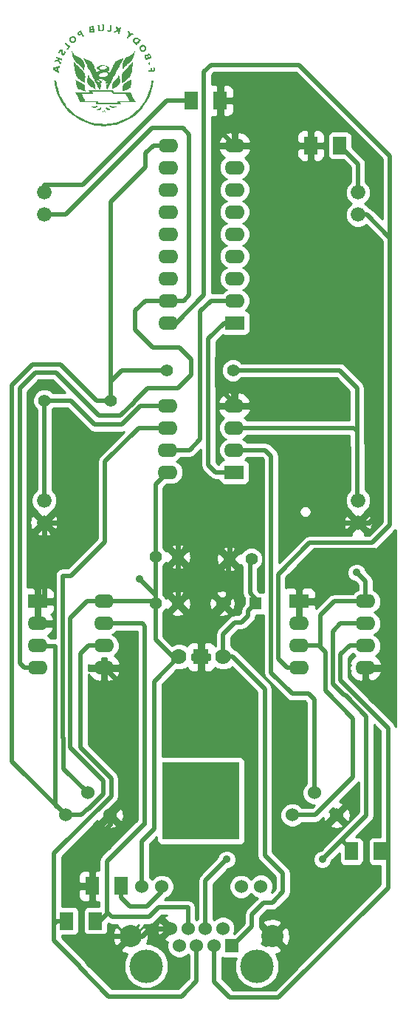
<source format=gbl>
G04 (created by PCBNEW (2013-07-07 BZR 4022)-stable) date 2013-08-19 14:36:30*
%MOIN*%
G04 Gerber Fmt 3.4, Leading zero omitted, Abs format*
%FSLAX34Y34*%
G01*
G70*
G90*
G04 APERTURE LIST*
%ADD10C,0.00393701*%
%ADD11C,0.0001*%
%ADD12C,0.055*%
%ADD13R,0.09X0.062*%
%ADD14O,0.09X0.062*%
%ADD15C,0.066*%
%ADD16R,0.35X0.35*%
%ADD17C,0.07*%
%ADD18R,0.07X0.07*%
%ADD19C,0.06*%
%ADD20C,0.1516*%
%ADD21C,0.1*%
%ADD22R,0.06X0.06*%
%ADD23R,0.06X0.08*%
%ADD24R,0.055X0.055*%
%ADD25C,0.035*%
%ADD26C,0.0197*%
%ADD27C,0.0236*%
%ADD28C,0.01*%
G04 APERTURE END LIST*
G54D10*
G54D11*
G36*
X52287Y-25355D02*
X52292Y-25403D01*
X52310Y-25532D01*
X52338Y-25666D01*
X52374Y-25801D01*
X52418Y-25934D01*
X52468Y-26062D01*
X52523Y-26181D01*
X52572Y-26271D01*
X52669Y-26423D01*
X52773Y-26564D01*
X52884Y-26693D01*
X53005Y-26813D01*
X53136Y-26925D01*
X53198Y-26972D01*
X53347Y-27074D01*
X53501Y-27162D01*
X53663Y-27237D01*
X53829Y-27298D01*
X54002Y-27347D01*
X54180Y-27382D01*
X54363Y-27403D01*
X54403Y-27406D01*
X54450Y-27409D01*
X54488Y-27411D01*
X54520Y-27412D01*
X54550Y-27412D01*
X54583Y-27410D01*
X54621Y-27408D01*
X54671Y-27406D01*
X54673Y-27406D01*
X54800Y-27394D01*
X54930Y-27373D01*
X55060Y-27346D01*
X55187Y-27312D01*
X55306Y-27273D01*
X55410Y-27231D01*
X55548Y-27165D01*
X55675Y-27095D01*
X55793Y-27021D01*
X55903Y-26941D01*
X56010Y-26852D01*
X56115Y-26753D01*
X56155Y-26712D01*
X56273Y-26580D01*
X56379Y-26438D01*
X56475Y-26287D01*
X56559Y-26129D01*
X56630Y-25963D01*
X56679Y-25822D01*
X56707Y-25725D01*
X56730Y-25626D01*
X56749Y-25521D01*
X56766Y-25405D01*
X56767Y-25393D01*
X56772Y-25355D01*
X56724Y-25355D01*
X56706Y-25354D01*
X56692Y-25355D01*
X56683Y-25358D01*
X56677Y-25366D01*
X56672Y-25381D01*
X56668Y-25404D01*
X56663Y-25438D01*
X56658Y-25475D01*
X56634Y-25613D01*
X56598Y-25754D01*
X56551Y-25896D01*
X56495Y-26035D01*
X56430Y-26169D01*
X56368Y-26278D01*
X56269Y-26425D01*
X56159Y-26563D01*
X56040Y-26690D01*
X55911Y-26807D01*
X55774Y-26914D01*
X55629Y-27008D01*
X55477Y-27091D01*
X55319Y-27162D01*
X55156Y-27219D01*
X55049Y-27248D01*
X54967Y-27267D01*
X54895Y-27283D01*
X54827Y-27294D01*
X54760Y-27302D01*
X54690Y-27307D01*
X54614Y-27310D01*
X54527Y-27311D01*
X54525Y-27311D01*
X54389Y-27307D01*
X54259Y-27296D01*
X54132Y-27277D01*
X54005Y-27248D01*
X53875Y-27210D01*
X53738Y-27162D01*
X53720Y-27155D01*
X53667Y-27133D01*
X53606Y-27103D01*
X53539Y-27069D01*
X53470Y-27031D01*
X53402Y-26991D01*
X53338Y-26951D01*
X53281Y-26913D01*
X53242Y-26884D01*
X53157Y-26815D01*
X53073Y-26741D01*
X52993Y-26663D01*
X52918Y-26585D01*
X52852Y-26508D01*
X52796Y-26435D01*
X52791Y-26428D01*
X52700Y-26289D01*
X52622Y-26153D01*
X52555Y-26017D01*
X52500Y-25879D01*
X52456Y-25736D01*
X52420Y-25587D01*
X52393Y-25428D01*
X52388Y-25390D01*
X52383Y-25355D01*
X52335Y-25355D01*
X52287Y-25355D01*
X52287Y-25355D01*
X52287Y-25355D01*
G37*
G36*
X54546Y-26653D02*
X54547Y-26671D01*
X54549Y-26701D01*
X54549Y-26701D01*
X54551Y-26737D01*
X54556Y-26760D01*
X54563Y-26772D01*
X54575Y-26777D01*
X54592Y-26775D01*
X54600Y-26773D01*
X54617Y-26766D01*
X54619Y-26758D01*
X54608Y-26750D01*
X54588Y-26732D01*
X54569Y-26701D01*
X54554Y-26665D01*
X54550Y-26652D01*
X54547Y-26648D01*
X54546Y-26653D01*
X54546Y-26653D01*
X54546Y-26653D01*
G37*
G36*
X54443Y-26766D02*
X54443Y-26766D01*
X54455Y-26771D01*
X54473Y-26774D01*
X54490Y-26775D01*
X54498Y-26773D01*
X54506Y-26760D01*
X54511Y-26736D01*
X54512Y-26707D01*
X54509Y-26680D01*
X54505Y-26662D01*
X54503Y-26656D01*
X54502Y-26660D01*
X54495Y-26690D01*
X54480Y-26721D01*
X54460Y-26745D01*
X54448Y-26758D01*
X54443Y-26766D01*
X54443Y-26766D01*
X54443Y-26766D01*
G37*
G36*
X54619Y-26577D02*
X54655Y-26627D01*
X54682Y-26661D01*
X54706Y-26683D01*
X54729Y-26694D01*
X54753Y-26695D01*
X54771Y-26691D01*
X54790Y-26684D01*
X54812Y-26674D01*
X54814Y-26673D01*
X54839Y-26660D01*
X54800Y-26638D01*
X54775Y-26623D01*
X54753Y-26608D01*
X54742Y-26599D01*
X54717Y-26583D01*
X54684Y-26574D01*
X54650Y-26572D01*
X54642Y-26574D01*
X54619Y-26577D01*
X54619Y-26577D01*
X54619Y-26577D01*
G37*
G36*
X54213Y-26664D02*
X54242Y-26676D01*
X54279Y-26690D01*
X54309Y-26694D01*
X54335Y-26689D01*
X54337Y-26687D01*
X54355Y-26675D01*
X54375Y-26653D01*
X54394Y-26629D01*
X54410Y-26606D01*
X54422Y-26588D01*
X54428Y-26579D01*
X54428Y-26578D01*
X54422Y-26575D01*
X54406Y-26572D01*
X54405Y-26572D01*
X54365Y-26574D01*
X54324Y-26589D01*
X54292Y-26611D01*
X54269Y-26629D01*
X54247Y-26645D01*
X54235Y-26652D01*
X54213Y-26664D01*
X54213Y-26664D01*
X54213Y-26664D01*
G37*
G36*
X54738Y-26522D02*
X54760Y-26522D01*
X54777Y-26526D01*
X54801Y-26536D01*
X54826Y-26550D01*
X54850Y-26564D01*
X54870Y-26573D01*
X54891Y-26577D01*
X54920Y-26579D01*
X54928Y-26579D01*
X54959Y-26580D01*
X54984Y-26577D01*
X55011Y-26572D01*
X55043Y-26562D01*
X55056Y-26558D01*
X55125Y-26534D01*
X55034Y-26529D01*
X54985Y-26526D01*
X54948Y-26521D01*
X54918Y-26514D01*
X54899Y-26508D01*
X54860Y-26498D01*
X54823Y-26497D01*
X54782Y-26506D01*
X54765Y-26512D01*
X54738Y-26522D01*
X54738Y-26522D01*
X54738Y-26522D01*
G37*
G36*
X53937Y-26540D02*
X53991Y-26557D01*
X54030Y-26568D01*
X54074Y-26576D01*
X54103Y-26579D01*
X54134Y-26580D01*
X54156Y-26579D01*
X54173Y-26574D01*
X54192Y-26566D01*
X54198Y-26563D01*
X54223Y-26549D01*
X54246Y-26537D01*
X54255Y-26532D01*
X54282Y-26524D01*
X54299Y-26525D01*
X54322Y-26529D01*
X54300Y-26519D01*
X54280Y-26511D01*
X54254Y-26503D01*
X54239Y-26500D01*
X54219Y-26496D01*
X54202Y-26495D01*
X54184Y-26498D01*
X54159Y-26505D01*
X54141Y-26510D01*
X54078Y-26526D01*
X54009Y-26535D01*
X53937Y-26540D01*
X53937Y-26540D01*
X53937Y-26540D01*
G37*
G36*
X53246Y-25906D02*
X53357Y-26111D01*
X53384Y-26161D01*
X53410Y-26208D01*
X53433Y-26250D01*
X53452Y-26284D01*
X53467Y-26310D01*
X53476Y-26325D01*
X53478Y-26328D01*
X53482Y-26331D01*
X53488Y-26333D01*
X53497Y-26335D01*
X53513Y-26337D01*
X53530Y-26338D01*
X53530Y-25949D01*
X53537Y-25947D01*
X53557Y-25946D01*
X53588Y-25945D01*
X53629Y-25944D01*
X53678Y-25944D01*
X53733Y-25944D01*
X53780Y-25944D01*
X53839Y-25945D01*
X53894Y-25945D01*
X53942Y-25945D01*
X53983Y-25945D01*
X54014Y-25944D01*
X54033Y-25943D01*
X54039Y-25943D01*
X54042Y-25937D01*
X54037Y-25921D01*
X54023Y-25896D01*
X54023Y-25896D01*
X54010Y-25873D01*
X54001Y-25856D01*
X53997Y-25848D01*
X54004Y-25847D01*
X54025Y-25847D01*
X54057Y-25846D01*
X54101Y-25846D01*
X54154Y-25845D01*
X54215Y-25845D01*
X54283Y-25845D01*
X54357Y-25845D01*
X54436Y-25846D01*
X54437Y-25846D01*
X54876Y-25847D01*
X54905Y-25897D01*
X54933Y-25946D01*
X55220Y-25946D01*
X55507Y-25946D01*
X55521Y-25970D01*
X55531Y-25986D01*
X55545Y-26011D01*
X55561Y-26042D01*
X55574Y-26066D01*
X55591Y-26099D01*
X55608Y-26131D01*
X55622Y-26156D01*
X55629Y-26169D01*
X55645Y-26198D01*
X55661Y-26227D01*
X55675Y-26253D01*
X55685Y-26274D01*
X55691Y-26285D01*
X55691Y-26286D01*
X55684Y-26286D01*
X55664Y-26287D01*
X55632Y-26288D01*
X55591Y-26288D01*
X55541Y-26289D01*
X55485Y-26289D01*
X55424Y-26289D01*
X55413Y-26289D01*
X55135Y-26289D01*
X55154Y-26321D01*
X55165Y-26341D01*
X55172Y-26356D01*
X55172Y-26361D01*
X55169Y-26363D01*
X55157Y-26364D01*
X55136Y-26366D01*
X55105Y-26367D01*
X55064Y-26368D01*
X55012Y-26368D01*
X54948Y-26369D01*
X54871Y-26369D01*
X54781Y-26369D01*
X54736Y-26369D01*
X54299Y-26369D01*
X54277Y-26329D01*
X54256Y-26289D01*
X53983Y-26289D01*
X53709Y-26289D01*
X53687Y-26247D01*
X53676Y-26227D01*
X53660Y-26197D01*
X53640Y-26160D01*
X53619Y-26119D01*
X53597Y-26080D01*
X53577Y-26041D01*
X53559Y-26006D01*
X53544Y-25978D01*
X53534Y-25958D01*
X53530Y-25949D01*
X53530Y-25949D01*
X53530Y-26338D01*
X53534Y-26338D01*
X53563Y-26339D01*
X53601Y-26339D01*
X53649Y-26340D01*
X53708Y-26340D01*
X53780Y-26340D01*
X53825Y-26340D01*
X54162Y-26340D01*
X54187Y-26386D01*
X54213Y-26431D01*
X54770Y-26433D01*
X54858Y-26434D01*
X54943Y-26434D01*
X55021Y-26434D01*
X55094Y-26434D01*
X55158Y-26434D01*
X55214Y-26433D01*
X55260Y-26433D01*
X55294Y-26433D01*
X55317Y-26432D01*
X55326Y-26432D01*
X55322Y-26424D01*
X55313Y-26408D01*
X55300Y-26386D01*
X55300Y-26386D01*
X55287Y-26364D01*
X55278Y-26348D01*
X55275Y-26340D01*
X55282Y-26339D01*
X55302Y-26339D01*
X55334Y-26338D01*
X55376Y-26338D01*
X55428Y-26338D01*
X55486Y-26338D01*
X55551Y-26338D01*
X55621Y-26338D01*
X55621Y-26338D01*
X55707Y-26339D01*
X55779Y-26339D01*
X55838Y-26339D01*
X55885Y-26338D01*
X55920Y-26337D01*
X55945Y-26336D01*
X55961Y-26335D01*
X55968Y-26333D01*
X55968Y-26332D01*
X55965Y-26323D01*
X55956Y-26304D01*
X55942Y-26277D01*
X55925Y-26245D01*
X55920Y-26235D01*
X55897Y-26194D01*
X55873Y-26151D01*
X55851Y-26109D01*
X55833Y-26077D01*
X55814Y-26041D01*
X55793Y-26003D01*
X55774Y-25969D01*
X55767Y-25955D01*
X55739Y-25902D01*
X55379Y-25902D01*
X55019Y-25902D01*
X55002Y-25875D01*
X54987Y-25851D01*
X54971Y-25824D01*
X54966Y-25815D01*
X54949Y-25782D01*
X54393Y-25780D01*
X54304Y-25780D01*
X54220Y-25780D01*
X54141Y-25780D01*
X54069Y-25780D01*
X54004Y-25780D01*
X53949Y-25780D01*
X53903Y-25780D01*
X53868Y-25781D01*
X53846Y-25781D01*
X53837Y-25782D01*
X53840Y-25790D01*
X53849Y-25807D01*
X53863Y-25830D01*
X53870Y-25842D01*
X53903Y-25899D01*
X53574Y-25902D01*
X53246Y-25906D01*
X53246Y-25906D01*
X53246Y-25906D01*
G37*
G36*
X55357Y-25840D02*
X55364Y-25842D01*
X55380Y-25833D01*
X55381Y-25832D01*
X55401Y-25822D01*
X55432Y-25809D01*
X55472Y-25796D01*
X55517Y-25782D01*
X55537Y-25777D01*
X55597Y-25757D01*
X55645Y-25733D01*
X55684Y-25703D01*
X55685Y-25702D01*
X55709Y-25675D01*
X55728Y-25644D01*
X55743Y-25608D01*
X55755Y-25563D01*
X55763Y-25509D01*
X55770Y-25442D01*
X55771Y-25439D01*
X55774Y-25400D01*
X55777Y-25364D01*
X55781Y-25335D01*
X55783Y-25316D01*
X55783Y-25315D01*
X55787Y-25287D01*
X55767Y-25303D01*
X55722Y-25335D01*
X55668Y-25369D01*
X55608Y-25404D01*
X55546Y-25438D01*
X55532Y-25445D01*
X55479Y-25473D01*
X55439Y-25498D01*
X55409Y-25523D01*
X55389Y-25548D01*
X55378Y-25577D01*
X55373Y-25611D01*
X55374Y-25653D01*
X55375Y-25662D01*
X55375Y-25718D01*
X55368Y-25778D01*
X55358Y-25827D01*
X55357Y-25840D01*
X55357Y-25840D01*
X55357Y-25840D01*
G37*
G36*
X53253Y-25313D02*
X53254Y-25323D01*
X53257Y-25345D01*
X53261Y-25376D01*
X53266Y-25414D01*
X53271Y-25450D01*
X53280Y-25513D01*
X53290Y-25564D01*
X53300Y-25605D01*
X53312Y-25638D01*
X53327Y-25665D01*
X53344Y-25689D01*
X53353Y-25699D01*
X53379Y-25723D01*
X53408Y-25743D01*
X53443Y-25759D01*
X53487Y-25774D01*
X53543Y-25789D01*
X53545Y-25789D01*
X53582Y-25799D01*
X53618Y-25810D01*
X53648Y-25820D01*
X53665Y-25827D01*
X53687Y-25837D01*
X53700Y-25842D01*
X53705Y-25843D01*
X53705Y-25842D01*
X53703Y-25834D01*
X53698Y-25818D01*
X53694Y-25804D01*
X53689Y-25781D01*
X53684Y-25748D01*
X53681Y-25711D01*
X53679Y-25687D01*
X53677Y-25651D01*
X53675Y-25619D01*
X53673Y-25594D01*
X53672Y-25583D01*
X53667Y-25563D01*
X53656Y-25545D01*
X53639Y-25527D01*
X53613Y-25508D01*
X53578Y-25487D01*
X53531Y-25462D01*
X53497Y-25446D01*
X53453Y-25424D01*
X53408Y-25400D01*
X53367Y-25378D01*
X53332Y-25357D01*
X53313Y-25345D01*
X53288Y-25329D01*
X53268Y-25317D01*
X53256Y-25312D01*
X53253Y-25313D01*
X53253Y-25313D01*
X53253Y-25313D01*
G37*
G36*
X53599Y-24349D02*
X53601Y-24356D01*
X53609Y-24374D01*
X53622Y-24401D01*
X53639Y-24434D01*
X53657Y-24468D01*
X53675Y-24503D01*
X53698Y-24548D01*
X53726Y-24601D01*
X53756Y-24660D01*
X53788Y-24721D01*
X53820Y-24784D01*
X53844Y-24829D01*
X53890Y-24919D01*
X53930Y-24997D01*
X53965Y-25064D01*
X53995Y-25121D01*
X54020Y-25170D01*
X54041Y-25212D01*
X54060Y-25247D01*
X54076Y-25277D01*
X54089Y-25303D01*
X54101Y-25327D01*
X54113Y-25348D01*
X54118Y-25358D01*
X54134Y-25388D01*
X54154Y-25428D01*
X54178Y-25473D01*
X54202Y-25521D01*
X54204Y-25524D01*
X54204Y-25342D01*
X54207Y-25336D01*
X54218Y-25342D01*
X54226Y-25348D01*
X54249Y-25359D01*
X54279Y-25367D01*
X54285Y-25367D01*
X54311Y-25373D01*
X54311Y-25108D01*
X54318Y-25081D01*
X54340Y-25056D01*
X54376Y-25033D01*
X54426Y-25012D01*
X54490Y-24994D01*
X54544Y-24983D01*
X54583Y-24976D01*
X54610Y-24972D01*
X54629Y-24971D01*
X54642Y-24974D01*
X54648Y-24975D01*
X54675Y-24993D01*
X54691Y-25017D01*
X54696Y-25046D01*
X54692Y-25077D01*
X54678Y-25109D01*
X54656Y-25139D01*
X54625Y-25165D01*
X54587Y-25186D01*
X54584Y-25187D01*
X54547Y-25196D01*
X54501Y-25201D01*
X54453Y-25199D01*
X54409Y-25193D01*
X54399Y-25190D01*
X54364Y-25175D01*
X54336Y-25155D01*
X54318Y-25132D01*
X54311Y-25108D01*
X54311Y-25373D01*
X54320Y-25375D01*
X54344Y-25391D01*
X54358Y-25416D01*
X54358Y-25418D01*
X54363Y-25433D01*
X54324Y-25420D01*
X54298Y-25412D01*
X54274Y-25407D01*
X54263Y-25406D01*
X54239Y-25400D01*
X54220Y-25381D01*
X54209Y-25359D01*
X54204Y-25342D01*
X54204Y-25524D01*
X54226Y-25566D01*
X54255Y-25622D01*
X54278Y-25667D01*
X54296Y-25700D01*
X54309Y-25725D01*
X54319Y-25743D01*
X54326Y-25753D01*
X54331Y-25759D01*
X54334Y-25761D01*
X54337Y-25761D01*
X54346Y-25752D01*
X54358Y-25732D01*
X54371Y-25704D01*
X54385Y-25670D01*
X54397Y-25634D01*
X54408Y-25599D01*
X54417Y-25567D01*
X54420Y-25542D01*
X54421Y-25536D01*
X54420Y-25524D01*
X54415Y-25515D01*
X54403Y-25508D01*
X54381Y-25499D01*
X54373Y-25497D01*
X54366Y-25493D01*
X54369Y-25489D01*
X54385Y-25483D01*
X54414Y-25471D01*
X54430Y-25456D01*
X54435Y-25435D01*
X54428Y-25407D01*
X54417Y-25384D01*
X54406Y-25363D01*
X54395Y-25351D01*
X54379Y-25343D01*
X54355Y-25335D01*
X54327Y-25325D01*
X54313Y-25315D01*
X54313Y-25305D01*
X54320Y-25299D01*
X54330Y-25296D01*
X54352Y-25293D01*
X54379Y-25289D01*
X54383Y-25289D01*
X54414Y-25286D01*
X54435Y-25287D01*
X54453Y-25291D01*
X54473Y-25299D01*
X54475Y-25300D01*
X54502Y-25315D01*
X54531Y-25335D01*
X54545Y-25347D01*
X54577Y-25371D01*
X54611Y-25386D01*
X54638Y-25391D01*
X54646Y-25397D01*
X54647Y-25402D01*
X54641Y-25411D01*
X54625Y-25413D01*
X54608Y-25417D01*
X54603Y-25429D01*
X54610Y-25447D01*
X54621Y-25463D01*
X54646Y-25482D01*
X54671Y-25490D01*
X54699Y-25497D01*
X54714Y-25506D01*
X54715Y-25519D01*
X54715Y-25520D01*
X54705Y-25527D01*
X54688Y-25529D01*
X54668Y-25525D01*
X54658Y-25519D01*
X54644Y-25510D01*
X54636Y-25511D01*
X54633Y-25524D01*
X54632Y-25543D01*
X54634Y-25570D01*
X54637Y-25603D01*
X54641Y-25639D01*
X54647Y-25675D01*
X54653Y-25709D01*
X54660Y-25736D01*
X54666Y-25756D01*
X54670Y-25763D01*
X54671Y-25764D01*
X54674Y-25757D01*
X54684Y-25741D01*
X54698Y-25715D01*
X54715Y-25684D01*
X54724Y-25667D01*
X54747Y-25623D01*
X54772Y-25575D01*
X54797Y-25528D01*
X54819Y-25488D01*
X54819Y-25486D01*
X54835Y-25456D01*
X54857Y-25415D01*
X54882Y-25368D01*
X54909Y-25317D01*
X54937Y-25264D01*
X54955Y-25231D01*
X54988Y-25169D01*
X55027Y-25096D01*
X55071Y-25014D01*
X55119Y-24922D01*
X55172Y-24824D01*
X55227Y-24720D01*
X55284Y-24611D01*
X55333Y-24519D01*
X55353Y-24482D01*
X55374Y-24442D01*
X55394Y-24406D01*
X55399Y-24396D01*
X55413Y-24368D01*
X55421Y-24351D01*
X55422Y-24343D01*
X55417Y-24343D01*
X55416Y-24343D01*
X55405Y-24348D01*
X55383Y-24356D01*
X55352Y-24368D01*
X55315Y-24382D01*
X55282Y-24395D01*
X55219Y-24419D01*
X55169Y-24438D01*
X55129Y-24454D01*
X55099Y-24467D01*
X55078Y-24476D01*
X55064Y-24483D01*
X55056Y-24488D01*
X55055Y-24488D01*
X55049Y-24497D01*
X55037Y-24517D01*
X55020Y-24546D01*
X55001Y-24581D01*
X54979Y-24622D01*
X54972Y-24636D01*
X54931Y-24716D01*
X54896Y-24784D01*
X54866Y-24841D01*
X54842Y-24887D01*
X54822Y-24924D01*
X54807Y-24952D01*
X54795Y-24972D01*
X54787Y-24986D01*
X54782Y-24993D01*
X54780Y-24995D01*
X54779Y-24995D01*
X54753Y-24983D01*
X54724Y-24970D01*
X54697Y-24961D01*
X54684Y-24957D01*
X54660Y-24952D01*
X54696Y-24935D01*
X54737Y-24910D01*
X54767Y-24878D01*
X54784Y-24842D01*
X54787Y-24802D01*
X54785Y-24787D01*
X54772Y-24758D01*
X54746Y-24731D01*
X54710Y-24708D01*
X54665Y-24689D01*
X54614Y-24675D01*
X54557Y-24665D01*
X54498Y-24661D01*
X54439Y-24663D01*
X54380Y-24671D01*
X54359Y-24676D01*
X54305Y-24693D01*
X54263Y-24713D01*
X54235Y-24736D01*
X54219Y-24761D01*
X54218Y-24787D01*
X54230Y-24814D01*
X54236Y-24822D01*
X54252Y-24836D01*
X54275Y-24852D01*
X54301Y-24867D01*
X54327Y-24880D01*
X54336Y-24883D01*
X54336Y-24799D01*
X54337Y-24784D01*
X54346Y-24765D01*
X54369Y-24734D01*
X54401Y-24711D01*
X54444Y-24697D01*
X54498Y-24691D01*
X54516Y-24691D01*
X54563Y-24694D01*
X54602Y-24704D01*
X54634Y-24719D01*
X54655Y-24737D01*
X54665Y-24759D01*
X54662Y-24783D01*
X54657Y-24791D01*
X54642Y-24807D01*
X54615Y-24823D01*
X54579Y-24839D01*
X54539Y-24853D01*
X54496Y-24864D01*
X54454Y-24870D01*
X54428Y-24872D01*
X54399Y-24867D01*
X54376Y-24855D01*
X54357Y-24839D01*
X54343Y-24820D01*
X54341Y-24815D01*
X54336Y-24799D01*
X54336Y-24883D01*
X54347Y-24887D01*
X54353Y-24888D01*
X54363Y-24890D01*
X54360Y-24895D01*
X54346Y-24902D01*
X54321Y-24911D01*
X54317Y-24913D01*
X54279Y-24929D01*
X54247Y-24950D01*
X54243Y-24953D01*
X54226Y-24966D01*
X54215Y-24972D01*
X54211Y-24971D01*
X54207Y-24964D01*
X54198Y-24944D01*
X54183Y-24915D01*
X54164Y-24877D01*
X54141Y-24832D01*
X54116Y-24781D01*
X54090Y-24731D01*
X53972Y-24497D01*
X53935Y-24477D01*
X53919Y-24469D01*
X53893Y-24458D01*
X53860Y-24445D01*
X53821Y-24429D01*
X53780Y-24413D01*
X53738Y-24397D01*
X53698Y-24382D01*
X53662Y-24369D01*
X53632Y-24359D01*
X53611Y-24352D01*
X53600Y-24349D01*
X53599Y-24349D01*
X53599Y-24349D01*
X53599Y-24349D01*
G37*
G36*
X54890Y-25732D02*
X54891Y-25746D01*
X54893Y-25748D01*
X54901Y-25745D01*
X54919Y-25734D01*
X54945Y-25719D01*
X54977Y-25699D01*
X55005Y-25682D01*
X55064Y-25644D01*
X55113Y-25612D01*
X55152Y-25585D01*
X55182Y-25560D01*
X55206Y-25538D01*
X55225Y-25516D01*
X55239Y-25493D01*
X55249Y-25474D01*
X55261Y-25446D01*
X55269Y-25418D01*
X55272Y-25388D01*
X55270Y-25354D01*
X55264Y-25313D01*
X55253Y-25261D01*
X55250Y-25245D01*
X55237Y-25190D01*
X55227Y-25146D01*
X55219Y-25114D01*
X55213Y-25091D01*
X55209Y-25077D01*
X55206Y-25068D01*
X55204Y-25064D01*
X55202Y-25063D01*
X55201Y-25063D01*
X55197Y-25069D01*
X55193Y-25085D01*
X55192Y-25091D01*
X55186Y-25111D01*
X55176Y-25138D01*
X55162Y-25169D01*
X55156Y-25181D01*
X55140Y-25209D01*
X55122Y-25236D01*
X55100Y-25265D01*
X55070Y-25298D01*
X55044Y-25325D01*
X55015Y-25357D01*
X54988Y-25388D01*
X54965Y-25415D01*
X54949Y-25435D01*
X54944Y-25442D01*
X54921Y-25497D01*
X54905Y-25562D01*
X54899Y-25614D01*
X54896Y-25648D01*
X54893Y-25683D01*
X54891Y-25710D01*
X54891Y-25711D01*
X54890Y-25732D01*
X54890Y-25732D01*
X54890Y-25732D01*
G37*
G36*
X53774Y-25401D02*
X53778Y-25426D01*
X53785Y-25450D01*
X53793Y-25469D01*
X53810Y-25502D01*
X53832Y-25532D01*
X53862Y-25561D01*
X53901Y-25593D01*
X53945Y-25623D01*
X53983Y-25648D01*
X54022Y-25673D01*
X54060Y-25697D01*
X54094Y-25717D01*
X54122Y-25734D01*
X54143Y-25745D01*
X54154Y-25749D01*
X54154Y-25749D01*
X54156Y-25743D01*
X54156Y-25726D01*
X54155Y-25714D01*
X54153Y-25690D01*
X54150Y-25658D01*
X54147Y-25623D01*
X54147Y-25614D01*
X54141Y-25562D01*
X54131Y-25518D01*
X54115Y-25477D01*
X54091Y-25439D01*
X54059Y-25398D01*
X54016Y-25354D01*
X54007Y-25346D01*
X53956Y-25293D01*
X53917Y-25245D01*
X53887Y-25198D01*
X53864Y-25150D01*
X53858Y-25133D01*
X53848Y-25106D01*
X53841Y-25084D01*
X53837Y-25072D01*
X53836Y-25070D01*
X53835Y-25071D01*
X53831Y-25082D01*
X53826Y-25102D01*
X53819Y-25135D01*
X53809Y-25179D01*
X53797Y-25237D01*
X53797Y-25238D01*
X53786Y-25293D01*
X53778Y-25337D01*
X53774Y-25372D01*
X53774Y-25401D01*
X53774Y-25401D01*
X53774Y-25401D01*
G37*
G36*
X55327Y-25178D02*
X55327Y-25236D01*
X55333Y-25303D01*
X55337Y-25330D01*
X55343Y-25377D01*
X55348Y-25411D01*
X55352Y-25434D01*
X55356Y-25448D01*
X55360Y-25455D01*
X55366Y-25456D01*
X55373Y-25453D01*
X55380Y-25448D01*
X55442Y-25411D01*
X55503Y-25368D01*
X55562Y-25321D01*
X55616Y-25273D01*
X55663Y-25225D01*
X55702Y-25179D01*
X55730Y-25137D01*
X55735Y-25129D01*
X55754Y-25082D01*
X55773Y-25022D01*
X55790Y-24952D01*
X55805Y-24873D01*
X55817Y-24788D01*
X55827Y-24699D01*
X55833Y-24607D01*
X55833Y-24599D01*
X55838Y-24504D01*
X55818Y-24526D01*
X55804Y-24543D01*
X55784Y-24566D01*
X55763Y-24590D01*
X55761Y-24592D01*
X55744Y-24612D01*
X55717Y-24640D01*
X55684Y-24674D01*
X55647Y-24712D01*
X55607Y-24753D01*
X55566Y-24793D01*
X55527Y-24832D01*
X55492Y-24866D01*
X55466Y-24890D01*
X55422Y-24937D01*
X55388Y-24983D01*
X55363Y-25031D01*
X55345Y-25079D01*
X55333Y-25127D01*
X55327Y-25178D01*
X55327Y-25178D01*
X55327Y-25178D01*
G37*
G36*
X53176Y-24522D02*
X53177Y-24528D01*
X53178Y-24545D01*
X53180Y-24573D01*
X53183Y-24609D01*
X53186Y-24649D01*
X53187Y-24665D01*
X53197Y-24767D01*
X53210Y-24862D01*
X53226Y-24949D01*
X53246Y-25026D01*
X53268Y-25092D01*
X53284Y-25127D01*
X53313Y-25174D01*
X53355Y-25224D01*
X53408Y-25277D01*
X53471Y-25330D01*
X53543Y-25382D01*
X53555Y-25390D01*
X53591Y-25414D01*
X53622Y-25434D01*
X53645Y-25448D01*
X53658Y-25455D01*
X53662Y-25456D01*
X53663Y-25448D01*
X53665Y-25428D01*
X53669Y-25399D01*
X53673Y-25363D01*
X53676Y-25340D01*
X53683Y-25284D01*
X53688Y-25240D01*
X53690Y-25203D01*
X53690Y-25173D01*
X53687Y-25146D01*
X53682Y-25118D01*
X53676Y-25096D01*
X53668Y-25066D01*
X53659Y-25040D01*
X53649Y-25015D01*
X53635Y-24991D01*
X53618Y-24965D01*
X53596Y-24937D01*
X53567Y-24905D01*
X53531Y-24867D01*
X53486Y-24822D01*
X53446Y-24782D01*
X53402Y-24738D01*
X53360Y-24695D01*
X53320Y-24655D01*
X53286Y-24619D01*
X53257Y-24588D01*
X53236Y-24566D01*
X53231Y-24559D01*
X53211Y-24535D01*
X53194Y-24516D01*
X53182Y-24505D01*
X53179Y-24502D01*
X53176Y-24507D01*
X53176Y-24522D01*
X53176Y-24522D01*
X53176Y-24522D01*
G37*
G36*
X54421Y-25343D02*
X54427Y-25353D01*
X54445Y-25361D01*
X54470Y-25367D01*
X54497Y-25369D01*
X54526Y-25369D01*
X54508Y-25355D01*
X54484Y-25340D01*
X54461Y-25331D01*
X54440Y-25328D01*
X54426Y-25332D01*
X54421Y-25343D01*
X54421Y-25343D01*
X54421Y-25343D01*
G37*
G36*
X52231Y-24856D02*
X52232Y-24861D01*
X52239Y-24865D01*
X52256Y-24875D01*
X52278Y-24887D01*
X52278Y-24888D01*
X52306Y-24903D01*
X52325Y-24913D01*
X52325Y-24827D01*
X52327Y-24822D01*
X52341Y-24816D01*
X52362Y-24811D01*
X52385Y-24805D01*
X52405Y-24802D01*
X52417Y-24802D01*
X52418Y-24802D01*
X52420Y-24812D01*
X52419Y-24829D01*
X52416Y-24849D01*
X52410Y-24865D01*
X52405Y-24873D01*
X52405Y-24873D01*
X52395Y-24870D01*
X52376Y-24861D01*
X52357Y-24850D01*
X52334Y-24836D01*
X52325Y-24827D01*
X52325Y-24913D01*
X52339Y-24922D01*
X52374Y-24941D01*
X52409Y-24960D01*
X52441Y-24978D01*
X52467Y-24993D01*
X52486Y-25004D01*
X52495Y-25009D01*
X52495Y-25009D01*
X52503Y-25007D01*
X52503Y-25006D01*
X52506Y-24996D01*
X52510Y-24977D01*
X52511Y-24968D01*
X52514Y-24947D01*
X52511Y-24935D01*
X52501Y-24927D01*
X52489Y-24922D01*
X52463Y-24909D01*
X52468Y-24856D01*
X52471Y-24822D01*
X52475Y-24800D01*
X52480Y-24787D01*
X52488Y-24779D01*
X52501Y-24776D01*
X52508Y-24775D01*
X52527Y-24770D01*
X52536Y-24761D01*
X52540Y-24747D01*
X52545Y-24717D01*
X52543Y-24699D01*
X52536Y-24693D01*
X52532Y-24694D01*
X52515Y-24699D01*
X52487Y-24707D01*
X52451Y-24717D01*
X52412Y-24728D01*
X52373Y-24739D01*
X52336Y-24749D01*
X52305Y-24757D01*
X52292Y-24760D01*
X52239Y-24774D01*
X52234Y-24816D01*
X52232Y-24840D01*
X52231Y-24856D01*
X52231Y-24856D01*
X52231Y-24856D01*
G37*
G36*
X56539Y-24912D02*
X56540Y-24923D01*
X56540Y-24926D01*
X56544Y-24947D01*
X56545Y-24961D01*
X56547Y-24970D01*
X56555Y-24973D01*
X56571Y-24974D01*
X56599Y-24971D01*
X56607Y-24970D01*
X56641Y-24966D01*
X56679Y-24960D01*
X56718Y-24955D01*
X56755Y-24949D01*
X56789Y-24944D01*
X56815Y-24939D01*
X56831Y-24936D01*
X56835Y-24935D01*
X56835Y-24927D01*
X56834Y-24908D01*
X56830Y-24880D01*
X56826Y-24845D01*
X56825Y-24840D01*
X56812Y-24748D01*
X56786Y-24753D01*
X56769Y-24756D01*
X56760Y-24758D01*
X56759Y-24759D01*
X56760Y-24766D01*
X56762Y-24783D01*
X56764Y-24796D01*
X56769Y-24830D01*
X56771Y-24851D01*
X56768Y-24864D01*
X56760Y-24871D01*
X56747Y-24875D01*
X56744Y-24875D01*
X56726Y-24878D01*
X56715Y-24878D01*
X56714Y-24877D01*
X56712Y-24869D01*
X56709Y-24851D01*
X56704Y-24825D01*
X56704Y-24824D01*
X56697Y-24774D01*
X56671Y-24777D01*
X56645Y-24780D01*
X56650Y-24833D01*
X56652Y-24858D01*
X56652Y-24875D01*
X56646Y-24886D01*
X56633Y-24892D01*
X56610Y-24895D01*
X56579Y-24899D01*
X56555Y-24903D01*
X56543Y-24906D01*
X56539Y-24912D01*
X56539Y-24912D01*
X56539Y-24912D01*
G37*
G36*
X53077Y-24017D02*
X53079Y-24038D01*
X53084Y-24072D01*
X53090Y-24107D01*
X53113Y-24216D01*
X53146Y-24315D01*
X53188Y-24402D01*
X53240Y-24479D01*
X53301Y-24547D01*
X53347Y-24588D01*
X53424Y-24651D01*
X53490Y-24713D01*
X53544Y-24771D01*
X53587Y-24827D01*
X53613Y-24871D01*
X53624Y-24892D01*
X53632Y-24906D01*
X53635Y-24910D01*
X53637Y-24903D01*
X53640Y-24885D01*
X53643Y-24858D01*
X53646Y-24838D01*
X53652Y-24783D01*
X53657Y-24740D01*
X53659Y-24705D01*
X53660Y-24678D01*
X53659Y-24654D01*
X53656Y-24631D01*
X53652Y-24607D01*
X53651Y-24603D01*
X53632Y-24535D01*
X53604Y-24477D01*
X53565Y-24426D01*
X53549Y-24410D01*
X53492Y-24361D01*
X53427Y-24322D01*
X53375Y-24298D01*
X53299Y-24260D01*
X53231Y-24209D01*
X53171Y-24148D01*
X53122Y-24077D01*
X53111Y-24057D01*
X53097Y-24030D01*
X53086Y-24014D01*
X53080Y-24009D01*
X53077Y-24017D01*
X53077Y-24017D01*
X53077Y-24017D01*
G37*
G36*
X55375Y-24640D02*
X55376Y-24669D01*
X55378Y-24704D01*
X55380Y-24741D01*
X55384Y-24777D01*
X55388Y-24810D01*
X55392Y-24836D01*
X55396Y-24853D01*
X55399Y-24858D01*
X55405Y-24852D01*
X55413Y-24838D01*
X55415Y-24834D01*
X55431Y-24808D01*
X55455Y-24775D01*
X55486Y-24737D01*
X55522Y-24698D01*
X55559Y-24661D01*
X55584Y-24638D01*
X55645Y-24582D01*
X55696Y-24532D01*
X55739Y-24488D01*
X55773Y-24448D01*
X55802Y-24409D01*
X55825Y-24370D01*
X55846Y-24330D01*
X55864Y-24285D01*
X55874Y-24257D01*
X55885Y-24223D01*
X55896Y-24184D01*
X55906Y-24145D01*
X55915Y-24107D01*
X55922Y-24073D01*
X55928Y-24045D01*
X55930Y-24027D01*
X55929Y-24019D01*
X55929Y-24019D01*
X55923Y-24025D01*
X55914Y-24040D01*
X55907Y-24054D01*
X55873Y-24105D01*
X55827Y-24153D01*
X55768Y-24198D01*
X55698Y-24237D01*
X55659Y-24255D01*
X55580Y-24294D01*
X55514Y-24338D01*
X55461Y-24389D01*
X55421Y-24446D01*
X55394Y-24510D01*
X55379Y-24582D01*
X55375Y-24640D01*
X55375Y-24640D01*
X55375Y-24640D01*
G37*
G36*
X56538Y-24555D02*
X56540Y-24567D01*
X56545Y-24587D01*
X56553Y-24610D01*
X56561Y-24631D01*
X56568Y-24647D01*
X56573Y-24654D01*
X56583Y-24651D01*
X56598Y-24645D01*
X56612Y-24638D01*
X56618Y-24630D01*
X56616Y-24620D01*
X56612Y-24601D01*
X56606Y-24578D01*
X56600Y-24555D01*
X56594Y-24538D01*
X56592Y-24531D01*
X56583Y-24530D01*
X56568Y-24535D01*
X56552Y-24543D01*
X56540Y-24551D01*
X56538Y-24555D01*
X56538Y-24555D01*
X56538Y-24555D01*
G37*
G36*
X52302Y-24512D02*
X52303Y-24515D01*
X52312Y-24513D01*
X52331Y-24507D01*
X52358Y-24498D01*
X52383Y-24490D01*
X52457Y-24465D01*
X52481Y-24503D01*
X52499Y-24530D01*
X52518Y-24562D01*
X52534Y-24587D01*
X52547Y-24609D01*
X52558Y-24625D01*
X52564Y-24632D01*
X52564Y-24632D01*
X52569Y-24626D01*
X52573Y-24616D01*
X52585Y-24584D01*
X52592Y-24563D01*
X52594Y-24549D01*
X52592Y-24539D01*
X52587Y-24528D01*
X52580Y-24518D01*
X52555Y-24479D01*
X52534Y-24446D01*
X52518Y-24422D01*
X52510Y-24407D01*
X52508Y-24403D01*
X52515Y-24403D01*
X52532Y-24408D01*
X52556Y-24416D01*
X52570Y-24421D01*
X52597Y-24430D01*
X52619Y-24438D01*
X52633Y-24442D01*
X52634Y-24442D01*
X52638Y-24436D01*
X52644Y-24420D01*
X52647Y-24409D01*
X52652Y-24388D01*
X52652Y-24376D01*
X52647Y-24369D01*
X52646Y-24369D01*
X52636Y-24364D01*
X52615Y-24356D01*
X52585Y-24345D01*
X52548Y-24333D01*
X52516Y-24321D01*
X52476Y-24308D01*
X52441Y-24296D01*
X52412Y-24286D01*
X52394Y-24280D01*
X52387Y-24277D01*
X52380Y-24281D01*
X52373Y-24295D01*
X52370Y-24302D01*
X52364Y-24322D01*
X52359Y-24336D01*
X52358Y-24338D01*
X52363Y-24344D01*
X52379Y-24353D01*
X52404Y-24362D01*
X52429Y-24371D01*
X52449Y-24379D01*
X52460Y-24384D01*
X52460Y-24384D01*
X52459Y-24388D01*
X52449Y-24395D01*
X52428Y-24404D01*
X52395Y-24415D01*
X52363Y-24426D01*
X52340Y-24435D01*
X52326Y-24444D01*
X52318Y-24458D01*
X52310Y-24477D01*
X52304Y-24498D01*
X52302Y-24512D01*
X52302Y-24512D01*
X52302Y-24512D01*
G37*
G36*
X56356Y-24240D02*
X56357Y-24264D01*
X56357Y-24267D01*
X56361Y-24285D01*
X56370Y-24310D01*
X56381Y-24339D01*
X56394Y-24369D01*
X56407Y-24396D01*
X56419Y-24418D01*
X56421Y-24420D01*
X56421Y-24275D01*
X56423Y-24258D01*
X56434Y-24250D01*
X56439Y-24248D01*
X56460Y-24246D01*
X56476Y-24254D01*
X56489Y-24274D01*
X56494Y-24283D01*
X56508Y-24315D01*
X56484Y-24327D01*
X56462Y-24337D01*
X56448Y-24338D01*
X56438Y-24329D01*
X56432Y-24318D01*
X56424Y-24296D01*
X56421Y-24275D01*
X56421Y-24420D01*
X56428Y-24431D01*
X56432Y-24434D01*
X56440Y-24431D01*
X56460Y-24423D01*
X56488Y-24410D01*
X56523Y-24394D01*
X56538Y-24386D01*
X56538Y-24244D01*
X56541Y-24223D01*
X56553Y-24212D01*
X56573Y-24210D01*
X56581Y-24212D01*
X56590Y-24220D01*
X56600Y-24235D01*
X56607Y-24252D01*
X56611Y-24265D01*
X56609Y-24270D01*
X56585Y-24285D01*
X56565Y-24287D01*
X56550Y-24277D01*
X56546Y-24271D01*
X56538Y-24244D01*
X56538Y-24386D01*
X56559Y-24376D01*
X56598Y-24358D01*
X56633Y-24342D01*
X56660Y-24329D01*
X56679Y-24320D01*
X56687Y-24316D01*
X56688Y-24309D01*
X56683Y-24292D01*
X56674Y-24268D01*
X56661Y-24241D01*
X56647Y-24213D01*
X56632Y-24188D01*
X56619Y-24168D01*
X56613Y-24161D01*
X56594Y-24145D01*
X56577Y-24137D01*
X56559Y-24136D01*
X56534Y-24140D01*
X56512Y-24153D01*
X56497Y-24170D01*
X56494Y-24183D01*
X56492Y-24191D01*
X56486Y-24189D01*
X56478Y-24184D01*
X56453Y-24174D01*
X56425Y-24174D01*
X56397Y-24181D01*
X56374Y-24196D01*
X56360Y-24215D01*
X56358Y-24220D01*
X56356Y-24240D01*
X56356Y-24240D01*
X56356Y-24240D01*
G37*
G36*
X52482Y-24092D02*
X52486Y-24101D01*
X52499Y-24113D01*
X52514Y-24124D01*
X52529Y-24128D01*
X52530Y-24128D01*
X52534Y-24122D01*
X52538Y-24105D01*
X52540Y-24094D01*
X52547Y-24063D01*
X52559Y-24037D01*
X52573Y-24019D01*
X52587Y-24012D01*
X52588Y-24012D01*
X52600Y-24015D01*
X52606Y-24027D01*
X52607Y-24048D01*
X52603Y-24082D01*
X52603Y-24084D01*
X52598Y-24124D01*
X52600Y-24155D01*
X52609Y-24178D01*
X52624Y-24197D01*
X52648Y-24213D01*
X52677Y-24221D01*
X52703Y-24220D01*
X52716Y-24215D01*
X52753Y-24186D01*
X52780Y-24147D01*
X52796Y-24100D01*
X52798Y-24085D01*
X52800Y-24064D01*
X52797Y-24051D01*
X52787Y-24042D01*
X52777Y-24035D01*
X52761Y-24026D01*
X52753Y-24024D01*
X52749Y-24030D01*
X52748Y-24032D01*
X52744Y-24048D01*
X52742Y-24069D01*
X52742Y-24071D01*
X52738Y-24094D01*
X52727Y-24117D01*
X52714Y-24137D01*
X52699Y-24148D01*
X52696Y-24149D01*
X52684Y-24146D01*
X52676Y-24131D01*
X52675Y-24103D01*
X52679Y-24073D01*
X52682Y-24029D01*
X52677Y-23996D01*
X52664Y-23971D01*
X52641Y-23953D01*
X52637Y-23951D01*
X52605Y-23942D01*
X52574Y-23947D01*
X52544Y-23967D01*
X52528Y-23983D01*
X52515Y-24000D01*
X52505Y-24018D01*
X52496Y-24041D01*
X52487Y-24074D01*
X52482Y-24092D01*
X52482Y-24092D01*
X52482Y-24092D01*
G37*
G36*
X56140Y-23892D02*
X56142Y-23919D01*
X56147Y-23940D01*
X56158Y-23961D01*
X56167Y-23976D01*
X56184Y-23998D01*
X56200Y-24017D01*
X56209Y-24025D01*
X56209Y-23900D01*
X56211Y-23875D01*
X56221Y-23856D01*
X56230Y-23846D01*
X56258Y-23824D01*
X56288Y-23812D01*
X56317Y-23812D01*
X56326Y-23814D01*
X56355Y-23833D01*
X56374Y-23859D01*
X56382Y-23888D01*
X56378Y-23918D01*
X56363Y-23945D01*
X56337Y-23967D01*
X56331Y-23971D01*
X56297Y-23982D01*
X56267Y-23979D01*
X56240Y-23963D01*
X56234Y-23958D01*
X56218Y-23939D01*
X56211Y-23921D01*
X56209Y-23900D01*
X56209Y-24025D01*
X56211Y-24027D01*
X56250Y-24046D01*
X56294Y-24054D01*
X56339Y-24051D01*
X56349Y-24048D01*
X56386Y-24030D01*
X56416Y-24001D01*
X56437Y-23964D01*
X56448Y-23922D01*
X56448Y-23877D01*
X56443Y-23853D01*
X56426Y-23817D01*
X56398Y-23785D01*
X56363Y-23760D01*
X56324Y-23743D01*
X56285Y-23737D01*
X56268Y-23739D01*
X56226Y-23753D01*
X56188Y-23779D01*
X56160Y-23813D01*
X56147Y-23838D01*
X56141Y-23862D01*
X56140Y-23892D01*
X56140Y-23892D01*
X56140Y-23892D01*
G37*
G36*
X52739Y-23685D02*
X52755Y-23697D01*
X52798Y-23731D01*
X52837Y-23762D01*
X52869Y-23789D01*
X52894Y-23811D01*
X52911Y-23826D01*
X52917Y-23834D01*
X52912Y-23846D01*
X52908Y-23852D01*
X52898Y-23863D01*
X52883Y-23881D01*
X52871Y-23895D01*
X52844Y-23929D01*
X52861Y-23945D01*
X52875Y-23956D01*
X52886Y-23960D01*
X52886Y-23961D01*
X52894Y-23955D01*
X52908Y-23941D01*
X52928Y-23919D01*
X52950Y-23892D01*
X52951Y-23891D01*
X52973Y-23863D01*
X52992Y-23840D01*
X53005Y-23823D01*
X53010Y-23815D01*
X53010Y-23815D01*
X53006Y-23808D01*
X52990Y-23794D01*
X52966Y-23771D01*
X52932Y-23743D01*
X52891Y-23709D01*
X52844Y-23670D01*
X52821Y-23652D01*
X52787Y-23624D01*
X52763Y-23655D01*
X52739Y-23685D01*
X52739Y-23685D01*
X52739Y-23685D01*
G37*
G36*
X55844Y-23556D02*
X55850Y-23589D01*
X55868Y-23623D01*
X55898Y-23662D01*
X55917Y-23681D01*
X55917Y-23565D01*
X55924Y-23531D01*
X55943Y-23502D01*
X55972Y-23482D01*
X55974Y-23481D01*
X56000Y-23474D01*
X56026Y-23478D01*
X56053Y-23493D01*
X56070Y-23507D01*
X56102Y-23535D01*
X56045Y-23594D01*
X56022Y-23618D01*
X56001Y-23637D01*
X55987Y-23650D01*
X55981Y-23654D01*
X55972Y-23649D01*
X55957Y-23636D01*
X55945Y-23625D01*
X55928Y-23604D01*
X55919Y-23587D01*
X55917Y-23567D01*
X55917Y-23565D01*
X55917Y-23681D01*
X55933Y-23697D01*
X55961Y-23723D01*
X55980Y-23741D01*
X55993Y-23751D01*
X56000Y-23754D01*
X56004Y-23753D01*
X56006Y-23750D01*
X56011Y-23743D01*
X56025Y-23727D01*
X56046Y-23704D01*
X56072Y-23676D01*
X56100Y-23647D01*
X56129Y-23616D01*
X56154Y-23588D01*
X56175Y-23566D01*
X56188Y-23551D01*
X56193Y-23544D01*
X56189Y-23537D01*
X56176Y-23523D01*
X56157Y-23503D01*
X56133Y-23482D01*
X56108Y-23460D01*
X56084Y-23441D01*
X56063Y-23425D01*
X56048Y-23416D01*
X56046Y-23415D01*
X56010Y-23408D01*
X55971Y-23408D01*
X55937Y-23416D01*
X55936Y-23416D01*
X55900Y-23438D01*
X55871Y-23471D01*
X55852Y-23510D01*
X55844Y-23552D01*
X55844Y-23556D01*
X55844Y-23556D01*
X55844Y-23556D01*
G37*
G36*
X52970Y-23515D02*
X52982Y-23564D01*
X53006Y-23603D01*
X53039Y-23632D01*
X53041Y-23633D01*
X53041Y-23489D01*
X53041Y-23486D01*
X53048Y-23463D01*
X53064Y-23440D01*
X53087Y-23423D01*
X53112Y-23414D01*
X53119Y-23413D01*
X53153Y-23420D01*
X53182Y-23440D01*
X53203Y-23470D01*
X53213Y-23502D01*
X53210Y-23530D01*
X53193Y-23556D01*
X53183Y-23566D01*
X53154Y-23584D01*
X53124Y-23588D01*
X53095Y-23578D01*
X53092Y-23576D01*
X53063Y-23551D01*
X53047Y-23523D01*
X53041Y-23489D01*
X53041Y-23633D01*
X53063Y-23646D01*
X53085Y-23652D01*
X53112Y-23654D01*
X53117Y-23653D01*
X53144Y-23652D01*
X53168Y-23649D01*
X53180Y-23646D01*
X53204Y-23632D01*
X53231Y-23611D01*
X53254Y-23587D01*
X53270Y-23564D01*
X53270Y-23564D01*
X53278Y-23537D01*
X53282Y-23503D01*
X53281Y-23468D01*
X53275Y-23439D01*
X53274Y-23437D01*
X53255Y-23404D01*
X53225Y-23376D01*
X53189Y-23354D01*
X53160Y-23345D01*
X53119Y-23344D01*
X53078Y-23355D01*
X53041Y-23376D01*
X53010Y-23405D01*
X52986Y-23440D01*
X52972Y-23478D01*
X52970Y-23515D01*
X52970Y-23515D01*
X52970Y-23515D01*
G37*
G36*
X55567Y-23412D02*
X55572Y-23419D01*
X55586Y-23430D01*
X55602Y-23441D01*
X55616Y-23448D01*
X55621Y-23450D01*
X55627Y-23444D01*
X55638Y-23429D01*
X55653Y-23406D01*
X55660Y-23395D01*
X55694Y-23341D01*
X55778Y-23306D01*
X55811Y-23293D01*
X55839Y-23281D01*
X55859Y-23272D01*
X55868Y-23267D01*
X55868Y-23267D01*
X55866Y-23261D01*
X55853Y-23250D01*
X55838Y-23240D01*
X55802Y-23218D01*
X55753Y-23239D01*
X55729Y-23249D01*
X55711Y-23256D01*
X55701Y-23258D01*
X55701Y-23258D01*
X55699Y-23250D01*
X55696Y-23231D01*
X55694Y-23205D01*
X55693Y-23200D01*
X55689Y-23146D01*
X55653Y-23126D01*
X55639Y-23117D01*
X55629Y-23112D01*
X55622Y-23112D01*
X55619Y-23119D01*
X55619Y-23134D01*
X55620Y-23161D01*
X55624Y-23198D01*
X55625Y-23216D01*
X55632Y-23300D01*
X55599Y-23352D01*
X55584Y-23377D01*
X55573Y-23397D01*
X55567Y-23410D01*
X55567Y-23412D01*
X55567Y-23412D01*
X55567Y-23412D01*
G37*
G36*
X53327Y-23224D02*
X53332Y-23256D01*
X53340Y-23273D01*
X53361Y-23297D01*
X53389Y-23309D01*
X53403Y-23309D01*
X53403Y-23211D01*
X53412Y-23192D01*
X53428Y-23180D01*
X53444Y-23173D01*
X53456Y-23177D01*
X53467Y-23193D01*
X53470Y-23198D01*
X53478Y-23216D01*
X53478Y-23225D01*
X53472Y-23232D01*
X53468Y-23235D01*
X53448Y-23244D01*
X53427Y-23244D01*
X53410Y-23236D01*
X53406Y-23231D01*
X53403Y-23211D01*
X53403Y-23309D01*
X53424Y-23309D01*
X53467Y-23298D01*
X53476Y-23295D01*
X53498Y-23288D01*
X53515Y-23284D01*
X53521Y-23286D01*
X53525Y-23295D01*
X53535Y-23313D01*
X53547Y-23334D01*
X53570Y-23375D01*
X53601Y-23360D01*
X53620Y-23349D01*
X53631Y-23340D01*
X53632Y-23337D01*
X53629Y-23328D01*
X53619Y-23309D01*
X53605Y-23282D01*
X53586Y-23249D01*
X53571Y-23222D01*
X53550Y-23185D01*
X53532Y-23152D01*
X53517Y-23125D01*
X53508Y-23106D01*
X53505Y-23099D01*
X53498Y-23088D01*
X53493Y-23085D01*
X53481Y-23088D01*
X53461Y-23098D01*
X53436Y-23112D01*
X53409Y-23128D01*
X53383Y-23144D01*
X53363Y-23158D01*
X53356Y-23164D01*
X53335Y-23192D01*
X53327Y-23224D01*
X53327Y-23224D01*
X53327Y-23224D01*
G37*
G36*
X54961Y-23172D02*
X54967Y-23177D01*
X54984Y-23183D01*
X55004Y-23189D01*
X55047Y-23200D01*
X55114Y-23152D01*
X55141Y-23134D01*
X55163Y-23119D01*
X55178Y-23110D01*
X55183Y-23108D01*
X55183Y-23115D01*
X55179Y-23134D01*
X55173Y-23158D01*
X55172Y-23161D01*
X55165Y-23187D01*
X55160Y-23209D01*
X55158Y-23221D01*
X55158Y-23221D01*
X55164Y-23228D01*
X55180Y-23235D01*
X55199Y-23242D01*
X55218Y-23245D01*
X55220Y-23245D01*
X55225Y-23238D01*
X55231Y-23220D01*
X55241Y-23191D01*
X55251Y-23155D01*
X55262Y-23114D01*
X55262Y-23112D01*
X55273Y-23070D01*
X55283Y-23032D01*
X55290Y-23002D01*
X55295Y-22980D01*
X55297Y-22971D01*
X55290Y-22964D01*
X55275Y-22957D01*
X55256Y-22951D01*
X55240Y-22949D01*
X55231Y-22951D01*
X55227Y-22961D01*
X55221Y-22980D01*
X55214Y-23006D01*
X55213Y-23010D01*
X55206Y-23035D01*
X55200Y-23052D01*
X55195Y-23058D01*
X55195Y-23058D01*
X55190Y-23049D01*
X55181Y-23030D01*
X55169Y-23003D01*
X55162Y-22985D01*
X55134Y-22918D01*
X55098Y-22910D01*
X55076Y-22906D01*
X55062Y-22904D01*
X55059Y-22904D01*
X55060Y-22912D01*
X55067Y-22930D01*
X55077Y-22955D01*
X55088Y-22982D01*
X55120Y-23058D01*
X55068Y-23094D01*
X55040Y-23113D01*
X55013Y-23131D01*
X54992Y-23146D01*
X54988Y-23148D01*
X54972Y-23161D01*
X54962Y-23170D01*
X54961Y-23172D01*
X54961Y-23172D01*
X54961Y-23172D01*
G37*
G36*
X53856Y-22984D02*
X53857Y-23011D01*
X53868Y-23034D01*
X53884Y-23048D01*
X53903Y-23058D01*
X53888Y-23074D01*
X53873Y-23099D01*
X53868Y-23129D01*
X53875Y-23158D01*
X53891Y-23183D01*
X53913Y-23198D01*
X53927Y-23204D01*
X53931Y-23205D01*
X53931Y-22997D01*
X53937Y-22980D01*
X53954Y-22966D01*
X53964Y-22962D01*
X53985Y-22957D01*
X53998Y-22960D01*
X54005Y-22975D01*
X54008Y-22988D01*
X54010Y-23004D01*
X54005Y-23012D01*
X53989Y-23018D01*
X53966Y-23024D01*
X53953Y-23025D01*
X53944Y-23020D01*
X53939Y-23016D01*
X53931Y-22997D01*
X53931Y-23205D01*
X53940Y-23207D01*
X53948Y-23207D01*
X53948Y-23111D01*
X53951Y-23097D01*
X53958Y-23088D01*
X53975Y-23080D01*
X53986Y-23076D01*
X54011Y-23069D01*
X54025Y-23071D01*
X54032Y-23082D01*
X54035Y-23105D01*
X54036Y-23107D01*
X54036Y-23123D01*
X54031Y-23131D01*
X54017Y-23137D01*
X54005Y-23140D01*
X53975Y-23145D01*
X53956Y-23140D01*
X53948Y-23127D01*
X53948Y-23111D01*
X53948Y-23207D01*
X53954Y-23207D01*
X53973Y-23205D01*
X53999Y-23199D01*
X54035Y-23190D01*
X54044Y-23188D01*
X54076Y-23179D01*
X54103Y-23171D01*
X54120Y-23164D01*
X54127Y-23161D01*
X54126Y-23152D01*
X54121Y-23132D01*
X54114Y-23103D01*
X54105Y-23069D01*
X54096Y-23031D01*
X54085Y-22992D01*
X54075Y-22956D01*
X54067Y-22924D01*
X54059Y-22900D01*
X54055Y-22885D01*
X54053Y-22883D01*
X54045Y-22883D01*
X54027Y-22887D01*
X54001Y-22895D01*
X53971Y-22904D01*
X53942Y-22914D01*
X53915Y-22923D01*
X53894Y-22932D01*
X53884Y-22937D01*
X53865Y-22958D01*
X53856Y-22984D01*
X53856Y-22984D01*
X53856Y-22984D01*
G37*
G36*
X54659Y-23121D02*
X54661Y-23131D01*
X54662Y-23132D01*
X54670Y-23134D01*
X54689Y-23137D01*
X54716Y-23141D01*
X54747Y-23145D01*
X54779Y-23150D01*
X54809Y-23154D01*
X54832Y-23156D01*
X54846Y-23158D01*
X54847Y-23158D01*
X54851Y-23151D01*
X54855Y-23131D01*
X54861Y-23100D01*
X54867Y-23059D01*
X54872Y-23015D01*
X54877Y-22971D01*
X54881Y-22932D01*
X54884Y-22901D01*
X54886Y-22879D01*
X54886Y-22869D01*
X54886Y-22869D01*
X54878Y-22866D01*
X54860Y-22863D01*
X54849Y-22861D01*
X54828Y-22859D01*
X54818Y-22860D01*
X54815Y-22867D01*
X54814Y-22874D01*
X54813Y-22887D01*
X54811Y-22912D01*
X54807Y-22945D01*
X54803Y-22982D01*
X54801Y-22990D01*
X54797Y-23030D01*
X54793Y-23058D01*
X54787Y-23076D01*
X54779Y-23085D01*
X54765Y-23088D01*
X54743Y-23086D01*
X54713Y-23082D01*
X54708Y-23082D01*
X54663Y-23076D01*
X54660Y-23103D01*
X54659Y-23121D01*
X54659Y-23121D01*
X54659Y-23121D01*
G37*
G36*
X54251Y-22853D02*
X54256Y-22909D01*
X54260Y-22960D01*
X54263Y-22999D01*
X54267Y-23027D01*
X54270Y-23048D01*
X54273Y-23062D01*
X54277Y-23073D01*
X54281Y-23081D01*
X54285Y-23086D01*
X54312Y-23114D01*
X54348Y-23132D01*
X54392Y-23140D01*
X54440Y-23136D01*
X54441Y-23136D01*
X54480Y-23121D01*
X54512Y-23098D01*
X54528Y-23075D01*
X54532Y-23064D01*
X54535Y-23050D01*
X54537Y-23030D01*
X54537Y-23003D01*
X54536Y-22965D01*
X54535Y-22943D01*
X54533Y-22905D01*
X54532Y-22873D01*
X54530Y-22848D01*
X54529Y-22835D01*
X54529Y-22833D01*
X54521Y-22833D01*
X54503Y-22834D01*
X54490Y-22835D01*
X54453Y-22838D01*
X54458Y-22890D01*
X54461Y-22927D01*
X54463Y-22968D01*
X54464Y-22995D01*
X54464Y-23023D01*
X54462Y-23040D01*
X54457Y-23051D01*
X54448Y-23060D01*
X54445Y-23062D01*
X54419Y-23075D01*
X54390Y-23076D01*
X54364Y-23066D01*
X54364Y-23066D01*
X54353Y-23055D01*
X54345Y-23037D01*
X54339Y-23011D01*
X54334Y-22975D01*
X54330Y-22926D01*
X54330Y-22924D01*
X54328Y-22893D01*
X54326Y-22867D01*
X54324Y-22851D01*
X54323Y-22846D01*
X54315Y-22846D01*
X54298Y-22847D01*
X54286Y-22848D01*
X54251Y-22853D01*
X54251Y-22853D01*
X54251Y-22853D01*
G37*
G54D12*
X57862Y-46831D03*
X56862Y-46831D03*
X60189Y-46929D03*
X61189Y-46929D03*
G54D13*
X63343Y-48835D03*
G54D14*
X63343Y-49835D03*
X63343Y-50835D03*
X63343Y-51835D03*
X66343Y-51835D03*
X66343Y-50835D03*
X66343Y-49835D03*
X66343Y-48835D03*
G54D13*
X60417Y-43016D03*
G54D14*
X60417Y-42016D03*
X60417Y-41016D03*
X60417Y-40016D03*
X57417Y-40016D03*
X57417Y-41016D03*
X57417Y-42016D03*
X57417Y-43016D03*
G54D13*
X51531Y-48835D03*
G54D14*
X51531Y-49835D03*
X51531Y-50835D03*
X51531Y-51835D03*
X54531Y-51835D03*
X54531Y-50835D03*
X54531Y-49835D03*
X54531Y-48835D03*
G54D15*
X51831Y-45283D03*
X51831Y-44283D03*
X66004Y-45283D03*
X66004Y-44283D03*
G54D16*
X58917Y-57839D03*
G54D17*
X59917Y-51339D03*
G54D18*
X58917Y-51339D03*
G54D17*
X57917Y-51339D03*
G54D12*
X51846Y-39783D03*
X54846Y-39783D03*
X60358Y-38425D03*
X57358Y-38425D03*
G54D19*
X52799Y-58472D03*
X53799Y-57472D03*
X54799Y-58472D03*
X63035Y-58472D03*
X64035Y-57472D03*
X65035Y-58472D03*
G54D15*
X51831Y-31406D03*
X51831Y-30406D03*
X66004Y-31406D03*
X66004Y-30406D03*
G54D20*
X61437Y-65276D03*
X56437Y-65276D03*
G54D19*
X57540Y-63583D03*
X57934Y-64370D03*
X58327Y-63583D03*
X58721Y-64370D03*
X59115Y-63583D03*
X59508Y-64370D03*
X59902Y-63583D03*
G54D21*
X62126Y-63937D03*
X55729Y-63937D03*
G54D19*
X57146Y-61693D03*
X60729Y-61693D03*
X56241Y-61693D03*
X61615Y-61683D03*
G54D22*
X60296Y-64370D03*
G54D23*
X63878Y-28287D03*
X65178Y-28287D03*
X59784Y-26260D03*
X58484Y-26260D03*
X55296Y-61673D03*
X53996Y-61673D03*
X65708Y-60098D03*
X67008Y-60098D03*
X52854Y-63248D03*
X54154Y-63248D03*
G54D24*
X61380Y-48937D03*
G54D12*
X59880Y-48937D03*
X56862Y-48937D03*
X57862Y-48937D03*
G54D13*
X60437Y-36283D03*
G54D14*
X60437Y-35283D03*
X60437Y-34283D03*
X60437Y-33283D03*
X60437Y-32283D03*
X60437Y-31283D03*
X60437Y-30283D03*
X60437Y-29283D03*
X60437Y-28283D03*
X57437Y-28283D03*
X57437Y-29283D03*
X57437Y-30283D03*
X57437Y-31283D03*
X57437Y-32283D03*
X57437Y-33283D03*
X57437Y-34283D03*
X57437Y-35283D03*
X57437Y-36283D03*
G54D25*
X56142Y-47835D03*
X65945Y-47539D03*
X59272Y-52953D03*
X67008Y-52972D03*
X58799Y-52579D03*
X55354Y-52618D03*
X60157Y-45335D03*
X63898Y-45276D03*
X57894Y-45335D03*
X53169Y-45335D03*
X64390Y-60472D03*
X60079Y-60472D03*
G54D26*
X57437Y-28283D02*
X56756Y-28283D01*
X56756Y-28283D02*
X56417Y-28622D01*
X54846Y-31614D02*
X54846Y-30823D01*
X56417Y-29252D02*
X56417Y-28622D01*
X54846Y-30823D02*
X56417Y-29252D01*
X54846Y-31614D02*
X54846Y-39783D01*
X54846Y-39783D02*
X54212Y-39783D01*
X50374Y-56047D02*
X52799Y-58472D01*
X50374Y-39095D02*
X50374Y-56047D01*
X51319Y-38150D02*
X50374Y-39095D01*
X52579Y-38150D02*
X51319Y-38150D01*
X54212Y-39783D02*
X52579Y-38150D01*
X66343Y-48835D02*
X66343Y-47937D01*
X56862Y-48555D02*
X56862Y-48937D01*
X56142Y-47835D02*
X56862Y-48555D01*
X66343Y-47937D02*
X65945Y-47539D01*
X54846Y-39783D02*
X54846Y-38933D01*
X55354Y-38425D02*
X57358Y-38425D01*
X54846Y-38933D02*
X55354Y-38425D01*
X64291Y-50835D02*
X64291Y-49469D01*
X64925Y-48835D02*
X66343Y-48835D01*
X64291Y-49469D02*
X64925Y-48835D01*
X63343Y-50835D02*
X64291Y-50835D01*
X63035Y-58472D02*
X64067Y-58472D01*
X64241Y-50835D02*
X63343Y-50835D01*
X64528Y-51122D02*
X64241Y-50835D01*
X64528Y-52874D02*
X64528Y-51122D01*
X65768Y-54114D02*
X64528Y-52874D01*
X65768Y-56771D02*
X65768Y-54114D01*
X64067Y-58472D02*
X65768Y-56771D01*
X56241Y-61693D02*
X56241Y-59645D01*
X56811Y-52445D02*
X57917Y-51339D01*
X56811Y-59075D02*
X56811Y-52445D01*
X56241Y-59645D02*
X56811Y-59075D01*
X51531Y-50835D02*
X51576Y-50835D01*
X51576Y-50835D02*
X51589Y-50848D01*
X51589Y-50848D02*
X52341Y-50848D01*
X52341Y-50848D02*
X52343Y-50850D01*
X52343Y-50850D02*
X52343Y-58016D01*
X52343Y-58016D02*
X52799Y-58472D01*
X54531Y-48835D02*
X53783Y-48835D01*
X53783Y-48835D02*
X53012Y-49606D01*
X53012Y-49606D02*
X53012Y-55411D01*
X53012Y-55411D02*
X54515Y-56914D01*
X54515Y-56914D02*
X54515Y-57513D01*
X54515Y-57513D02*
X53843Y-58185D01*
X53843Y-58185D02*
X53803Y-58185D01*
X53803Y-58185D02*
X53516Y-58472D01*
X53516Y-58472D02*
X52799Y-58472D01*
X54531Y-48835D02*
X56760Y-48835D01*
X56760Y-48835D02*
X56862Y-48937D01*
X56862Y-46831D02*
X56862Y-43571D01*
X56862Y-43571D02*
X57417Y-43016D01*
X56862Y-48937D02*
X56862Y-46831D01*
X57917Y-51339D02*
X57638Y-51339D01*
X57638Y-51339D02*
X56862Y-50563D01*
X56862Y-50563D02*
X56862Y-48937D01*
G54D27*
X62224Y-28287D02*
X62224Y-30040D01*
X62618Y-36889D02*
X62618Y-37421D01*
X61673Y-35944D02*
X62618Y-36889D01*
X61673Y-30591D02*
X61673Y-35944D01*
X62224Y-30040D02*
X61673Y-30591D01*
X53110Y-61811D02*
X53110Y-62067D01*
X53485Y-62442D02*
X53485Y-63937D01*
X53110Y-62067D02*
X53485Y-62442D01*
X66343Y-51835D02*
X66343Y-52307D01*
X58917Y-52598D02*
X58917Y-51339D01*
X59272Y-52953D02*
X58917Y-52598D01*
X66343Y-52307D02*
X67008Y-52972D01*
X58917Y-51339D02*
X58917Y-52461D01*
X58917Y-52461D02*
X58799Y-52579D01*
X55354Y-52618D02*
X54571Y-51835D01*
X54571Y-51835D02*
X54531Y-51835D01*
X66004Y-45283D02*
X63905Y-45283D01*
X60189Y-45367D02*
X60189Y-46929D01*
X60157Y-45335D02*
X60189Y-45367D01*
X63905Y-45283D02*
X63898Y-45276D01*
X51831Y-45283D02*
X53117Y-45283D01*
X57862Y-45367D02*
X57862Y-46831D01*
X57894Y-45335D02*
X57862Y-45367D01*
X53117Y-45283D02*
X53169Y-45335D01*
X63343Y-48835D02*
X63343Y-47228D01*
X67500Y-48642D02*
X67480Y-48642D01*
X67500Y-47303D02*
X67500Y-48642D01*
X66735Y-46538D02*
X67500Y-47303D01*
X64033Y-46538D02*
X66735Y-46538D01*
X63343Y-47228D02*
X64033Y-46538D01*
X58917Y-51339D02*
X58917Y-50150D01*
X58917Y-50150D02*
X60130Y-48937D01*
X60417Y-40016D02*
X60417Y-39886D01*
X60098Y-37421D02*
X62618Y-37421D01*
X59646Y-37873D02*
X60098Y-37421D01*
X59646Y-39115D02*
X59646Y-37873D01*
X60417Y-39886D02*
X59646Y-39115D01*
X62618Y-37421D02*
X64331Y-37421D01*
X66489Y-45283D02*
X66004Y-45283D01*
X64331Y-37421D02*
X65629Y-37421D01*
X65629Y-37421D02*
X66811Y-38603D01*
X66811Y-38603D02*
X66811Y-44961D01*
X66811Y-44961D02*
X66489Y-45283D01*
X66343Y-51835D02*
X67063Y-51835D01*
X67063Y-51835D02*
X67480Y-51418D01*
X67480Y-51418D02*
X67480Y-48642D01*
X59784Y-26260D02*
X59784Y-27630D01*
X59784Y-27630D02*
X60437Y-28283D01*
X53996Y-61673D02*
X53248Y-61673D01*
X53248Y-61673D02*
X53110Y-61811D01*
X53110Y-61811D02*
X53051Y-61870D01*
X55729Y-63937D02*
X53485Y-63937D01*
X54134Y-59587D02*
X54134Y-59567D01*
X53051Y-60670D02*
X54134Y-59587D01*
X53051Y-61870D02*
X53051Y-60670D01*
X54799Y-58472D02*
X54799Y-58232D01*
X54799Y-58232D02*
X55374Y-57657D01*
X55374Y-57657D02*
X55374Y-53759D01*
X55374Y-53759D02*
X54531Y-52916D01*
X54531Y-52916D02*
X54531Y-51835D01*
X62126Y-63937D02*
X63445Y-62618D01*
X63445Y-62618D02*
X63445Y-60062D01*
X63445Y-60062D02*
X65035Y-58472D01*
X55729Y-63937D02*
X56240Y-63937D01*
X56594Y-63583D02*
X57540Y-63583D01*
X56240Y-63937D02*
X56594Y-63583D01*
X54799Y-58902D02*
X54799Y-58472D01*
X54134Y-59567D02*
X54799Y-58902D01*
X58917Y-51339D02*
X58917Y-49992D01*
X58917Y-49992D02*
X57862Y-48937D01*
X57862Y-48937D02*
X57862Y-46831D01*
X60130Y-48937D02*
X60130Y-46988D01*
X60130Y-46988D02*
X60189Y-46929D01*
X63343Y-49835D02*
X63343Y-48835D01*
X63878Y-28287D02*
X62343Y-28287D01*
X62343Y-28287D02*
X62224Y-28287D01*
X62224Y-28287D02*
X60441Y-28287D01*
X60441Y-28287D02*
X60437Y-28283D01*
X51831Y-48535D02*
X51531Y-48835D01*
X51531Y-48835D02*
X51531Y-49835D01*
X51831Y-45283D02*
X51831Y-48535D01*
G54D26*
X52677Y-47677D02*
X53052Y-47677D01*
X54587Y-46142D02*
X54587Y-42539D01*
X53052Y-47677D02*
X54587Y-46142D01*
X52711Y-56384D02*
X52711Y-55585D01*
X52677Y-54981D02*
X52677Y-47677D01*
X52694Y-54998D02*
X52677Y-54981D01*
X52694Y-55568D02*
X52694Y-54998D01*
X52711Y-55585D02*
X52694Y-55568D01*
X57417Y-41016D02*
X56110Y-41016D01*
X56110Y-41016D02*
X54587Y-42539D01*
X52711Y-56384D02*
X53799Y-57472D01*
X66004Y-29113D02*
X65178Y-28287D01*
X66004Y-30406D02*
X66004Y-29113D01*
X51831Y-30059D02*
X53563Y-30059D01*
X57362Y-26260D02*
X58484Y-26260D01*
X53563Y-30059D02*
X55236Y-28385D01*
X55236Y-28385D02*
X57362Y-26260D01*
X51831Y-30059D02*
X51831Y-30406D01*
X56969Y-27500D02*
X56713Y-27500D01*
X52807Y-31406D02*
X51831Y-31406D01*
X56713Y-27500D02*
X52807Y-31406D01*
X55945Y-36181D02*
X55945Y-35728D01*
X55278Y-40472D02*
X55906Y-39844D01*
X55945Y-35728D02*
X56390Y-35283D01*
X52363Y-38524D02*
X54311Y-40472D01*
X51436Y-38524D02*
X52363Y-38524D01*
X50728Y-39232D02*
X51436Y-38524D01*
X50728Y-51633D02*
X50728Y-39232D01*
X56390Y-35283D02*
X57437Y-35283D01*
X51531Y-51835D02*
X50930Y-51835D01*
X54311Y-40472D02*
X55278Y-40472D01*
X55906Y-39844D02*
X55906Y-39822D01*
X55925Y-36181D02*
X55945Y-36181D01*
X55925Y-36575D02*
X55925Y-36181D01*
X56752Y-37402D02*
X55925Y-36575D01*
X57954Y-37402D02*
X56752Y-37402D01*
X58465Y-37913D02*
X57954Y-37402D01*
X58465Y-38621D02*
X58465Y-37913D01*
X57873Y-39213D02*
X58465Y-38621D01*
X56515Y-39213D02*
X57873Y-39213D01*
X55906Y-39822D02*
X56515Y-39213D01*
X58122Y-35283D02*
X57437Y-35283D01*
X58386Y-35019D02*
X58122Y-35283D01*
X58386Y-27795D02*
X58386Y-35019D01*
X58091Y-27500D02*
X58386Y-27795D01*
X56969Y-27500D02*
X58091Y-27500D01*
X50930Y-51835D02*
X50728Y-51633D01*
X59363Y-35283D02*
X58878Y-35768D01*
X60437Y-35283D02*
X59363Y-35283D01*
X58398Y-42016D02*
X57417Y-42016D01*
X58878Y-41536D02*
X58398Y-42016D01*
X58878Y-35768D02*
X58878Y-41536D01*
X55296Y-62205D02*
X55296Y-61673D01*
X57146Y-61693D02*
X57146Y-61929D01*
X57146Y-61929D02*
X56477Y-62598D01*
X56477Y-62598D02*
X55689Y-62598D01*
X55689Y-62598D02*
X55296Y-62205D01*
X60437Y-36283D02*
X59957Y-36283D01*
X59957Y-36283D02*
X59252Y-36988D01*
X59252Y-36988D02*
X59252Y-42697D01*
X59252Y-42697D02*
X59571Y-43016D01*
X59571Y-43016D02*
X60417Y-43016D01*
X63819Y-46201D02*
X66634Y-46201D01*
X62819Y-51835D02*
X62405Y-51421D01*
X62405Y-51421D02*
X62405Y-47615D01*
X62405Y-47615D02*
X63819Y-46201D01*
X66634Y-46201D02*
X67441Y-45394D01*
X67441Y-32697D02*
X67441Y-32441D01*
X67441Y-45394D02*
X67441Y-32697D01*
X67441Y-32441D02*
X66406Y-31406D01*
X57437Y-36283D02*
X57812Y-36283D01*
X67441Y-28741D02*
X67441Y-32697D01*
X63346Y-24646D02*
X67441Y-28741D01*
X59370Y-24646D02*
X63346Y-24646D01*
X59055Y-24961D02*
X59370Y-24646D01*
X59055Y-35040D02*
X59055Y-24961D01*
X57812Y-36283D02*
X59055Y-35040D01*
X63343Y-51835D02*
X62819Y-51835D01*
X66406Y-31406D02*
X66004Y-31406D01*
X51846Y-44268D02*
X51831Y-44283D01*
X56184Y-40016D02*
X57417Y-40016D01*
X51846Y-39783D02*
X53031Y-39783D01*
X55334Y-40866D02*
X56184Y-40016D01*
X54114Y-40866D02*
X55334Y-40866D01*
X53031Y-39783D02*
X54114Y-40866D01*
X51846Y-39783D02*
X51846Y-44268D01*
X65708Y-60098D02*
X65708Y-60058D01*
X65708Y-60058D02*
X65256Y-59606D01*
X66378Y-54016D02*
X65433Y-53071D01*
X65377Y-53071D02*
X64862Y-52556D01*
X66378Y-58484D02*
X66378Y-54016D01*
X64862Y-50177D02*
X65204Y-49835D01*
X65204Y-49835D02*
X66343Y-49835D01*
X64390Y-60472D02*
X65256Y-59606D01*
X65256Y-59606D02*
X66378Y-58484D01*
X65433Y-53071D02*
X65377Y-53071D01*
X64862Y-52556D02*
X64862Y-50177D01*
X59115Y-61436D02*
X60079Y-60472D01*
X59115Y-63583D02*
X59115Y-61436D01*
X54154Y-63248D02*
X54352Y-63248D01*
X54352Y-63248D02*
X54715Y-62885D01*
X56378Y-58878D02*
X56378Y-49941D01*
X56378Y-49941D02*
X56272Y-49835D01*
X56272Y-49835D02*
X54531Y-49835D01*
X56378Y-58878D02*
X56338Y-58878D01*
X54665Y-60551D02*
X56338Y-58878D01*
X57008Y-62638D02*
X56575Y-63071D01*
X56575Y-63071D02*
X54901Y-63071D01*
X54901Y-63071D02*
X54715Y-62885D01*
X54715Y-62885D02*
X54665Y-62835D01*
X54665Y-62835D02*
X54665Y-60551D01*
X58327Y-62638D02*
X57008Y-62638D01*
X58327Y-62638D02*
X58327Y-63583D01*
X64469Y-41016D02*
X65819Y-41016D01*
X65819Y-41016D02*
X65965Y-41162D01*
X60358Y-38425D02*
X65177Y-38425D01*
X65177Y-38425D02*
X65965Y-39213D01*
X65965Y-39213D02*
X65965Y-41162D01*
X65965Y-41791D02*
X65988Y-41791D01*
X65965Y-41162D02*
X65965Y-41791D01*
X65988Y-41791D02*
X65988Y-44267D01*
X65988Y-44267D02*
X66004Y-44283D01*
X60417Y-41016D02*
X64469Y-41016D01*
X61819Y-42016D02*
X60417Y-42016D01*
X62087Y-42284D02*
X61819Y-42016D01*
X62087Y-52048D02*
X62087Y-42284D01*
X63031Y-52992D02*
X62087Y-52048D01*
X63760Y-52992D02*
X63031Y-52992D01*
X64035Y-53267D02*
X63760Y-52992D01*
X64035Y-57472D02*
X64035Y-53267D01*
X52854Y-63248D02*
X52421Y-63248D01*
X52421Y-63248D02*
X52283Y-63386D01*
X53425Y-65334D02*
X53425Y-65275D01*
X52283Y-60197D02*
X54862Y-57618D01*
X52283Y-64133D02*
X52283Y-63386D01*
X52283Y-63386D02*
X52283Y-60197D01*
X53425Y-65275D02*
X52283Y-64133D01*
X54862Y-56811D02*
X53484Y-55433D01*
X54862Y-57618D02*
X54862Y-56811D01*
X58721Y-64370D02*
X58721Y-65964D01*
X53831Y-50835D02*
X54531Y-50835D01*
X53484Y-55433D02*
X53484Y-51182D01*
X53484Y-51182D02*
X53831Y-50835D01*
X54745Y-66654D02*
X53425Y-65334D01*
X58031Y-66654D02*
X54745Y-66654D01*
X58721Y-65964D02*
X58031Y-66654D01*
X67008Y-60098D02*
X67087Y-60098D01*
X67087Y-60098D02*
X67362Y-59823D01*
X66343Y-50835D02*
X65622Y-50835D01*
X67362Y-54550D02*
X67362Y-54862D01*
X65217Y-52405D02*
X67362Y-54550D01*
X65217Y-51240D02*
X65217Y-52405D01*
X65622Y-50835D02*
X65217Y-51240D01*
X67362Y-61752D02*
X67362Y-59823D01*
X67362Y-59823D02*
X67362Y-54862D01*
X59508Y-64370D02*
X59508Y-65984D01*
X59508Y-65984D02*
X60217Y-66693D01*
X60217Y-66693D02*
X62421Y-66693D01*
X62421Y-66693D02*
X67362Y-61752D01*
X61044Y-49488D02*
X61044Y-49273D01*
X61044Y-49273D02*
X61380Y-48937D01*
X61380Y-48937D02*
X61380Y-48722D01*
X61130Y-48453D02*
X61130Y-46988D01*
X61380Y-48722D02*
X61130Y-48472D01*
X61130Y-48472D02*
X61130Y-48453D01*
X61130Y-46988D02*
X61189Y-46929D01*
X60355Y-64370D02*
X61220Y-63505D01*
X61220Y-63505D02*
X61220Y-62953D01*
X61220Y-62953D02*
X61752Y-62421D01*
X61752Y-62421D02*
X62126Y-62421D01*
X62126Y-62421D02*
X62618Y-61929D01*
X62618Y-61929D02*
X62618Y-61102D01*
X60453Y-49783D02*
X60749Y-49783D01*
X59917Y-50319D02*
X60453Y-49783D01*
X60749Y-49783D02*
X61044Y-49488D01*
X59917Y-51339D02*
X59917Y-50319D01*
X61130Y-46988D02*
X61189Y-46929D01*
X62618Y-61102D02*
X61791Y-60275D01*
X61791Y-60275D02*
X61791Y-52775D01*
X61791Y-52775D02*
X60355Y-51339D01*
X60296Y-64370D02*
X60355Y-64370D01*
X60355Y-51339D02*
X59917Y-51339D01*
G54D28*
X61739Y-49446D02*
X61739Y-49446D01*
X61384Y-49526D02*
X61739Y-49526D01*
X61369Y-49606D02*
X61739Y-49606D01*
X61322Y-49686D02*
X61739Y-49686D01*
X61258Y-49766D02*
X61739Y-49766D01*
X61178Y-49846D02*
X61739Y-49846D01*
X61098Y-49926D02*
X61739Y-49926D01*
X61018Y-50006D02*
X61739Y-50006D01*
X60911Y-50086D02*
X61739Y-50086D01*
X60561Y-50166D02*
X61739Y-50166D01*
X60481Y-50246D02*
X61739Y-50246D01*
X60401Y-50326D02*
X61739Y-50326D01*
X60321Y-50406D02*
X61739Y-50406D01*
X60265Y-50486D02*
X61739Y-50486D01*
X60265Y-50566D02*
X61739Y-50566D01*
X60265Y-50646D02*
X61739Y-50646D01*
X60265Y-50726D02*
X61739Y-50726D01*
X60265Y-50806D02*
X61739Y-50806D01*
X60311Y-50886D02*
X61739Y-50886D01*
X60391Y-50966D02*
X61739Y-50966D01*
X60532Y-51046D02*
X61739Y-51046D01*
X60634Y-51126D02*
X61739Y-51126D01*
X60714Y-51206D02*
X61739Y-51206D01*
X60794Y-51286D02*
X61739Y-51286D01*
X60874Y-51366D02*
X61739Y-51366D01*
X60954Y-51446D02*
X61739Y-51446D01*
X61034Y-51526D02*
X61739Y-51526D01*
X61114Y-51606D02*
X61739Y-51606D01*
X61194Y-51686D02*
X61739Y-51686D01*
X61274Y-51766D02*
X61739Y-51766D01*
X61354Y-51846D02*
X61739Y-51846D01*
X61434Y-51926D02*
X61739Y-51926D01*
X61514Y-52006D02*
X61739Y-52006D01*
X61594Y-52086D02*
X61746Y-52086D01*
X61674Y-52166D02*
X61761Y-52166D01*
X61754Y-52246D02*
X61808Y-52246D01*
X61834Y-52326D02*
X61873Y-52326D01*
X61914Y-52406D02*
X61953Y-52406D01*
X61994Y-52486D02*
X62033Y-52486D01*
X62062Y-52566D02*
X62113Y-52566D01*
X62114Y-52646D02*
X62193Y-52646D01*
X62130Y-52726D02*
X62273Y-52726D01*
X62139Y-52806D02*
X62353Y-52806D01*
X62139Y-52886D02*
X62433Y-52886D01*
X62139Y-52966D02*
X62513Y-52966D01*
X62139Y-53046D02*
X62593Y-53046D01*
X62139Y-53126D02*
X62673Y-53126D01*
X62139Y-53206D02*
X62753Y-53206D01*
X62139Y-53286D02*
X62855Y-53286D01*
X62139Y-53366D02*
X63641Y-53366D01*
X62139Y-53446D02*
X63687Y-53446D01*
X62139Y-53526D02*
X63687Y-53526D01*
X62139Y-53606D02*
X63687Y-53606D01*
X62139Y-53686D02*
X63687Y-53686D01*
X62139Y-53766D02*
X63687Y-53766D01*
X62139Y-53846D02*
X63687Y-53846D01*
X62139Y-53926D02*
X63687Y-53926D01*
X62139Y-54006D02*
X63687Y-54006D01*
X62139Y-54086D02*
X63687Y-54086D01*
X62139Y-54166D02*
X63687Y-54166D01*
X62139Y-54246D02*
X63687Y-54246D01*
X62139Y-54326D02*
X63687Y-54326D01*
X62139Y-54406D02*
X63687Y-54406D01*
X66726Y-54406D02*
X66726Y-54406D01*
X62139Y-54486D02*
X63687Y-54486D01*
X66726Y-54486D02*
X66806Y-54486D01*
X62139Y-54566D02*
X63687Y-54566D01*
X66726Y-54566D02*
X66886Y-54566D01*
X62139Y-54646D02*
X63687Y-54646D01*
X66726Y-54646D02*
X66966Y-54646D01*
X62139Y-54726D02*
X63687Y-54726D01*
X66726Y-54726D02*
X67014Y-54726D01*
X62139Y-54806D02*
X63687Y-54806D01*
X66726Y-54806D02*
X67014Y-54806D01*
X62139Y-54886D02*
X63687Y-54886D01*
X66726Y-54886D02*
X67014Y-54886D01*
X62139Y-54966D02*
X63687Y-54966D01*
X66726Y-54966D02*
X67014Y-54966D01*
X62139Y-55046D02*
X63687Y-55046D01*
X66726Y-55046D02*
X67014Y-55046D01*
X62139Y-55126D02*
X63687Y-55126D01*
X66726Y-55126D02*
X67014Y-55126D01*
X62139Y-55206D02*
X63687Y-55206D01*
X66726Y-55206D02*
X67014Y-55206D01*
X62139Y-55286D02*
X63687Y-55286D01*
X66726Y-55286D02*
X67014Y-55286D01*
X62139Y-55366D02*
X63687Y-55366D01*
X66726Y-55366D02*
X67014Y-55366D01*
X62139Y-55446D02*
X63687Y-55446D01*
X66726Y-55446D02*
X67014Y-55446D01*
X62139Y-55526D02*
X63687Y-55526D01*
X66726Y-55526D02*
X67014Y-55526D01*
X62139Y-55606D02*
X63687Y-55606D01*
X66726Y-55606D02*
X67014Y-55606D01*
X62139Y-55686D02*
X63687Y-55686D01*
X66726Y-55686D02*
X67014Y-55686D01*
X62139Y-55766D02*
X63687Y-55766D01*
X66726Y-55766D02*
X67014Y-55766D01*
X62139Y-55846D02*
X63687Y-55846D01*
X66726Y-55846D02*
X67014Y-55846D01*
X62139Y-55926D02*
X63687Y-55926D01*
X66726Y-55926D02*
X67014Y-55926D01*
X62139Y-56006D02*
X63687Y-56006D01*
X66726Y-56006D02*
X67014Y-56006D01*
X62139Y-56086D02*
X63687Y-56086D01*
X66726Y-56086D02*
X67014Y-56086D01*
X62139Y-56166D02*
X63687Y-56166D01*
X66726Y-56166D02*
X67014Y-56166D01*
X62139Y-56246D02*
X63687Y-56246D01*
X66726Y-56246D02*
X67014Y-56246D01*
X62139Y-56326D02*
X63687Y-56326D01*
X66726Y-56326D02*
X67014Y-56326D01*
X62139Y-56406D02*
X63687Y-56406D01*
X66726Y-56406D02*
X67014Y-56406D01*
X62139Y-56486D02*
X63687Y-56486D01*
X66726Y-56486D02*
X67014Y-56486D01*
X62139Y-56566D02*
X63687Y-56566D01*
X66726Y-56566D02*
X67014Y-56566D01*
X62139Y-56646D02*
X63687Y-56646D01*
X66726Y-56646D02*
X67014Y-56646D01*
X62139Y-56726D02*
X63687Y-56726D01*
X66726Y-56726D02*
X67014Y-56726D01*
X62139Y-56806D02*
X63687Y-56806D01*
X66726Y-56806D02*
X67014Y-56806D01*
X62139Y-56886D02*
X63687Y-56886D01*
X66726Y-56886D02*
X67014Y-56886D01*
X62139Y-56966D02*
X63687Y-56966D01*
X66726Y-56966D02*
X67014Y-56966D01*
X62139Y-57046D02*
X63685Y-57046D01*
X65984Y-57046D02*
X66030Y-57046D01*
X66726Y-57046D02*
X67014Y-57046D01*
X62139Y-57126D02*
X63605Y-57126D01*
X65904Y-57126D02*
X66030Y-57126D01*
X66726Y-57126D02*
X67014Y-57126D01*
X62139Y-57206D02*
X63552Y-57206D01*
X65824Y-57206D02*
X66030Y-57206D01*
X66726Y-57206D02*
X67014Y-57206D01*
X62139Y-57286D02*
X63519Y-57286D01*
X65744Y-57286D02*
X66030Y-57286D01*
X66726Y-57286D02*
X67014Y-57286D01*
X62139Y-57366D02*
X63486Y-57366D01*
X65664Y-57366D02*
X66030Y-57366D01*
X66726Y-57366D02*
X67014Y-57366D01*
X62139Y-57446D02*
X63486Y-57446D01*
X65584Y-57446D02*
X66030Y-57446D01*
X66726Y-57446D02*
X67014Y-57446D01*
X62139Y-57526D02*
X63486Y-57526D01*
X65504Y-57526D02*
X66030Y-57526D01*
X66726Y-57526D02*
X67014Y-57526D01*
X62139Y-57606D02*
X63496Y-57606D01*
X65424Y-57606D02*
X66030Y-57606D01*
X66726Y-57606D02*
X67014Y-57606D01*
X62139Y-57686D02*
X63529Y-57686D01*
X65344Y-57686D02*
X66030Y-57686D01*
X66726Y-57686D02*
X67014Y-57686D01*
X62139Y-57766D02*
X63562Y-57766D01*
X65264Y-57766D02*
X66030Y-57766D01*
X66726Y-57766D02*
X67014Y-57766D01*
X62139Y-57846D02*
X63633Y-57846D01*
X65184Y-57846D02*
X66030Y-57846D01*
X66726Y-57846D02*
X67014Y-57846D01*
X62139Y-57926D02*
X62919Y-57926D01*
X63152Y-57926D02*
X63713Y-57926D01*
X65315Y-57926D02*
X66030Y-57926D01*
X66726Y-57926D02*
X67014Y-57926D01*
X62139Y-58006D02*
X62727Y-58006D01*
X63344Y-58006D02*
X63889Y-58006D01*
X65334Y-58006D02*
X66030Y-58006D01*
X66726Y-58006D02*
X67014Y-58006D01*
X62139Y-58086D02*
X62645Y-58086D01*
X63425Y-58086D02*
X63961Y-58086D01*
X65270Y-58086D02*
X66030Y-58086D01*
X66726Y-58086D02*
X67014Y-58086D01*
X62139Y-58166D02*
X62568Y-58166D01*
X64864Y-58166D02*
X64880Y-58166D01*
X65190Y-58166D02*
X66030Y-58166D01*
X66726Y-58166D02*
X67014Y-58166D01*
X62139Y-58246D02*
X62535Y-58246D01*
X64784Y-58246D02*
X64960Y-58246D01*
X65110Y-58246D02*
X65412Y-58246D01*
X65617Y-58246D02*
X66030Y-58246D01*
X66726Y-58246D02*
X67014Y-58246D01*
X62139Y-58326D02*
X62502Y-58326D01*
X64738Y-58326D02*
X65332Y-58326D01*
X65635Y-58326D02*
X66030Y-58326D01*
X66726Y-58326D02*
X67014Y-58326D01*
X62139Y-58406D02*
X62486Y-58406D01*
X64818Y-58406D02*
X65252Y-58406D01*
X65645Y-58406D02*
X65963Y-58406D01*
X66726Y-58406D02*
X67014Y-58406D01*
X62139Y-58486D02*
X62486Y-58486D01*
X64870Y-58486D02*
X65200Y-58486D01*
X65656Y-58486D02*
X65883Y-58486D01*
X66725Y-58486D02*
X67014Y-58486D01*
X62139Y-58566D02*
X62486Y-58566D01*
X64790Y-58566D02*
X65280Y-58566D01*
X65644Y-58566D02*
X65803Y-58566D01*
X66709Y-58566D02*
X67014Y-58566D01*
X62139Y-58646D02*
X62513Y-58646D01*
X64384Y-58646D02*
X64438Y-58646D01*
X64710Y-58646D02*
X65012Y-58646D01*
X65058Y-58646D02*
X65360Y-58646D01*
X65623Y-58646D02*
X65723Y-58646D01*
X66680Y-58646D02*
X67014Y-58646D01*
X62139Y-58726D02*
X62546Y-58726D01*
X64301Y-58726D02*
X64464Y-58726D01*
X64630Y-58726D02*
X64932Y-58726D01*
X65138Y-58726D02*
X65440Y-58726D01*
X65601Y-58726D02*
X65643Y-58726D01*
X66627Y-58726D02*
X67014Y-58726D01*
X62139Y-58806D02*
X62593Y-58806D01*
X64139Y-58806D02*
X64852Y-58806D01*
X65218Y-58806D02*
X65563Y-58806D01*
X66548Y-58806D02*
X67014Y-58806D01*
X62139Y-58886D02*
X62673Y-58886D01*
X63397Y-58886D02*
X64772Y-58886D01*
X65298Y-58886D02*
X65483Y-58886D01*
X66468Y-58886D02*
X67014Y-58886D01*
X62139Y-58966D02*
X62793Y-58966D01*
X63276Y-58966D02*
X64742Y-58966D01*
X65327Y-58966D02*
X65403Y-58966D01*
X66388Y-58966D02*
X67014Y-58966D01*
X62139Y-59046D02*
X64807Y-59046D01*
X65279Y-59046D02*
X65323Y-59046D01*
X66308Y-59046D02*
X67014Y-59046D01*
X62139Y-59126D02*
X65243Y-59126D01*
X66228Y-59126D02*
X67014Y-59126D01*
X62139Y-59206D02*
X65163Y-59206D01*
X66148Y-59206D02*
X67014Y-59206D01*
X62139Y-59286D02*
X65083Y-59286D01*
X66068Y-59286D02*
X67014Y-59286D01*
X62139Y-59366D02*
X65003Y-59366D01*
X65988Y-59366D02*
X67014Y-59366D01*
X62139Y-59446D02*
X64923Y-59446D01*
X65908Y-59446D02*
X67014Y-59446D01*
X62139Y-59526D02*
X64843Y-59526D01*
X66188Y-59526D02*
X66528Y-59526D01*
X62139Y-59606D02*
X64763Y-59606D01*
X66240Y-59606D02*
X66477Y-59606D01*
X62139Y-59686D02*
X64683Y-59686D01*
X66257Y-59686D02*
X66459Y-59686D01*
X62139Y-59766D02*
X64603Y-59766D01*
X66257Y-59766D02*
X66459Y-59766D01*
X62139Y-59846D02*
X64523Y-59846D01*
X66257Y-59846D02*
X66459Y-59846D01*
X62139Y-59926D02*
X64443Y-59926D01*
X66257Y-59926D02*
X66459Y-59926D01*
X62139Y-60006D02*
X64363Y-60006D01*
X66257Y-60006D02*
X66459Y-60006D01*
X62139Y-60086D02*
X64211Y-60086D01*
X66257Y-60086D02*
X66459Y-60086D01*
X62174Y-60166D02*
X64095Y-60166D01*
X66257Y-60166D02*
X66459Y-60166D01*
X62254Y-60246D02*
X64024Y-60246D01*
X65108Y-60246D02*
X65159Y-60246D01*
X66257Y-60246D02*
X66459Y-60246D01*
X62334Y-60326D02*
X63991Y-60326D01*
X65028Y-60326D02*
X65159Y-60326D01*
X66257Y-60326D02*
X66459Y-60326D01*
X62414Y-60406D02*
X63965Y-60406D01*
X64948Y-60406D02*
X65159Y-60406D01*
X66257Y-60406D02*
X66459Y-60406D01*
X62494Y-60486D02*
X63965Y-60486D01*
X64868Y-60486D02*
X65159Y-60486D01*
X66257Y-60486D02*
X66459Y-60486D01*
X62574Y-60566D02*
X63969Y-60566D01*
X64811Y-60566D02*
X65166Y-60566D01*
X66249Y-60566D02*
X66466Y-60566D01*
X62654Y-60646D02*
X64001Y-60646D01*
X64777Y-60646D02*
X65204Y-60646D01*
X66212Y-60646D02*
X66504Y-60646D01*
X62734Y-60726D02*
X64043Y-60726D01*
X64737Y-60726D02*
X65307Y-60726D01*
X66107Y-60726D02*
X66607Y-60726D01*
X62814Y-60806D02*
X64123Y-60806D01*
X64657Y-60806D02*
X67014Y-60806D01*
X62885Y-60886D02*
X64278Y-60886D01*
X64500Y-60886D02*
X67014Y-60886D01*
X62938Y-60966D02*
X67014Y-60966D01*
X62956Y-61046D02*
X67014Y-61046D01*
X62966Y-61126D02*
X67014Y-61126D01*
X62966Y-61206D02*
X67014Y-61206D01*
X62966Y-61286D02*
X67014Y-61286D01*
X62966Y-61366D02*
X67014Y-61366D01*
X62966Y-61446D02*
X67014Y-61446D01*
X62966Y-61526D02*
X67014Y-61526D01*
X62966Y-61606D02*
X67014Y-61606D01*
X62966Y-61686D02*
X66935Y-61686D01*
X62966Y-61766D02*
X66855Y-61766D01*
X62966Y-61846D02*
X66775Y-61846D01*
X62966Y-61926D02*
X66695Y-61926D01*
X62950Y-62006D02*
X66615Y-62006D01*
X62923Y-62086D02*
X66535Y-62086D01*
X62870Y-62166D02*
X66455Y-62166D01*
X62793Y-62246D02*
X66375Y-62246D01*
X62713Y-62326D02*
X66295Y-62326D01*
X62633Y-62406D02*
X66215Y-62406D01*
X62553Y-62486D02*
X66135Y-62486D01*
X62473Y-62566D02*
X66055Y-62566D01*
X62393Y-62646D02*
X65975Y-62646D01*
X62285Y-62726D02*
X65895Y-62726D01*
X61858Y-62806D02*
X65815Y-62806D01*
X61778Y-62886D02*
X65735Y-62886D01*
X61698Y-62966D02*
X65655Y-62966D01*
X61618Y-63046D02*
X65575Y-63046D01*
X61568Y-63126D02*
X62103Y-63126D01*
X62246Y-63126D02*
X65495Y-63126D01*
X61568Y-63206D02*
X61746Y-63206D01*
X62502Y-63206D02*
X65415Y-63206D01*
X61568Y-63286D02*
X61703Y-63286D01*
X62550Y-63286D02*
X65335Y-63286D01*
X61568Y-63366D02*
X61706Y-63366D01*
X62545Y-63366D02*
X65255Y-63366D01*
X61568Y-63446D02*
X61786Y-63446D01*
X62465Y-63446D02*
X65175Y-63446D01*
X61564Y-63526D02*
X61866Y-63526D01*
X62385Y-63526D02*
X62689Y-63526D01*
X62811Y-63526D02*
X65095Y-63526D01*
X61644Y-63606D02*
X61946Y-63606D01*
X62305Y-63606D02*
X62609Y-63606D01*
X62878Y-63606D02*
X65015Y-63606D01*
X61724Y-63686D02*
X62026Y-63686D01*
X62225Y-63686D02*
X62529Y-63686D01*
X62911Y-63686D02*
X64935Y-63686D01*
X61804Y-63766D02*
X62106Y-63766D01*
X62145Y-63766D02*
X62449Y-63766D01*
X62924Y-63766D02*
X64855Y-63766D01*
X61884Y-63846D02*
X62369Y-63846D01*
X62931Y-63846D02*
X64775Y-63846D01*
X61964Y-63926D02*
X62289Y-63926D01*
X62939Y-63926D02*
X64695Y-63926D01*
X61905Y-64006D02*
X62346Y-64006D01*
X62946Y-64006D02*
X64615Y-64006D01*
X61825Y-64086D02*
X62426Y-64086D01*
X62927Y-64086D02*
X64535Y-64086D01*
X61744Y-64166D02*
X62048Y-64166D01*
X62204Y-64166D02*
X62506Y-64166D01*
X62902Y-64166D02*
X64455Y-64166D01*
X61664Y-64246D02*
X61968Y-64246D01*
X62284Y-64246D02*
X62586Y-64246D01*
X62877Y-64246D02*
X64375Y-64246D01*
X61777Y-64326D02*
X61888Y-64326D01*
X62364Y-64326D02*
X62666Y-64326D01*
X62852Y-64326D02*
X64295Y-64326D01*
X62444Y-64406D02*
X64215Y-64406D01*
X62524Y-64486D02*
X64135Y-64486D01*
X62558Y-64566D02*
X64055Y-64566D01*
X62527Y-64646D02*
X63975Y-64646D01*
X62366Y-64726D02*
X63895Y-64726D01*
X62332Y-64806D02*
X63815Y-64806D01*
X59856Y-64886D02*
X59867Y-64886D01*
X62365Y-64886D02*
X63735Y-64886D01*
X59856Y-64966D02*
X60475Y-64966D01*
X62399Y-64966D02*
X63655Y-64966D01*
X59856Y-65046D02*
X60442Y-65046D01*
X62432Y-65046D02*
X63575Y-65046D01*
X59856Y-65126D02*
X60430Y-65126D01*
X62444Y-65126D02*
X63495Y-65126D01*
X59856Y-65206D02*
X60430Y-65206D01*
X62444Y-65206D02*
X63415Y-65206D01*
X59856Y-65286D02*
X60430Y-65286D01*
X62444Y-65286D02*
X63335Y-65286D01*
X59856Y-65366D02*
X60430Y-65366D01*
X62444Y-65366D02*
X63255Y-65366D01*
X59856Y-65446D02*
X60430Y-65446D01*
X62444Y-65446D02*
X63175Y-65446D01*
X59856Y-65526D02*
X60451Y-65526D01*
X62423Y-65526D02*
X63095Y-65526D01*
X59856Y-65606D02*
X60484Y-65606D01*
X62390Y-65606D02*
X63015Y-65606D01*
X59856Y-65686D02*
X60517Y-65686D01*
X62357Y-65686D02*
X62935Y-65686D01*
X59856Y-65766D02*
X60550Y-65766D01*
X62323Y-65766D02*
X62855Y-65766D01*
X59863Y-65846D02*
X60583Y-65846D01*
X62290Y-65846D02*
X62775Y-65846D01*
X59943Y-65926D02*
X60663Y-65926D01*
X62210Y-65926D02*
X62695Y-65926D01*
X60023Y-66006D02*
X60743Y-66006D01*
X62130Y-66006D02*
X62615Y-66006D01*
X60103Y-66086D02*
X60823Y-66086D01*
X62050Y-66086D02*
X62535Y-66086D01*
X60183Y-66166D02*
X60954Y-66166D01*
X61918Y-66166D02*
X62455Y-66166D01*
X60263Y-66246D02*
X61146Y-66246D01*
X61725Y-66246D02*
X62375Y-66246D01*
X60343Y-66326D02*
X62295Y-66326D01*
X55112Y-50182D02*
X55112Y-50182D01*
X55032Y-50262D02*
X56030Y-50262D01*
X54927Y-50342D02*
X56030Y-50342D01*
X55047Y-50422D02*
X56030Y-50422D01*
X55127Y-50502D02*
X56030Y-50502D01*
X55174Y-50582D02*
X56030Y-50582D01*
X55207Y-50662D02*
X56030Y-50662D01*
X55233Y-50742D02*
X56030Y-50742D01*
X55233Y-50822D02*
X56030Y-50822D01*
X55233Y-50902D02*
X56030Y-50902D01*
X55217Y-50982D02*
X56030Y-50982D01*
X55183Y-51062D02*
X56030Y-51062D01*
X55150Y-51142D02*
X56030Y-51142D01*
X55072Y-51222D02*
X56030Y-51222D01*
X55001Y-51302D02*
X56030Y-51302D01*
X55097Y-51382D02*
X56030Y-51382D01*
X54424Y-51462D02*
X54638Y-51462D01*
X55178Y-51462D02*
X56030Y-51462D01*
X54424Y-51542D02*
X54638Y-51542D01*
X55223Y-51542D02*
X56030Y-51542D01*
X54424Y-51622D02*
X54638Y-51622D01*
X55268Y-51622D02*
X56030Y-51622D01*
X53832Y-51702D02*
X53832Y-51702D01*
X54424Y-51702D02*
X54638Y-51702D01*
X55230Y-51702D02*
X56030Y-51702D01*
X53832Y-51782D02*
X56030Y-51782D01*
X53832Y-51862D02*
X56030Y-51862D01*
X53832Y-51942D02*
X53847Y-51942D01*
X54424Y-51942D02*
X54638Y-51942D01*
X55216Y-51942D02*
X56030Y-51942D01*
X54424Y-52022D02*
X54638Y-52022D01*
X55263Y-52022D02*
X56030Y-52022D01*
X54424Y-52102D02*
X54638Y-52102D01*
X55237Y-52102D02*
X56030Y-52102D01*
X53832Y-52182D02*
X53870Y-52182D01*
X54424Y-52182D02*
X54638Y-52182D01*
X55191Y-52182D02*
X56030Y-52182D01*
X53832Y-52262D02*
X53933Y-52262D01*
X54424Y-52262D02*
X54638Y-52262D01*
X55128Y-52262D02*
X56030Y-52262D01*
X53832Y-52342D02*
X54030Y-52342D01*
X54424Y-52342D02*
X54638Y-52342D01*
X55031Y-52342D02*
X56030Y-52342D01*
X53832Y-52422D02*
X54189Y-52422D01*
X54378Y-52422D02*
X54683Y-52422D01*
X54872Y-52422D02*
X56030Y-52422D01*
X53832Y-52502D02*
X56030Y-52502D01*
X53832Y-52582D02*
X56030Y-52582D01*
X53832Y-52662D02*
X56030Y-52662D01*
X53832Y-52742D02*
X56030Y-52742D01*
X53832Y-52822D02*
X56030Y-52822D01*
X53832Y-52902D02*
X56030Y-52902D01*
X53832Y-52982D02*
X56030Y-52982D01*
X53832Y-53062D02*
X56030Y-53062D01*
X53832Y-53142D02*
X56030Y-53142D01*
X53832Y-53222D02*
X56030Y-53222D01*
X53832Y-53302D02*
X56030Y-53302D01*
X53832Y-53382D02*
X56030Y-53382D01*
X53832Y-53462D02*
X56030Y-53462D01*
X53832Y-53542D02*
X56030Y-53542D01*
X53832Y-53622D02*
X56030Y-53622D01*
X53832Y-53702D02*
X56030Y-53702D01*
X53832Y-53782D02*
X56030Y-53782D01*
X53832Y-53862D02*
X56030Y-53862D01*
X53832Y-53942D02*
X56030Y-53942D01*
X53832Y-54022D02*
X56030Y-54022D01*
X53832Y-54102D02*
X56030Y-54102D01*
X53832Y-54182D02*
X56030Y-54182D01*
X53832Y-54262D02*
X56030Y-54262D01*
X53832Y-54342D02*
X56030Y-54342D01*
X53832Y-54422D02*
X56030Y-54422D01*
X53832Y-54502D02*
X56030Y-54502D01*
X53832Y-54582D02*
X56030Y-54582D01*
X53832Y-54662D02*
X56030Y-54662D01*
X53832Y-54742D02*
X56030Y-54742D01*
X53832Y-54822D02*
X56030Y-54822D01*
X53832Y-54902D02*
X56030Y-54902D01*
X53832Y-54982D02*
X56030Y-54982D01*
X53832Y-55062D02*
X56030Y-55062D01*
X53832Y-55142D02*
X56030Y-55142D01*
X53832Y-55222D02*
X56030Y-55222D01*
X53846Y-55302D02*
X56030Y-55302D01*
X53926Y-55382D02*
X56030Y-55382D01*
X54006Y-55462D02*
X56030Y-55462D01*
X54086Y-55542D02*
X56030Y-55542D01*
X54166Y-55622D02*
X56030Y-55622D01*
X54246Y-55702D02*
X56030Y-55702D01*
X54326Y-55782D02*
X56030Y-55782D01*
X54406Y-55862D02*
X56030Y-55862D01*
X54486Y-55942D02*
X56030Y-55942D01*
X54566Y-56022D02*
X56030Y-56022D01*
X54646Y-56102D02*
X56030Y-56102D01*
X54726Y-56182D02*
X56030Y-56182D01*
X54806Y-56262D02*
X56030Y-56262D01*
X54886Y-56342D02*
X56030Y-56342D01*
X54966Y-56422D02*
X56030Y-56422D01*
X55046Y-56502D02*
X56030Y-56502D01*
X55120Y-56582D02*
X56030Y-56582D01*
X55174Y-56662D02*
X56030Y-56662D01*
X55197Y-56742D02*
X56030Y-56742D01*
X55210Y-56822D02*
X56030Y-56822D01*
X55210Y-56902D02*
X56030Y-56902D01*
X55210Y-56982D02*
X56030Y-56982D01*
X55210Y-57062D02*
X56030Y-57062D01*
X55210Y-57142D02*
X56030Y-57142D01*
X55210Y-57222D02*
X56030Y-57222D01*
X55210Y-57302D02*
X56030Y-57302D01*
X55210Y-57382D02*
X56030Y-57382D01*
X55210Y-57462D02*
X56030Y-57462D01*
X55210Y-57542D02*
X56030Y-57542D01*
X55209Y-57622D02*
X56030Y-57622D01*
X55193Y-57702D02*
X56030Y-57702D01*
X55163Y-57782D02*
X56030Y-57782D01*
X55109Y-57862D02*
X56030Y-57862D01*
X55083Y-57942D02*
X56030Y-57942D01*
X55098Y-58022D02*
X56030Y-58022D01*
X55018Y-58102D02*
X56030Y-58102D01*
X54938Y-58182D02*
X55240Y-58182D01*
X55302Y-58182D02*
X56030Y-58182D01*
X54858Y-58262D02*
X55160Y-58262D01*
X55388Y-58262D02*
X56030Y-58262D01*
X54778Y-58342D02*
X55080Y-58342D01*
X55401Y-58342D02*
X56030Y-58342D01*
X54698Y-58422D02*
X55000Y-58422D01*
X55412Y-58422D02*
X56030Y-58422D01*
X54618Y-58502D02*
X54980Y-58502D01*
X55422Y-58502D02*
X56030Y-58502D01*
X54538Y-58582D02*
X55060Y-58582D01*
X55404Y-58582D02*
X56030Y-58582D01*
X54458Y-58662D02*
X54760Y-58662D01*
X54838Y-58662D02*
X55140Y-58662D01*
X55382Y-58662D02*
X56030Y-58662D01*
X54229Y-58742D02*
X54235Y-58742D01*
X54378Y-58742D02*
X54680Y-58742D01*
X54918Y-58742D02*
X55220Y-58742D01*
X55361Y-58742D02*
X55982Y-58742D01*
X54149Y-58822D02*
X54600Y-58822D01*
X54998Y-58822D02*
X55902Y-58822D01*
X54069Y-58902D02*
X54520Y-58902D01*
X55078Y-58902D02*
X55822Y-58902D01*
X53989Y-58982D02*
X54510Y-58982D01*
X55087Y-58982D02*
X55742Y-58982D01*
X53909Y-59062D02*
X54631Y-59062D01*
X55005Y-59062D02*
X55662Y-59062D01*
X53829Y-59142D02*
X55582Y-59142D01*
X53749Y-59222D02*
X55502Y-59222D01*
X53669Y-59302D02*
X55422Y-59302D01*
X53589Y-59382D02*
X55342Y-59382D01*
X53509Y-59462D02*
X55262Y-59462D01*
X53429Y-59542D02*
X55181Y-59542D01*
X53349Y-59622D02*
X55101Y-59622D01*
X53269Y-59702D02*
X55021Y-59702D01*
X53189Y-59782D02*
X54941Y-59782D01*
X53109Y-59862D02*
X54861Y-59862D01*
X53029Y-59942D02*
X54781Y-59942D01*
X52949Y-60022D02*
X54702Y-60022D01*
X52869Y-60102D02*
X54622Y-60102D01*
X52789Y-60182D02*
X54542Y-60182D01*
X52709Y-60262D02*
X54462Y-60262D01*
X52631Y-60342D02*
X54394Y-60342D01*
X52631Y-60422D02*
X54343Y-60422D01*
X52631Y-60502D02*
X54327Y-60502D01*
X52631Y-60582D02*
X54317Y-60582D01*
X52631Y-60662D02*
X54317Y-60662D01*
X52631Y-60742D02*
X54317Y-60742D01*
X52631Y-60822D02*
X54317Y-60822D01*
X52631Y-60902D02*
X54317Y-60902D01*
X52631Y-60982D02*
X53547Y-60982D01*
X53843Y-60982D02*
X54149Y-60982D01*
X52631Y-61062D02*
X53446Y-61062D01*
X53889Y-61062D02*
X54103Y-61062D01*
X52631Y-61142D02*
X53398Y-61142D01*
X53889Y-61142D02*
X54103Y-61142D01*
X52631Y-61222D02*
X53370Y-61222D01*
X53889Y-61222D02*
X54103Y-61222D01*
X52631Y-61302D02*
X53370Y-61302D01*
X53889Y-61302D02*
X54103Y-61302D01*
X52631Y-61382D02*
X53370Y-61382D01*
X53889Y-61382D02*
X54103Y-61382D01*
X52631Y-61462D02*
X53370Y-61462D01*
X53889Y-61462D02*
X54103Y-61462D01*
X52631Y-61542D02*
X53427Y-61542D01*
X53889Y-61542D02*
X54103Y-61542D01*
X52631Y-61622D02*
X54103Y-61622D01*
X52631Y-61702D02*
X54103Y-61702D01*
X52631Y-61782D02*
X53449Y-61782D01*
X53889Y-61782D02*
X54103Y-61782D01*
X52631Y-61862D02*
X53370Y-61862D01*
X53889Y-61862D02*
X54103Y-61862D01*
X52631Y-61942D02*
X53370Y-61942D01*
X53889Y-61942D02*
X54103Y-61942D01*
X52631Y-62022D02*
X53370Y-62022D01*
X53889Y-62022D02*
X54103Y-62022D01*
X52631Y-62102D02*
X53370Y-62102D01*
X53889Y-62102D02*
X54103Y-62102D01*
X52631Y-62182D02*
X53388Y-62182D01*
X53889Y-62182D02*
X54103Y-62182D01*
X52631Y-62262D02*
X53424Y-62262D01*
X53889Y-62262D02*
X54103Y-62262D01*
X52631Y-62342D02*
X53504Y-62342D01*
X53865Y-62342D02*
X54127Y-62342D01*
X52631Y-62422D02*
X54317Y-62422D01*
X52631Y-62502D02*
X54317Y-62502D01*
X52631Y-62582D02*
X54317Y-62582D01*
X53320Y-62662D02*
X53688Y-62662D01*
X53380Y-62742D02*
X53629Y-62742D01*
X53403Y-62822D02*
X53605Y-62822D01*
X53403Y-62902D02*
X53605Y-62902D01*
X53403Y-62982D02*
X53605Y-62982D01*
X53403Y-63062D02*
X53605Y-63062D01*
X57076Y-63062D02*
X57255Y-63062D01*
X53403Y-63142D02*
X53605Y-63142D01*
X56996Y-63142D02*
X57250Y-63142D01*
X53403Y-63222D02*
X53605Y-63222D01*
X56916Y-63222D02*
X57330Y-63222D01*
X53403Y-63302D02*
X53605Y-63302D01*
X56836Y-63302D02*
X57000Y-63302D01*
X57108Y-63302D02*
X57410Y-63302D01*
X53403Y-63382D02*
X53605Y-63382D01*
X54709Y-63382D02*
X54750Y-63382D01*
X56725Y-63382D02*
X56959Y-63382D01*
X57188Y-63382D02*
X57490Y-63382D01*
X53403Y-63462D02*
X53605Y-63462D01*
X54703Y-63462D02*
X55103Y-63462D01*
X56052Y-63462D02*
X56053Y-63462D01*
X56355Y-63462D02*
X56938Y-63462D01*
X57268Y-63462D02*
X57570Y-63462D01*
X53403Y-63542D02*
X53605Y-63542D01*
X54703Y-63542D02*
X55004Y-63542D01*
X55183Y-63542D02*
X55183Y-63542D01*
X55972Y-63542D02*
X55973Y-63542D01*
X56275Y-63542D02*
X56276Y-63542D01*
X56454Y-63542D02*
X56917Y-63542D01*
X57348Y-63542D02*
X57650Y-63542D01*
X53403Y-63622D02*
X53605Y-63622D01*
X54703Y-63622D02*
X54980Y-63622D01*
X55263Y-63622D02*
X55263Y-63622D01*
X55892Y-63622D02*
X55893Y-63622D01*
X56195Y-63622D02*
X56196Y-63622D01*
X56488Y-63622D02*
X56926Y-63622D01*
X57350Y-63622D02*
X57652Y-63622D01*
X53401Y-63702D02*
X53607Y-63702D01*
X54701Y-63702D02*
X54955Y-63702D01*
X55343Y-63702D02*
X55343Y-63702D01*
X55812Y-63702D02*
X55813Y-63702D01*
X56115Y-63702D02*
X56116Y-63702D01*
X56521Y-63702D02*
X56937Y-63702D01*
X57270Y-63702D02*
X57572Y-63702D01*
X53367Y-63782D02*
X53640Y-63782D01*
X54667Y-63782D02*
X54930Y-63782D01*
X55423Y-63782D02*
X55423Y-63782D01*
X55732Y-63782D02*
X55733Y-63782D01*
X56035Y-63782D02*
X56036Y-63782D01*
X56529Y-63782D02*
X56947Y-63782D01*
X57190Y-63782D02*
X57492Y-63782D01*
X53287Y-63862D02*
X53720Y-63862D01*
X54587Y-63862D02*
X54909Y-63862D01*
X55503Y-63862D02*
X55503Y-63862D01*
X55653Y-63862D02*
X55805Y-63862D01*
X55955Y-63862D02*
X55956Y-63862D01*
X56536Y-63862D02*
X56991Y-63862D01*
X57110Y-63862D02*
X57412Y-63862D01*
X52631Y-63942D02*
X54916Y-63942D01*
X55572Y-63942D02*
X55875Y-63942D01*
X56543Y-63942D02*
X57332Y-63942D01*
X52664Y-64022D02*
X54923Y-64022D01*
X55492Y-64022D02*
X55795Y-64022D01*
X56550Y-64022D02*
X57252Y-64022D01*
X52744Y-64102D02*
X54930Y-64102D01*
X55412Y-64102D02*
X55716Y-64102D01*
X56525Y-64102D02*
X57253Y-64102D01*
X52824Y-64182D02*
X54941Y-64182D01*
X55332Y-64182D02*
X55636Y-64182D01*
X56500Y-64182D02*
X57408Y-64182D01*
X52904Y-64262D02*
X54975Y-64262D01*
X55252Y-64262D02*
X55556Y-64262D01*
X56475Y-64262D02*
X57385Y-64262D01*
X52984Y-64342D02*
X55029Y-64342D01*
X55172Y-64342D02*
X55476Y-64342D01*
X56814Y-64342D02*
X57385Y-64342D01*
X53064Y-64422D02*
X55396Y-64422D01*
X57006Y-64422D02*
X57385Y-64422D01*
X53144Y-64502D02*
X55316Y-64502D01*
X57087Y-64502D02*
X57394Y-64502D01*
X53224Y-64582D02*
X55302Y-64582D01*
X57167Y-64582D02*
X57427Y-64582D01*
X53304Y-64662D02*
X55334Y-64662D01*
X57247Y-64662D02*
X57461Y-64662D01*
X53384Y-64742D02*
X55569Y-64742D01*
X57306Y-64742D02*
X57530Y-64742D01*
X53464Y-64822D02*
X55535Y-64822D01*
X57339Y-64822D02*
X57610Y-64822D01*
X58257Y-64822D02*
X58373Y-64822D01*
X53544Y-64902D02*
X55502Y-64902D01*
X57372Y-64902D02*
X57784Y-64902D01*
X58083Y-64902D02*
X58373Y-64902D01*
X53624Y-64982D02*
X55469Y-64982D01*
X57405Y-64982D02*
X58373Y-64982D01*
X53694Y-65062D02*
X55435Y-65062D01*
X57438Y-65062D02*
X58373Y-65062D01*
X53748Y-65142D02*
X55430Y-65142D01*
X57444Y-65142D02*
X58373Y-65142D01*
X53805Y-65222D02*
X55430Y-65222D01*
X57444Y-65222D02*
X58373Y-65222D01*
X53885Y-65302D02*
X55430Y-65302D01*
X57444Y-65302D02*
X58373Y-65302D01*
X53965Y-65382D02*
X55430Y-65382D01*
X57444Y-65382D02*
X58373Y-65382D01*
X54045Y-65462D02*
X55430Y-65462D01*
X57444Y-65462D02*
X58373Y-65462D01*
X54125Y-65542D02*
X55457Y-65542D01*
X57417Y-65542D02*
X58373Y-65542D01*
X54205Y-65622D02*
X55490Y-65622D01*
X57383Y-65622D02*
X58373Y-65622D01*
X54285Y-65702D02*
X55523Y-65702D01*
X57350Y-65702D02*
X58373Y-65702D01*
X54365Y-65782D02*
X55556Y-65782D01*
X57317Y-65782D02*
X58373Y-65782D01*
X54445Y-65862D02*
X55599Y-65862D01*
X57274Y-65862D02*
X58330Y-65862D01*
X54525Y-65942D02*
X55679Y-65942D01*
X57194Y-65942D02*
X58250Y-65942D01*
X54605Y-66022D02*
X55759Y-66022D01*
X57114Y-66022D02*
X58170Y-66022D01*
X54685Y-66102D02*
X55839Y-66102D01*
X57034Y-66102D02*
X58090Y-66102D01*
X54765Y-66182D02*
X55992Y-66182D01*
X56880Y-66182D02*
X58010Y-66182D01*
X54845Y-66262D02*
X56184Y-66262D01*
X56686Y-66262D02*
X57930Y-66262D01*
X58904Y-42002D02*
X58904Y-42002D01*
X58824Y-42082D02*
X58904Y-42082D01*
X58744Y-42162D02*
X58904Y-42162D01*
X58664Y-42242D02*
X58904Y-42242D01*
X58555Y-42322D02*
X58904Y-42322D01*
X57959Y-42402D02*
X58904Y-42402D01*
X60959Y-42402D02*
X61713Y-42402D01*
X57878Y-42482D02*
X58904Y-42482D01*
X60977Y-42482D02*
X61739Y-42482D01*
X57892Y-42562D02*
X58904Y-42562D01*
X61075Y-42562D02*
X61739Y-42562D01*
X57972Y-42642D02*
X58904Y-42642D01*
X61110Y-42642D02*
X61739Y-42642D01*
X58043Y-42722D02*
X58908Y-42722D01*
X61116Y-42722D02*
X61739Y-42722D01*
X58076Y-42802D02*
X58924Y-42802D01*
X61116Y-42802D02*
X61739Y-42802D01*
X58109Y-42882D02*
X58964Y-42882D01*
X61116Y-42882D02*
X61739Y-42882D01*
X58119Y-42962D02*
X59025Y-42962D01*
X61116Y-42962D02*
X61739Y-42962D01*
X58119Y-43042D02*
X59105Y-43042D01*
X61116Y-43042D02*
X61739Y-43042D01*
X58119Y-43122D02*
X59185Y-43122D01*
X61116Y-43122D02*
X61739Y-43122D01*
X58086Y-43202D02*
X59265Y-43202D01*
X61116Y-43202D02*
X61739Y-43202D01*
X58053Y-43282D02*
X59354Y-43282D01*
X61116Y-43282D02*
X61739Y-43282D01*
X58000Y-43362D02*
X59560Y-43362D01*
X61116Y-43362D02*
X61739Y-43362D01*
X57920Y-43442D02*
X59745Y-43442D01*
X61088Y-43442D02*
X61739Y-43442D01*
X57782Y-43522D02*
X59811Y-43522D01*
X61023Y-43522D02*
X61739Y-43522D01*
X57323Y-43602D02*
X61739Y-43602D01*
X57243Y-43682D02*
X61739Y-43682D01*
X57210Y-43762D02*
X61739Y-43762D01*
X57210Y-43842D02*
X61739Y-43842D01*
X57210Y-43922D02*
X61739Y-43922D01*
X57210Y-44002D02*
X61739Y-44002D01*
X57210Y-44082D02*
X61739Y-44082D01*
X57210Y-44162D02*
X61739Y-44162D01*
X57210Y-44242D02*
X61739Y-44242D01*
X57210Y-44322D02*
X61739Y-44322D01*
X57210Y-44402D02*
X61739Y-44402D01*
X57210Y-44482D02*
X61739Y-44482D01*
X57210Y-44562D02*
X61739Y-44562D01*
X57210Y-44642D02*
X61739Y-44642D01*
X57210Y-44722D02*
X61739Y-44722D01*
X57210Y-44802D02*
X61739Y-44802D01*
X57210Y-44882D02*
X61739Y-44882D01*
X57210Y-44962D02*
X61739Y-44962D01*
X57210Y-45042D02*
X61739Y-45042D01*
X57210Y-45122D02*
X61739Y-45122D01*
X57210Y-45202D02*
X61739Y-45202D01*
X57210Y-45282D02*
X61739Y-45282D01*
X57210Y-45362D02*
X61739Y-45362D01*
X57210Y-45442D02*
X61739Y-45442D01*
X57210Y-45522D02*
X61739Y-45522D01*
X57210Y-45602D02*
X61739Y-45602D01*
X57210Y-45682D02*
X61739Y-45682D01*
X57210Y-45762D02*
X61739Y-45762D01*
X57210Y-45842D02*
X61739Y-45842D01*
X57210Y-45922D02*
X61739Y-45922D01*
X57210Y-46002D02*
X61739Y-46002D01*
X57210Y-46082D02*
X61739Y-46082D01*
X57210Y-46162D02*
X61739Y-46162D01*
X57210Y-46242D02*
X57819Y-46242D01*
X57939Y-46242D02*
X61739Y-46242D01*
X57210Y-46322D02*
X57595Y-46322D01*
X58130Y-46322D02*
X61739Y-46322D01*
X57210Y-46402D02*
X57584Y-46402D01*
X58140Y-46402D02*
X59925Y-46402D01*
X60454Y-46402D02*
X61739Y-46402D01*
X57256Y-46482D02*
X57664Y-46482D01*
X58060Y-46482D02*
X59908Y-46482D01*
X60471Y-46482D02*
X60897Y-46482D01*
X61483Y-46482D02*
X61739Y-46482D01*
X57319Y-46562D02*
X57355Y-46562D01*
X57442Y-46562D02*
X57744Y-46562D01*
X57980Y-46562D02*
X58282Y-46562D01*
X58367Y-46562D02*
X59973Y-46562D01*
X60405Y-46562D02*
X60814Y-46562D01*
X61565Y-46562D02*
X61739Y-46562D01*
X57522Y-46642D02*
X57824Y-46642D01*
X57900Y-46642D02*
X58202Y-46642D01*
X58431Y-46642D02*
X60053Y-46642D01*
X60325Y-46642D02*
X60740Y-46642D01*
X61639Y-46642D02*
X61739Y-46642D01*
X57602Y-46722D02*
X58122Y-46722D01*
X58442Y-46722D02*
X59634Y-46722D01*
X59831Y-46722D02*
X60133Y-46722D01*
X60245Y-46722D02*
X60547Y-46722D01*
X61672Y-46722D02*
X61739Y-46722D01*
X57682Y-46802D02*
X58042Y-46802D01*
X58454Y-46802D02*
X59614Y-46802D01*
X59911Y-46802D02*
X60467Y-46802D01*
X61705Y-46802D02*
X61739Y-46802D01*
X57660Y-46882D02*
X58064Y-46882D01*
X58457Y-46882D02*
X59593Y-46882D01*
X59991Y-46882D02*
X60387Y-46882D01*
X61714Y-46882D02*
X61739Y-46882D01*
X57580Y-46962D02*
X58144Y-46962D01*
X58436Y-46962D02*
X59598Y-46962D01*
X60005Y-46962D02*
X60373Y-46962D01*
X61714Y-46962D02*
X61739Y-46962D01*
X57500Y-47042D02*
X57802Y-47042D01*
X57922Y-47042D02*
X58224Y-47042D01*
X58415Y-47042D02*
X59609Y-47042D01*
X59925Y-47042D02*
X60453Y-47042D01*
X61710Y-47042D02*
X61739Y-47042D01*
X57309Y-47122D02*
X57722Y-47122D01*
X58002Y-47122D02*
X59621Y-47122D01*
X59845Y-47122D02*
X60147Y-47122D01*
X60231Y-47122D02*
X60533Y-47122D01*
X61677Y-47122D02*
X61739Y-47122D01*
X57233Y-47202D02*
X57642Y-47202D01*
X58082Y-47202D02*
X59703Y-47202D01*
X59765Y-47202D02*
X60067Y-47202D01*
X60311Y-47202D02*
X60613Y-47202D01*
X60674Y-47202D02*
X60734Y-47202D01*
X61644Y-47202D02*
X61739Y-47202D01*
X57210Y-47282D02*
X57581Y-47282D01*
X58142Y-47282D02*
X59987Y-47282D01*
X60391Y-47282D02*
X60782Y-47282D01*
X61578Y-47282D02*
X61739Y-47282D01*
X57210Y-47362D02*
X57598Y-47362D01*
X58125Y-47362D02*
X59907Y-47362D01*
X60471Y-47362D02*
X60782Y-47362D01*
X61498Y-47362D02*
X61739Y-47362D01*
X57210Y-47442D02*
X59921Y-47442D01*
X60456Y-47442D02*
X60782Y-47442D01*
X61478Y-47442D02*
X61739Y-47442D01*
X57210Y-47522D02*
X60128Y-47522D01*
X60204Y-47522D02*
X60782Y-47522D01*
X61478Y-47522D02*
X61739Y-47522D01*
X57210Y-47602D02*
X60782Y-47602D01*
X61478Y-47602D02*
X61739Y-47602D01*
X57210Y-47682D02*
X60782Y-47682D01*
X61478Y-47682D02*
X61739Y-47682D01*
X57210Y-47762D02*
X60782Y-47762D01*
X61478Y-47762D02*
X61739Y-47762D01*
X57210Y-47842D02*
X60782Y-47842D01*
X61478Y-47842D02*
X61739Y-47842D01*
X57210Y-47922D02*
X60782Y-47922D01*
X61478Y-47922D02*
X61739Y-47922D01*
X57210Y-48002D02*
X60782Y-48002D01*
X61478Y-48002D02*
X61739Y-48002D01*
X57210Y-48082D02*
X60782Y-48082D01*
X61478Y-48082D02*
X61739Y-48082D01*
X57210Y-48162D02*
X60782Y-48162D01*
X61478Y-48162D02*
X61739Y-48162D01*
X57210Y-48242D02*
X60782Y-48242D01*
X61478Y-48242D02*
X61739Y-48242D01*
X57210Y-48322D02*
X60782Y-48322D01*
X61478Y-48322D02*
X61739Y-48322D01*
X57210Y-48402D02*
X57600Y-48402D01*
X58125Y-48402D02*
X59618Y-48402D01*
X60143Y-48402D02*
X60782Y-48402D01*
X61552Y-48402D02*
X61739Y-48402D01*
X57210Y-48482D02*
X57583Y-48482D01*
X58142Y-48482D02*
X59601Y-48482D01*
X60160Y-48482D02*
X60783Y-48482D01*
X57230Y-48562D02*
X57638Y-48562D01*
X58086Y-48562D02*
X59656Y-48562D01*
X60104Y-48562D02*
X60799Y-48562D01*
X57308Y-48642D02*
X57718Y-48642D01*
X58006Y-48642D02*
X59736Y-48642D01*
X60024Y-48642D02*
X60832Y-48642D01*
X57496Y-48722D02*
X57798Y-48722D01*
X57926Y-48722D02*
X58228Y-48722D01*
X58422Y-48722D02*
X59328Y-48722D01*
X59514Y-48722D02*
X59816Y-48722D01*
X59944Y-48722D02*
X60246Y-48722D01*
X60440Y-48722D02*
X60856Y-48722D01*
X57576Y-48802D02*
X58148Y-48802D01*
X58438Y-48802D02*
X59307Y-48802D01*
X59594Y-48802D02*
X60166Y-48802D01*
X60456Y-48802D02*
X60856Y-48802D01*
X57656Y-48882D02*
X58068Y-48882D01*
X58450Y-48882D02*
X59286Y-48882D01*
X59674Y-48882D02*
X60086Y-48882D01*
X60468Y-48882D02*
X60856Y-48882D01*
X57686Y-48962D02*
X58038Y-48962D01*
X58461Y-48962D02*
X59288Y-48962D01*
X59704Y-48962D02*
X60056Y-48962D01*
X60479Y-48962D02*
X60856Y-48962D01*
X57606Y-49042D02*
X58118Y-49042D01*
X58443Y-49042D02*
X59299Y-49042D01*
X59624Y-49042D02*
X60136Y-49042D01*
X60461Y-49042D02*
X60788Y-49042D01*
X57526Y-49122D02*
X57828Y-49122D01*
X57896Y-49122D02*
X58198Y-49122D01*
X58422Y-49122D02*
X59311Y-49122D01*
X59544Y-49122D02*
X59846Y-49122D01*
X59914Y-49122D02*
X60216Y-49122D01*
X60440Y-49122D02*
X60734Y-49122D01*
X57320Y-49202D02*
X57340Y-49202D01*
X57446Y-49202D02*
X57748Y-49202D01*
X57976Y-49202D02*
X58278Y-49202D01*
X58384Y-49202D02*
X59357Y-49202D01*
X59464Y-49202D02*
X59766Y-49202D01*
X59994Y-49202D02*
X60296Y-49202D01*
X60402Y-49202D02*
X60710Y-49202D01*
X57259Y-49282D02*
X57668Y-49282D01*
X58056Y-49282D02*
X59686Y-49282D01*
X60074Y-49282D02*
X60696Y-49282D01*
X57210Y-49362D02*
X57588Y-49362D01*
X58136Y-49362D02*
X59606Y-49362D01*
X60154Y-49362D02*
X60678Y-49362D01*
X57210Y-49442D02*
X57593Y-49442D01*
X58130Y-49442D02*
X59611Y-49442D01*
X60148Y-49442D02*
X60417Y-49442D01*
X57210Y-49522D02*
X57770Y-49522D01*
X57933Y-49522D02*
X59788Y-49522D01*
X59951Y-49522D02*
X60229Y-49522D01*
X57210Y-49602D02*
X60142Y-49602D01*
X57210Y-49682D02*
X60062Y-49682D01*
X57210Y-49762D02*
X59982Y-49762D01*
X57210Y-49842D02*
X59902Y-49842D01*
X57210Y-49922D02*
X59822Y-49922D01*
X57210Y-50002D02*
X59742Y-50002D01*
X57210Y-50082D02*
X59665Y-50082D01*
X57210Y-50162D02*
X59611Y-50162D01*
X57210Y-50242D02*
X59584Y-50242D01*
X57210Y-50322D02*
X59569Y-50322D01*
X57210Y-50402D02*
X59569Y-50402D01*
X57273Y-50482D02*
X59569Y-50482D01*
X57353Y-50562D02*
X59569Y-50562D01*
X57433Y-50642D02*
X59569Y-50642D01*
X57513Y-50722D02*
X58373Y-50722D01*
X58788Y-50722D02*
X59046Y-50722D01*
X59461Y-50722D02*
X59569Y-50722D01*
X57593Y-50802D02*
X57648Y-50802D01*
X58186Y-50802D02*
X58293Y-50802D01*
X58810Y-50802D02*
X59024Y-50802D01*
X59541Y-50802D02*
X59569Y-50802D01*
X58810Y-50882D02*
X59024Y-50882D01*
X58810Y-50962D02*
X59024Y-50962D01*
X58810Y-51042D02*
X59024Y-51042D01*
X58810Y-51122D02*
X59024Y-51122D01*
X58810Y-51202D02*
X59024Y-51202D01*
X58516Y-51282D02*
X59318Y-51282D01*
X58516Y-51362D02*
X59318Y-51362D01*
X58516Y-51442D02*
X59318Y-51442D01*
X58810Y-51522D02*
X59024Y-51522D01*
X58810Y-51602D02*
X59024Y-51602D01*
X58810Y-51682D02*
X59024Y-51682D01*
X58810Y-51762D02*
X59024Y-51762D01*
X58260Y-51842D02*
X58277Y-51842D01*
X58810Y-51842D02*
X59024Y-51842D01*
X59556Y-51842D02*
X59573Y-51842D01*
X60260Y-51842D02*
X60366Y-51842D01*
X58074Y-51922D02*
X58339Y-51922D01*
X58810Y-51922D02*
X59024Y-51922D01*
X59495Y-51922D02*
X59759Y-51922D01*
X60074Y-51922D02*
X60446Y-51922D01*
X57745Y-52002D02*
X58470Y-52002D01*
X58742Y-52002D02*
X59092Y-52002D01*
X59363Y-52002D02*
X60526Y-52002D01*
X57665Y-52082D02*
X60606Y-52082D01*
X57585Y-52162D02*
X60686Y-52162D01*
X57505Y-52242D02*
X60766Y-52242D01*
X57425Y-52322D02*
X60846Y-52322D01*
X57345Y-52402D02*
X60926Y-52402D01*
X57265Y-52482D02*
X61006Y-52482D01*
X57185Y-52562D02*
X61086Y-52562D01*
X57159Y-52642D02*
X61166Y-52642D01*
X57159Y-52722D02*
X61246Y-52722D01*
X57159Y-52802D02*
X61326Y-52802D01*
X57159Y-52882D02*
X61406Y-52882D01*
X57159Y-52962D02*
X61443Y-52962D01*
X57159Y-53042D02*
X61443Y-53042D01*
X57159Y-53122D02*
X61443Y-53122D01*
X57159Y-53202D02*
X61443Y-53202D01*
X57159Y-53282D02*
X61443Y-53282D01*
X57159Y-53362D02*
X61443Y-53362D01*
X57159Y-53442D02*
X61443Y-53442D01*
X57159Y-53522D02*
X61443Y-53522D01*
X57159Y-53602D02*
X61443Y-53602D01*
X57159Y-53682D02*
X61443Y-53682D01*
X57159Y-53762D02*
X61443Y-53762D01*
X57159Y-53842D02*
X61443Y-53842D01*
X57159Y-53922D02*
X61443Y-53922D01*
X57159Y-54002D02*
X61443Y-54002D01*
X57159Y-54082D02*
X61443Y-54082D01*
X57159Y-54162D02*
X61443Y-54162D01*
X57159Y-54242D02*
X61443Y-54242D01*
X57159Y-54322D02*
X61443Y-54322D01*
X57159Y-54402D02*
X61443Y-54402D01*
X57159Y-54482D02*
X61443Y-54482D01*
X57159Y-54562D02*
X61443Y-54562D01*
X57159Y-54642D02*
X61443Y-54642D01*
X57159Y-54722D02*
X61443Y-54722D01*
X57159Y-54802D02*
X61443Y-54802D01*
X57159Y-54882D02*
X61443Y-54882D01*
X57159Y-54962D02*
X61443Y-54962D01*
X57159Y-55042D02*
X61443Y-55042D01*
X57159Y-55122D02*
X61443Y-55122D01*
X57159Y-55202D02*
X61443Y-55202D01*
X57159Y-55282D02*
X61443Y-55282D01*
X57159Y-55362D02*
X61443Y-55362D01*
X57159Y-55442D02*
X61443Y-55442D01*
X57159Y-55522D02*
X61443Y-55522D01*
X57159Y-55602D02*
X61443Y-55602D01*
X57159Y-55682D02*
X61443Y-55682D01*
X57159Y-55762D02*
X61443Y-55762D01*
X60722Y-55842D02*
X61443Y-55842D01*
X60852Y-55922D02*
X61443Y-55922D01*
X60901Y-56002D02*
X61443Y-56002D01*
X60916Y-56082D02*
X61443Y-56082D01*
X60916Y-56162D02*
X61443Y-56162D01*
X60916Y-56242D02*
X61443Y-56242D01*
X60916Y-56322D02*
X61443Y-56322D01*
X60916Y-56402D02*
X61443Y-56402D01*
X60916Y-56482D02*
X61443Y-56482D01*
X60916Y-56562D02*
X61443Y-56562D01*
X60916Y-56642D02*
X61443Y-56642D01*
X60916Y-56722D02*
X61443Y-56722D01*
X60916Y-56802D02*
X61443Y-56802D01*
X60916Y-56882D02*
X61443Y-56882D01*
X60916Y-56962D02*
X61443Y-56962D01*
X60916Y-57042D02*
X61443Y-57042D01*
X60916Y-57122D02*
X61443Y-57122D01*
X60916Y-57202D02*
X61443Y-57202D01*
X60916Y-57282D02*
X61443Y-57282D01*
X60916Y-57362D02*
X61443Y-57362D01*
X60916Y-57442D02*
X61443Y-57442D01*
X60916Y-57522D02*
X61443Y-57522D01*
X60916Y-57602D02*
X61443Y-57602D01*
X60916Y-57682D02*
X61443Y-57682D01*
X60916Y-57762D02*
X61443Y-57762D01*
X60916Y-57842D02*
X61443Y-57842D01*
X60916Y-57922D02*
X61443Y-57922D01*
X60916Y-58002D02*
X61443Y-58002D01*
X60916Y-58082D02*
X61443Y-58082D01*
X60916Y-58162D02*
X61443Y-58162D01*
X60916Y-58242D02*
X61443Y-58242D01*
X60916Y-58322D02*
X61443Y-58322D01*
X60916Y-58402D02*
X61443Y-58402D01*
X60916Y-58482D02*
X61443Y-58482D01*
X60916Y-58562D02*
X61443Y-58562D01*
X60916Y-58642D02*
X61443Y-58642D01*
X60916Y-58722D02*
X61443Y-58722D01*
X60916Y-58802D02*
X61443Y-58802D01*
X60916Y-58882D02*
X61443Y-58882D01*
X60916Y-58962D02*
X61443Y-58962D01*
X60916Y-59042D02*
X61443Y-59042D01*
X60916Y-59122D02*
X61443Y-59122D01*
X60916Y-59202D02*
X61443Y-59202D01*
X60916Y-59282D02*
X61443Y-59282D01*
X60916Y-59362D02*
X61443Y-59362D01*
X60916Y-59442D02*
X61443Y-59442D01*
X56856Y-59522D02*
X56918Y-59522D01*
X60916Y-59522D02*
X61443Y-59522D01*
X56776Y-59602D02*
X56918Y-59602D01*
X60916Y-59602D02*
X61443Y-59602D01*
X56696Y-59682D02*
X56936Y-59682D01*
X60898Y-59682D02*
X61443Y-59682D01*
X56616Y-59762D02*
X56988Y-59762D01*
X60846Y-59762D02*
X61443Y-59762D01*
X56589Y-59842D02*
X61443Y-59842D01*
X56589Y-59922D02*
X61443Y-59922D01*
X56589Y-60002D02*
X61443Y-60002D01*
X56589Y-60082D02*
X59910Y-60082D01*
X60248Y-60082D02*
X61443Y-60082D01*
X56589Y-60162D02*
X59788Y-60162D01*
X60370Y-60162D02*
X61443Y-60162D01*
X56589Y-60242D02*
X59715Y-60242D01*
X60445Y-60242D02*
X61443Y-60242D01*
X56589Y-60322D02*
X59682Y-60322D01*
X60477Y-60322D02*
X61452Y-60322D01*
X56589Y-60402D02*
X59654Y-60402D01*
X60504Y-60402D02*
X61467Y-60402D01*
X56589Y-60482D02*
X59577Y-60482D01*
X60504Y-60482D02*
X61518Y-60482D01*
X56589Y-60562D02*
X59497Y-60562D01*
X60501Y-60562D02*
X61586Y-60562D01*
X56589Y-60642D02*
X59417Y-60642D01*
X60468Y-60642D02*
X61666Y-60642D01*
X56589Y-60722D02*
X59337Y-60722D01*
X60430Y-60722D02*
X61746Y-60722D01*
X56589Y-60802D02*
X59257Y-60802D01*
X60350Y-60802D02*
X61826Y-60802D01*
X56589Y-60882D02*
X59177Y-60882D01*
X60199Y-60882D02*
X61906Y-60882D01*
X56589Y-60962D02*
X59097Y-60962D01*
X60081Y-60962D02*
X61986Y-60962D01*
X56589Y-61042D02*
X59017Y-61042D01*
X60001Y-61042D02*
X62066Y-61042D01*
X56589Y-61122D02*
X58937Y-61122D01*
X59921Y-61122D02*
X62146Y-61122D01*
X56589Y-61202D02*
X56898Y-61202D01*
X57395Y-61202D02*
X58861Y-61202D01*
X59841Y-61202D02*
X60481Y-61202D01*
X60978Y-61202D02*
X61343Y-61202D01*
X61888Y-61202D02*
X62226Y-61202D01*
X56606Y-61282D02*
X56781Y-61282D01*
X57511Y-61282D02*
X58807Y-61282D01*
X59761Y-61282D02*
X60364Y-61282D01*
X61094Y-61282D02*
X61240Y-61282D01*
X61990Y-61282D02*
X62270Y-61282D01*
X56686Y-61362D02*
X56701Y-61362D01*
X57591Y-61362D02*
X58782Y-61362D01*
X59681Y-61362D02*
X60284Y-61362D01*
X62070Y-61362D02*
X62270Y-61362D01*
X57636Y-61442D02*
X58767Y-61442D01*
X59601Y-61442D02*
X60240Y-61442D01*
X62110Y-61442D02*
X62270Y-61442D01*
X57670Y-61522D02*
X58767Y-61522D01*
X59521Y-61522D02*
X60206Y-61522D01*
X62143Y-61522D02*
X62270Y-61522D01*
X57695Y-61602D02*
X58767Y-61602D01*
X59463Y-61602D02*
X60180Y-61602D01*
X62164Y-61602D02*
X62270Y-61602D01*
X57695Y-61682D02*
X58767Y-61682D01*
X59463Y-61682D02*
X60180Y-61682D01*
X62164Y-61682D02*
X62270Y-61682D01*
X57695Y-61762D02*
X58767Y-61762D01*
X59463Y-61762D02*
X60180Y-61762D01*
X62164Y-61762D02*
X62270Y-61762D01*
X57678Y-61842D02*
X58767Y-61842D01*
X59463Y-61842D02*
X60196Y-61842D01*
X62142Y-61842D02*
X62212Y-61842D01*
X57645Y-61922D02*
X58767Y-61922D01*
X59463Y-61922D02*
X60229Y-61922D01*
X62109Y-61922D02*
X62132Y-61922D01*
X57611Y-62002D02*
X58767Y-62002D01*
X59463Y-62002D02*
X60263Y-62002D01*
X57533Y-62082D02*
X58767Y-62082D01*
X59463Y-62082D02*
X60342Y-62082D01*
X61116Y-62082D02*
X61238Y-62082D01*
X57447Y-62162D02*
X58767Y-62162D01*
X59463Y-62162D02*
X60427Y-62162D01*
X61030Y-62162D02*
X61337Y-62162D01*
X57324Y-62242D02*
X58767Y-62242D01*
X59463Y-62242D02*
X61439Y-62242D01*
X58469Y-62322D02*
X58767Y-62322D01*
X59463Y-62322D02*
X61359Y-62322D01*
X58580Y-62402D02*
X58767Y-62402D01*
X59463Y-62402D02*
X61279Y-62402D01*
X58634Y-62482D02*
X58767Y-62482D01*
X59463Y-62482D02*
X61199Y-62482D01*
X58661Y-62562D02*
X58767Y-62562D01*
X59463Y-62562D02*
X61119Y-62562D01*
X58675Y-62642D02*
X58767Y-62642D01*
X59463Y-62642D02*
X61039Y-62642D01*
X58675Y-62722D02*
X58767Y-62722D01*
X59463Y-62722D02*
X60964Y-62722D01*
X58675Y-62802D02*
X58767Y-62802D01*
X59463Y-62802D02*
X60910Y-62802D01*
X58675Y-62882D02*
X58767Y-62882D01*
X59463Y-62882D02*
X60886Y-62882D01*
X58675Y-62962D02*
X58767Y-62962D01*
X59463Y-62962D02*
X60872Y-62962D01*
X58675Y-63042D02*
X58767Y-63042D01*
X59463Y-63042D02*
X59774Y-63042D01*
X60031Y-63042D02*
X60872Y-63042D01*
X58675Y-63122D02*
X58767Y-63122D01*
X59463Y-63122D02*
X59587Y-63122D01*
X60217Y-63122D02*
X60872Y-63122D01*
X60297Y-63202D02*
X60872Y-63202D01*
X60372Y-63282D02*
X60872Y-63282D01*
X60405Y-63362D02*
X60871Y-63362D01*
X60438Y-63442D02*
X60791Y-63442D01*
X60451Y-63522D02*
X60711Y-63522D01*
X60451Y-63602D02*
X60631Y-63602D01*
X60451Y-63682D02*
X60551Y-63682D01*
X60421Y-63762D02*
X60471Y-63762D01*
X67697Y-45625D02*
X67697Y-45625D01*
X67622Y-45705D02*
X67697Y-45705D01*
X67542Y-45785D02*
X67697Y-45785D01*
X67462Y-45865D02*
X67697Y-45865D01*
X67382Y-45945D02*
X67697Y-45945D01*
X67302Y-46025D02*
X67697Y-46025D01*
X67222Y-46105D02*
X67697Y-46105D01*
X67142Y-46185D02*
X67697Y-46185D01*
X67062Y-46265D02*
X67697Y-46265D01*
X66982Y-46345D02*
X67697Y-46345D01*
X66902Y-46425D02*
X67697Y-46425D01*
X66794Y-46505D02*
X67697Y-46505D01*
X63927Y-46585D02*
X67697Y-46585D01*
X63847Y-46665D02*
X67697Y-46665D01*
X63767Y-46745D02*
X67697Y-46745D01*
X63687Y-46825D02*
X67697Y-46825D01*
X63607Y-46905D02*
X67697Y-46905D01*
X63527Y-46985D02*
X67697Y-46985D01*
X63447Y-47065D02*
X67697Y-47065D01*
X63367Y-47145D02*
X65786Y-47145D01*
X66105Y-47145D02*
X67697Y-47145D01*
X63287Y-47225D02*
X65658Y-47225D01*
X66232Y-47225D02*
X67697Y-47225D01*
X63207Y-47305D02*
X65583Y-47305D01*
X66309Y-47305D02*
X67697Y-47305D01*
X63127Y-47385D02*
X65549Y-47385D01*
X66342Y-47385D02*
X67697Y-47385D01*
X63047Y-47465D02*
X65520Y-47465D01*
X66370Y-47465D02*
X67697Y-47465D01*
X62967Y-47545D02*
X65520Y-47545D01*
X66443Y-47545D02*
X67697Y-47545D01*
X62887Y-47625D02*
X65520Y-47625D01*
X66523Y-47625D02*
X67697Y-47625D01*
X62807Y-47705D02*
X65553Y-47705D01*
X66599Y-47705D02*
X67697Y-47705D01*
X62753Y-47785D02*
X65590Y-47785D01*
X66653Y-47785D02*
X67697Y-47785D01*
X62753Y-47865D02*
X65670Y-47865D01*
X66677Y-47865D02*
X67697Y-47865D01*
X62753Y-47945D02*
X65814Y-47945D01*
X66691Y-47945D02*
X67697Y-47945D01*
X62753Y-48025D02*
X65939Y-48025D01*
X66691Y-48025D02*
X67697Y-48025D01*
X62753Y-48105D02*
X65995Y-48105D01*
X66691Y-48105D02*
X67697Y-48105D01*
X62753Y-48185D02*
X65995Y-48185D01*
X66691Y-48185D02*
X67697Y-48185D01*
X63221Y-48265D02*
X63465Y-48265D01*
X63994Y-48265D02*
X65995Y-48265D01*
X66691Y-48265D02*
X67697Y-48265D01*
X63236Y-48345D02*
X63450Y-48345D01*
X64072Y-48345D02*
X65939Y-48345D01*
X66748Y-48345D02*
X67697Y-48345D01*
X63236Y-48425D02*
X63450Y-48425D01*
X64105Y-48425D02*
X65824Y-48425D01*
X66862Y-48425D02*
X67697Y-48425D01*
X63236Y-48505D02*
X63450Y-48505D01*
X64119Y-48505D02*
X64833Y-48505D01*
X66942Y-48505D02*
X67697Y-48505D01*
X63236Y-48585D02*
X63450Y-48585D01*
X64119Y-48585D02*
X64684Y-48585D01*
X66987Y-48585D02*
X67697Y-48585D01*
X63236Y-48665D02*
X63450Y-48665D01*
X64101Y-48665D02*
X64602Y-48665D01*
X67020Y-48665D02*
X67697Y-48665D01*
X63236Y-48745D02*
X64522Y-48745D01*
X67045Y-48745D02*
X67697Y-48745D01*
X63236Y-48825D02*
X64442Y-48825D01*
X67045Y-48825D02*
X67697Y-48825D01*
X63236Y-48905D02*
X64362Y-48905D01*
X67045Y-48905D02*
X67697Y-48905D01*
X63236Y-48985D02*
X63450Y-48985D01*
X64081Y-48985D02*
X64282Y-48985D01*
X67027Y-48985D02*
X67697Y-48985D01*
X63236Y-49065D02*
X63450Y-49065D01*
X64119Y-49065D02*
X64202Y-49065D01*
X66994Y-49065D02*
X67697Y-49065D01*
X63236Y-49145D02*
X63450Y-49145D01*
X64119Y-49145D02*
X64122Y-49145D01*
X66961Y-49145D02*
X67697Y-49145D01*
X63236Y-49225D02*
X63450Y-49225D01*
X66882Y-49225D02*
X67697Y-49225D01*
X63236Y-49305D02*
X63450Y-49305D01*
X66794Y-49305D02*
X67697Y-49305D01*
X63236Y-49385D02*
X63450Y-49385D01*
X66822Y-49385D02*
X67697Y-49385D01*
X63236Y-49465D02*
X63450Y-49465D01*
X66902Y-49465D02*
X67697Y-49465D01*
X63236Y-49545D02*
X63450Y-49545D01*
X66970Y-49545D02*
X67697Y-49545D01*
X63236Y-49625D02*
X63450Y-49625D01*
X67003Y-49625D02*
X67697Y-49625D01*
X63236Y-49705D02*
X63450Y-49705D01*
X67037Y-49705D02*
X67697Y-49705D01*
X63236Y-49785D02*
X63450Y-49785D01*
X67045Y-49785D02*
X67697Y-49785D01*
X63236Y-49865D02*
X63450Y-49865D01*
X67045Y-49865D02*
X67697Y-49865D01*
X67044Y-49945D02*
X67697Y-49945D01*
X67011Y-50025D02*
X67697Y-50025D01*
X66978Y-50105D02*
X67697Y-50105D01*
X66922Y-50185D02*
X67697Y-50185D01*
X66842Y-50265D02*
X67697Y-50265D01*
X66747Y-50345D02*
X67697Y-50345D01*
X66862Y-50425D02*
X67697Y-50425D01*
X66942Y-50505D02*
X67697Y-50505D01*
X66987Y-50585D02*
X67697Y-50585D01*
X67020Y-50665D02*
X67697Y-50665D01*
X67045Y-50745D02*
X67697Y-50745D01*
X67045Y-50825D02*
X67697Y-50825D01*
X67045Y-50905D02*
X67697Y-50905D01*
X67027Y-50985D02*
X67697Y-50985D01*
X66994Y-51065D02*
X67697Y-51065D01*
X66961Y-51145D02*
X67697Y-51145D01*
X65724Y-51225D02*
X65804Y-51225D01*
X66881Y-51225D02*
X67697Y-51225D01*
X65644Y-51305D02*
X65869Y-51305D01*
X66817Y-51305D02*
X67697Y-51305D01*
X65565Y-51385D02*
X65774Y-51385D01*
X66913Y-51385D02*
X67697Y-51385D01*
X65565Y-51465D02*
X65696Y-51465D01*
X66991Y-51465D02*
X67697Y-51465D01*
X65565Y-51545D02*
X65650Y-51545D01*
X67037Y-51545D02*
X67697Y-51545D01*
X65565Y-51625D02*
X65605Y-51625D01*
X67082Y-51625D02*
X67697Y-51625D01*
X65565Y-51705D02*
X65645Y-51705D01*
X67040Y-51705D02*
X67697Y-51705D01*
X65565Y-51785D02*
X65617Y-51785D01*
X66236Y-51785D02*
X67697Y-51785D01*
X65565Y-51865D02*
X65617Y-51865D01*
X66236Y-51865D02*
X67697Y-51865D01*
X65565Y-51945D02*
X65658Y-51945D01*
X66236Y-51945D02*
X66450Y-51945D01*
X67029Y-51945D02*
X67697Y-51945D01*
X65565Y-52025D02*
X65610Y-52025D01*
X66236Y-52025D02*
X66450Y-52025D01*
X67077Y-52025D02*
X67697Y-52025D01*
X65565Y-52105D02*
X65638Y-52105D01*
X66236Y-52105D02*
X66450Y-52105D01*
X67047Y-52105D02*
X67697Y-52105D01*
X65565Y-52185D02*
X65683Y-52185D01*
X66236Y-52185D02*
X66450Y-52185D01*
X67002Y-52185D02*
X67697Y-52185D01*
X65570Y-52265D02*
X65749Y-52265D01*
X66236Y-52265D02*
X66450Y-52265D01*
X66936Y-52265D02*
X67697Y-52265D01*
X65650Y-52345D02*
X65845Y-52345D01*
X66236Y-52345D02*
X66450Y-52345D01*
X66840Y-52345D02*
X67697Y-52345D01*
X65730Y-52425D02*
X66010Y-52425D01*
X66186Y-52425D02*
X66499Y-52425D01*
X66675Y-52425D02*
X67697Y-52425D01*
X65810Y-52505D02*
X67697Y-52505D01*
X65890Y-52585D02*
X67697Y-52585D01*
X65970Y-52665D02*
X67697Y-52665D01*
X66050Y-52745D02*
X67697Y-52745D01*
X66130Y-52825D02*
X67697Y-52825D01*
X66210Y-52905D02*
X67697Y-52905D01*
X66290Y-52985D02*
X67697Y-52985D01*
X66370Y-53065D02*
X67697Y-53065D01*
X66450Y-53145D02*
X67697Y-53145D01*
X66530Y-53225D02*
X67697Y-53225D01*
X66610Y-53305D02*
X67697Y-53305D01*
X66690Y-53385D02*
X67697Y-53385D01*
X66770Y-53465D02*
X67697Y-53465D01*
X66850Y-53545D02*
X67697Y-53545D01*
X66930Y-53625D02*
X67697Y-53625D01*
X67010Y-53705D02*
X67697Y-53705D01*
X67090Y-53785D02*
X67697Y-53785D01*
X67170Y-53865D02*
X67697Y-53865D01*
X67250Y-53945D02*
X67697Y-53945D01*
X67330Y-54025D02*
X67697Y-54025D01*
X67410Y-54105D02*
X67697Y-54105D01*
X67490Y-54185D02*
X67697Y-54185D01*
X67570Y-54265D02*
X67697Y-54265D01*
X67636Y-54345D02*
X67697Y-54345D01*
X67686Y-54425D02*
X67697Y-54425D01*
X51579Y-38872D02*
X52219Y-38872D01*
X51499Y-38952D02*
X52299Y-38952D01*
X51419Y-39032D02*
X52379Y-39032D01*
X51339Y-39112D02*
X52459Y-39112D01*
X51259Y-39192D02*
X52539Y-39192D01*
X51179Y-39272D02*
X51709Y-39272D01*
X51985Y-39272D02*
X52619Y-39272D01*
X51099Y-39352D02*
X51535Y-39352D01*
X52158Y-39352D02*
X52699Y-39352D01*
X51076Y-39432D02*
X51455Y-39432D01*
X52238Y-39432D02*
X52779Y-39432D01*
X51076Y-39512D02*
X51390Y-39512D01*
X51076Y-39592D02*
X51357Y-39592D01*
X51076Y-39672D02*
X51324Y-39672D01*
X51076Y-39752D02*
X51321Y-39752D01*
X51076Y-39832D02*
X51321Y-39832D01*
X51076Y-39912D02*
X51331Y-39912D01*
X51076Y-39992D02*
X51364Y-39992D01*
X51076Y-40072D02*
X51397Y-40072D01*
X51076Y-40152D02*
X51473Y-40152D01*
X52219Y-40152D02*
X52908Y-40152D01*
X51076Y-40232D02*
X51498Y-40232D01*
X52194Y-40232D02*
X52988Y-40232D01*
X51076Y-40312D02*
X51498Y-40312D01*
X52194Y-40312D02*
X53068Y-40312D01*
X51076Y-40392D02*
X51498Y-40392D01*
X52194Y-40392D02*
X53148Y-40392D01*
X51076Y-40472D02*
X51498Y-40472D01*
X52194Y-40472D02*
X53228Y-40472D01*
X51076Y-40552D02*
X51498Y-40552D01*
X52194Y-40552D02*
X53308Y-40552D01*
X51076Y-40632D02*
X51498Y-40632D01*
X52194Y-40632D02*
X53388Y-40632D01*
X51076Y-40712D02*
X51498Y-40712D01*
X52194Y-40712D02*
X53468Y-40712D01*
X51076Y-40792D02*
X51498Y-40792D01*
X52194Y-40792D02*
X53548Y-40792D01*
X51076Y-40872D02*
X51498Y-40872D01*
X52194Y-40872D02*
X53628Y-40872D01*
X51076Y-40952D02*
X51498Y-40952D01*
X52194Y-40952D02*
X53708Y-40952D01*
X51076Y-41032D02*
X51498Y-41032D01*
X52194Y-41032D02*
X53788Y-41032D01*
X51076Y-41112D02*
X51498Y-41112D01*
X52194Y-41112D02*
X53868Y-41112D01*
X51076Y-41192D02*
X51498Y-41192D01*
X52194Y-41192D02*
X54001Y-41192D01*
X51076Y-41272D02*
X51498Y-41272D01*
X52194Y-41272D02*
X55362Y-41272D01*
X51076Y-41352D02*
X51498Y-41352D01*
X52194Y-41352D02*
X55282Y-41352D01*
X51076Y-41432D02*
X51498Y-41432D01*
X52194Y-41432D02*
X55202Y-41432D01*
X51076Y-41512D02*
X51498Y-41512D01*
X52194Y-41512D02*
X55122Y-41512D01*
X51076Y-41592D02*
X51498Y-41592D01*
X52194Y-41592D02*
X55042Y-41592D01*
X51076Y-41672D02*
X51498Y-41672D01*
X52194Y-41672D02*
X54962Y-41672D01*
X51076Y-41752D02*
X51498Y-41752D01*
X52194Y-41752D02*
X54882Y-41752D01*
X51076Y-41832D02*
X51498Y-41832D01*
X52194Y-41832D02*
X54802Y-41832D01*
X51076Y-41912D02*
X51498Y-41912D01*
X52194Y-41912D02*
X54722Y-41912D01*
X51076Y-41992D02*
X51498Y-41992D01*
X52194Y-41992D02*
X54642Y-41992D01*
X51076Y-42072D02*
X51498Y-42072D01*
X52194Y-42072D02*
X54562Y-42072D01*
X51076Y-42152D02*
X51498Y-42152D01*
X52194Y-42152D02*
X54482Y-42152D01*
X51076Y-42232D02*
X51498Y-42232D01*
X52194Y-42232D02*
X54402Y-42232D01*
X51076Y-42312D02*
X51498Y-42312D01*
X52194Y-42312D02*
X54329Y-42312D01*
X51076Y-42392D02*
X51498Y-42392D01*
X52194Y-42392D02*
X54274Y-42392D01*
X51076Y-42472D02*
X51498Y-42472D01*
X52194Y-42472D02*
X54252Y-42472D01*
X51076Y-42552D02*
X51498Y-42552D01*
X52194Y-42552D02*
X54239Y-42552D01*
X51076Y-42632D02*
X51498Y-42632D01*
X52194Y-42632D02*
X54239Y-42632D01*
X51076Y-42712D02*
X51498Y-42712D01*
X52194Y-42712D02*
X54239Y-42712D01*
X51076Y-42792D02*
X51498Y-42792D01*
X52194Y-42792D02*
X54239Y-42792D01*
X51076Y-42872D02*
X51498Y-42872D01*
X52194Y-42872D02*
X54239Y-42872D01*
X51076Y-42952D02*
X51498Y-42952D01*
X52194Y-42952D02*
X54239Y-42952D01*
X51076Y-43032D02*
X51498Y-43032D01*
X52194Y-43032D02*
X54239Y-43032D01*
X51076Y-43112D02*
X51498Y-43112D01*
X52194Y-43112D02*
X54239Y-43112D01*
X51076Y-43192D02*
X51498Y-43192D01*
X52194Y-43192D02*
X54239Y-43192D01*
X51076Y-43272D02*
X51498Y-43272D01*
X52194Y-43272D02*
X54239Y-43272D01*
X51076Y-43352D02*
X51498Y-43352D01*
X52194Y-43352D02*
X54239Y-43352D01*
X51076Y-43432D02*
X51498Y-43432D01*
X52194Y-43432D02*
X54239Y-43432D01*
X51076Y-43512D02*
X51498Y-43512D01*
X52194Y-43512D02*
X54239Y-43512D01*
X51076Y-43592D02*
X51498Y-43592D01*
X52194Y-43592D02*
X54239Y-43592D01*
X51076Y-43672D02*
X51498Y-43672D01*
X52194Y-43672D02*
X54239Y-43672D01*
X51076Y-43752D02*
X51498Y-43752D01*
X52194Y-43752D02*
X54239Y-43752D01*
X51076Y-43832D02*
X51462Y-43832D01*
X52200Y-43832D02*
X54239Y-43832D01*
X51076Y-43912D02*
X51382Y-43912D01*
X52280Y-43912D02*
X54239Y-43912D01*
X51076Y-43992D02*
X51325Y-43992D01*
X52339Y-43992D02*
X54239Y-43992D01*
X51076Y-44072D02*
X51291Y-44072D01*
X52372Y-44072D02*
X54239Y-44072D01*
X51076Y-44152D02*
X51258Y-44152D01*
X52405Y-44152D02*
X54239Y-44152D01*
X51076Y-44232D02*
X51251Y-44232D01*
X52411Y-44232D02*
X54239Y-44232D01*
X51076Y-44312D02*
X51251Y-44312D01*
X52411Y-44312D02*
X54239Y-44312D01*
X51076Y-44392D02*
X51251Y-44392D01*
X52411Y-44392D02*
X54239Y-44392D01*
X51076Y-44472D02*
X51281Y-44472D01*
X52380Y-44472D02*
X54239Y-44472D01*
X51076Y-44552D02*
X51314Y-44552D01*
X52347Y-44552D02*
X54239Y-44552D01*
X51076Y-44632D02*
X51360Y-44632D01*
X52302Y-44632D02*
X54239Y-44632D01*
X51076Y-44712D02*
X51440Y-44712D01*
X52222Y-44712D02*
X54239Y-44712D01*
X51076Y-44792D02*
X51512Y-44792D01*
X52150Y-44792D02*
X54239Y-44792D01*
X51076Y-44872D02*
X51571Y-44872D01*
X52091Y-44872D02*
X54239Y-44872D01*
X51076Y-44952D02*
X51651Y-44952D01*
X52011Y-44952D02*
X54239Y-44952D01*
X51076Y-45032D02*
X51234Y-45032D01*
X51429Y-45032D02*
X51731Y-45032D01*
X51931Y-45032D02*
X52233Y-45032D01*
X52435Y-45032D02*
X54239Y-45032D01*
X51076Y-45112D02*
X51212Y-45112D01*
X51509Y-45112D02*
X51811Y-45112D01*
X51851Y-45112D02*
X52153Y-45112D01*
X52458Y-45112D02*
X54239Y-45112D01*
X51076Y-45192D02*
X51190Y-45192D01*
X51589Y-45192D02*
X52073Y-45192D01*
X52468Y-45192D02*
X54239Y-45192D01*
X51076Y-45272D02*
X51182Y-45272D01*
X51669Y-45272D02*
X51993Y-45272D01*
X52477Y-45272D02*
X54239Y-45272D01*
X51076Y-45352D02*
X51192Y-45352D01*
X51611Y-45352D02*
X52051Y-45352D01*
X52478Y-45352D02*
X54239Y-45352D01*
X51076Y-45432D02*
X51201Y-45432D01*
X51531Y-45432D02*
X52131Y-45432D01*
X52456Y-45432D02*
X54239Y-45432D01*
X51076Y-45512D02*
X51218Y-45512D01*
X51451Y-45512D02*
X51753Y-45512D01*
X51909Y-45512D02*
X52211Y-45512D01*
X52434Y-45512D02*
X54239Y-45512D01*
X51076Y-45592D02*
X51304Y-45592D01*
X51371Y-45592D02*
X51673Y-45592D01*
X51989Y-45592D02*
X52291Y-45592D01*
X52357Y-45592D02*
X54239Y-45592D01*
X51076Y-45672D02*
X51593Y-45672D01*
X52069Y-45672D02*
X54239Y-45672D01*
X51076Y-45752D02*
X51513Y-45752D01*
X52149Y-45752D02*
X54239Y-45752D01*
X51076Y-45832D02*
X51528Y-45832D01*
X52133Y-45832D02*
X54239Y-45832D01*
X51076Y-45912D02*
X51695Y-45912D01*
X51980Y-45912D02*
X54239Y-45912D01*
X51076Y-45992D02*
X54239Y-45992D01*
X51076Y-46072D02*
X54165Y-46072D01*
X51076Y-46152D02*
X54085Y-46152D01*
X51076Y-46232D02*
X54005Y-46232D01*
X51076Y-46312D02*
X53925Y-46312D01*
X51076Y-46392D02*
X53845Y-46392D01*
X51076Y-46472D02*
X53765Y-46472D01*
X51076Y-46552D02*
X53685Y-46552D01*
X51076Y-46632D02*
X53605Y-46632D01*
X51076Y-46712D02*
X53525Y-46712D01*
X51076Y-46792D02*
X53445Y-46792D01*
X51076Y-46872D02*
X53365Y-46872D01*
X51076Y-46952D02*
X53285Y-46952D01*
X51076Y-47032D02*
X53205Y-47032D01*
X51076Y-47112D02*
X53125Y-47112D01*
X51076Y-47192D02*
X53045Y-47192D01*
X51076Y-47272D02*
X52965Y-47272D01*
X51076Y-47352D02*
X52560Y-47352D01*
X51076Y-47432D02*
X52431Y-47432D01*
X51076Y-47512D02*
X52377Y-47512D01*
X51076Y-47592D02*
X52346Y-47592D01*
X51076Y-47672D02*
X52330Y-47672D01*
X51076Y-47752D02*
X52329Y-47752D01*
X51076Y-47832D02*
X52329Y-47832D01*
X51076Y-47912D02*
X52329Y-47912D01*
X51076Y-47992D02*
X52329Y-47992D01*
X51076Y-48072D02*
X52329Y-48072D01*
X51076Y-48152D02*
X52329Y-48152D01*
X51376Y-48232D02*
X51686Y-48232D01*
X52126Y-48232D02*
X52329Y-48232D01*
X51424Y-48312D02*
X51638Y-48312D01*
X52229Y-48312D02*
X52329Y-48312D01*
X51424Y-48392D02*
X51638Y-48392D01*
X52279Y-48392D02*
X52329Y-48392D01*
X51424Y-48472D02*
X51638Y-48472D01*
X52307Y-48472D02*
X52329Y-48472D01*
X51424Y-48552D02*
X51638Y-48552D01*
X52307Y-48552D02*
X52329Y-48552D01*
X51424Y-48632D02*
X51638Y-48632D01*
X52307Y-48632D02*
X52329Y-48632D01*
X51424Y-48712D02*
X51638Y-48712D01*
X52242Y-48712D02*
X52329Y-48712D01*
X51424Y-48792D02*
X52329Y-48792D01*
X51424Y-48872D02*
X52329Y-48872D01*
X51424Y-48952D02*
X51638Y-48952D01*
X52236Y-48952D02*
X52329Y-48952D01*
X51424Y-49032D02*
X51638Y-49032D01*
X52307Y-49032D02*
X52329Y-49032D01*
X51424Y-49112D02*
X51638Y-49112D01*
X52307Y-49112D02*
X52329Y-49112D01*
X51424Y-49192D02*
X51638Y-49192D01*
X52307Y-49192D02*
X52329Y-49192D01*
X51424Y-49272D02*
X51638Y-49272D01*
X52281Y-49272D02*
X52329Y-49272D01*
X51424Y-49352D02*
X51638Y-49352D01*
X52235Y-49352D02*
X52329Y-49352D01*
X51424Y-49432D02*
X51638Y-49432D01*
X52157Y-49432D02*
X52329Y-49432D01*
X51424Y-49512D02*
X51638Y-49512D01*
X52206Y-49512D02*
X52329Y-49512D01*
X51424Y-49592D02*
X51638Y-49592D01*
X52251Y-49592D02*
X52329Y-49592D01*
X51424Y-49672D02*
X51638Y-49672D01*
X52248Y-49672D02*
X52329Y-49672D01*
X51424Y-49752D02*
X52329Y-49752D01*
X51424Y-49832D02*
X52329Y-49832D01*
X51424Y-49912D02*
X52329Y-49912D01*
X52245Y-49992D02*
X52329Y-49992D01*
X52254Y-50072D02*
X52329Y-50072D01*
X52208Y-50152D02*
X52329Y-50152D01*
X52163Y-50232D02*
X52329Y-50232D01*
X52067Y-50312D02*
X52329Y-50312D01*
X52017Y-50392D02*
X52329Y-50392D01*
X52097Y-50472D02*
X52329Y-50472D01*
X59514Y-24994D02*
X63201Y-24994D01*
X59434Y-25074D02*
X63281Y-25074D01*
X59403Y-25154D02*
X63361Y-25154D01*
X59403Y-25234D02*
X63441Y-25234D01*
X59403Y-25314D02*
X63521Y-25314D01*
X59403Y-25394D02*
X63601Y-25394D01*
X59403Y-25474D02*
X63681Y-25474D01*
X59616Y-25554D02*
X59952Y-25554D01*
X60197Y-25554D02*
X63761Y-25554D01*
X59677Y-25634D02*
X59891Y-25634D01*
X60319Y-25634D02*
X63841Y-25634D01*
X59677Y-25714D02*
X59891Y-25714D01*
X60377Y-25714D02*
X63921Y-25714D01*
X59677Y-25794D02*
X59891Y-25794D01*
X60410Y-25794D02*
X64001Y-25794D01*
X59677Y-25874D02*
X59891Y-25874D01*
X60410Y-25874D02*
X64081Y-25874D01*
X59677Y-25954D02*
X59891Y-25954D01*
X60410Y-25954D02*
X64161Y-25954D01*
X59677Y-26034D02*
X59891Y-26034D01*
X60410Y-26034D02*
X64241Y-26034D01*
X59677Y-26114D02*
X59891Y-26114D01*
X60368Y-26114D02*
X64321Y-26114D01*
X59677Y-26194D02*
X64401Y-26194D01*
X59677Y-26274D02*
X64481Y-26274D01*
X59677Y-26354D02*
X64561Y-26354D01*
X59677Y-26434D02*
X59891Y-26434D01*
X60396Y-26434D02*
X64641Y-26434D01*
X59677Y-26514D02*
X59891Y-26514D01*
X60410Y-26514D02*
X64721Y-26514D01*
X59677Y-26594D02*
X59891Y-26594D01*
X60410Y-26594D02*
X64801Y-26594D01*
X59677Y-26674D02*
X59891Y-26674D01*
X60410Y-26674D02*
X64881Y-26674D01*
X59677Y-26754D02*
X59891Y-26754D01*
X60398Y-26754D02*
X64961Y-26754D01*
X59677Y-26834D02*
X59891Y-26834D01*
X60364Y-26834D02*
X65041Y-26834D01*
X59668Y-26914D02*
X59900Y-26914D01*
X60291Y-26914D02*
X65121Y-26914D01*
X59403Y-26994D02*
X65201Y-26994D01*
X59403Y-27074D02*
X65281Y-27074D01*
X59403Y-27154D02*
X65361Y-27154D01*
X59403Y-27234D02*
X65441Y-27234D01*
X59403Y-27314D02*
X65521Y-27314D01*
X59403Y-27394D02*
X65601Y-27394D01*
X59403Y-27474D02*
X65681Y-27474D01*
X59403Y-27554D02*
X65761Y-27554D01*
X59403Y-27634D02*
X63370Y-27634D01*
X63763Y-27634D02*
X63993Y-27634D01*
X64386Y-27634D02*
X65841Y-27634D01*
X59403Y-27714D02*
X60038Y-27714D01*
X60308Y-27714D02*
X60567Y-27714D01*
X60837Y-27714D02*
X63297Y-27714D01*
X63771Y-27714D02*
X63985Y-27714D01*
X64460Y-27714D02*
X64699Y-27714D01*
X65657Y-27714D02*
X65921Y-27714D01*
X59403Y-27794D02*
X59915Y-27794D01*
X60330Y-27794D02*
X60544Y-27794D01*
X60960Y-27794D02*
X63264Y-27794D01*
X63771Y-27794D02*
X63985Y-27794D01*
X64493Y-27794D02*
X64647Y-27794D01*
X65709Y-27794D02*
X66001Y-27794D01*
X59403Y-27874D02*
X59819Y-27874D01*
X60330Y-27874D02*
X60544Y-27874D01*
X61056Y-27874D02*
X63252Y-27874D01*
X63771Y-27874D02*
X63985Y-27874D01*
X64504Y-27874D02*
X64629Y-27874D01*
X65727Y-27874D02*
X66081Y-27874D01*
X59403Y-27954D02*
X59766Y-27954D01*
X60330Y-27954D02*
X60544Y-27954D01*
X61109Y-27954D02*
X63252Y-27954D01*
X63771Y-27954D02*
X63985Y-27954D01*
X64504Y-27954D02*
X64629Y-27954D01*
X65727Y-27954D02*
X66161Y-27954D01*
X59403Y-28034D02*
X59721Y-28034D01*
X60330Y-28034D02*
X60544Y-28034D01*
X61154Y-28034D02*
X63252Y-28034D01*
X63771Y-28034D02*
X63985Y-28034D01*
X64504Y-28034D02*
X64629Y-28034D01*
X65727Y-28034D02*
X66241Y-28034D01*
X59403Y-28114D02*
X59715Y-28114D01*
X60330Y-28114D02*
X60544Y-28114D01*
X61158Y-28114D02*
X63267Y-28114D01*
X63771Y-28114D02*
X63985Y-28114D01*
X64489Y-28114D02*
X64629Y-28114D01*
X65727Y-28114D02*
X66321Y-28114D01*
X59403Y-28194D02*
X64629Y-28194D01*
X65727Y-28194D02*
X66401Y-28194D01*
X59403Y-28274D02*
X64629Y-28274D01*
X65727Y-28274D02*
X66481Y-28274D01*
X59403Y-28354D02*
X64629Y-28354D01*
X65737Y-28354D02*
X66561Y-28354D01*
X59403Y-28434D02*
X59727Y-28434D01*
X61148Y-28434D02*
X63293Y-28434D01*
X63771Y-28434D02*
X63985Y-28434D01*
X64463Y-28434D02*
X64629Y-28434D01*
X65817Y-28434D02*
X66641Y-28434D01*
X59403Y-28514D02*
X59710Y-28514D01*
X61163Y-28514D02*
X63252Y-28514D01*
X63771Y-28514D02*
X63985Y-28514D01*
X64504Y-28514D02*
X64629Y-28514D01*
X65897Y-28514D02*
X66721Y-28514D01*
X59403Y-28594D02*
X59755Y-28594D01*
X61118Y-28594D02*
X63252Y-28594D01*
X63771Y-28594D02*
X63985Y-28594D01*
X64504Y-28594D02*
X64629Y-28594D01*
X65977Y-28594D02*
X66801Y-28594D01*
X59403Y-28674D02*
X59801Y-28674D01*
X61072Y-28674D02*
X63252Y-28674D01*
X63771Y-28674D02*
X63985Y-28674D01*
X64504Y-28674D02*
X64629Y-28674D01*
X66057Y-28674D02*
X66881Y-28674D01*
X59403Y-28754D02*
X59892Y-28754D01*
X60980Y-28754D02*
X63252Y-28754D01*
X63771Y-28754D02*
X63985Y-28754D01*
X64503Y-28754D02*
X64636Y-28754D01*
X66137Y-28754D02*
X66961Y-28754D01*
X59403Y-28834D02*
X59957Y-28834D01*
X60917Y-28834D02*
X63286Y-28834D01*
X63771Y-28834D02*
X63985Y-28834D01*
X64469Y-28834D02*
X64673Y-28834D01*
X66217Y-28834D02*
X67041Y-28834D01*
X59403Y-28914D02*
X59877Y-28914D01*
X60997Y-28914D02*
X63344Y-28914D01*
X63771Y-28914D02*
X63985Y-28914D01*
X64412Y-28914D02*
X64775Y-28914D01*
X66282Y-28914D02*
X67093Y-28914D01*
X59403Y-28994D02*
X59810Y-28994D01*
X61065Y-28994D02*
X63467Y-28994D01*
X63709Y-28994D02*
X64047Y-28994D01*
X64288Y-28994D02*
X65393Y-28994D01*
X66329Y-28994D02*
X67093Y-28994D01*
X59403Y-29074D02*
X59777Y-29074D01*
X61098Y-29074D02*
X65473Y-29074D01*
X66345Y-29074D02*
X67093Y-29074D01*
X59403Y-29154D02*
X59744Y-29154D01*
X61131Y-29154D02*
X65553Y-29154D01*
X66352Y-29154D02*
X67093Y-29154D01*
X59403Y-29234D02*
X59735Y-29234D01*
X61139Y-29234D02*
X65633Y-29234D01*
X66352Y-29234D02*
X67093Y-29234D01*
X59403Y-29314D02*
X59735Y-29314D01*
X61139Y-29314D02*
X65656Y-29314D01*
X66352Y-29314D02*
X67093Y-29314D01*
X59403Y-29394D02*
X59735Y-29394D01*
X61138Y-29394D02*
X65656Y-29394D01*
X66352Y-29394D02*
X67093Y-29394D01*
X59403Y-29474D02*
X59769Y-29474D01*
X61104Y-29474D02*
X65656Y-29474D01*
X66352Y-29474D02*
X67093Y-29474D01*
X59403Y-29554D02*
X59802Y-29554D01*
X61071Y-29554D02*
X65656Y-29554D01*
X66352Y-29554D02*
X67093Y-29554D01*
X59403Y-29634D02*
X59859Y-29634D01*
X61015Y-29634D02*
X65656Y-29634D01*
X66352Y-29634D02*
X67093Y-29634D01*
X59403Y-29714D02*
X59939Y-29714D01*
X60935Y-29714D02*
X65656Y-29714D01*
X66352Y-29714D02*
X67093Y-29714D01*
X59403Y-29794D02*
X60031Y-29794D01*
X60843Y-29794D02*
X65656Y-29794D01*
X66352Y-29794D02*
X67093Y-29794D01*
X59403Y-29874D02*
X59917Y-29874D01*
X60957Y-29874D02*
X65656Y-29874D01*
X66352Y-29874D02*
X67093Y-29874D01*
X59403Y-29954D02*
X59837Y-29954D01*
X61037Y-29954D02*
X65636Y-29954D01*
X66372Y-29954D02*
X67093Y-29954D01*
X59403Y-30034D02*
X59794Y-30034D01*
X61081Y-30034D02*
X65556Y-30034D01*
X66452Y-30034D02*
X67093Y-30034D01*
X59403Y-30114D02*
X59760Y-30114D01*
X61115Y-30114D02*
X65498Y-30114D01*
X66511Y-30114D02*
X67093Y-30114D01*
X59403Y-30194D02*
X59735Y-30194D01*
X61139Y-30194D02*
X65465Y-30194D01*
X66544Y-30194D02*
X67093Y-30194D01*
X59403Y-30274D02*
X59735Y-30274D01*
X61139Y-30274D02*
X65431Y-30274D01*
X66577Y-30274D02*
X67093Y-30274D01*
X59403Y-30354D02*
X59735Y-30354D01*
X61139Y-30354D02*
X65424Y-30354D01*
X66584Y-30354D02*
X67093Y-30354D01*
X59403Y-30434D02*
X59752Y-30434D01*
X61121Y-30434D02*
X65424Y-30434D01*
X66584Y-30434D02*
X67093Y-30434D01*
X59403Y-30514D02*
X59785Y-30514D01*
X61088Y-30514D02*
X65424Y-30514D01*
X66584Y-30514D02*
X67093Y-30514D01*
X59403Y-30594D02*
X59819Y-30594D01*
X61055Y-30594D02*
X65454Y-30594D01*
X66553Y-30594D02*
X67093Y-30594D01*
X59403Y-30674D02*
X59899Y-30674D01*
X60975Y-30674D02*
X65487Y-30674D01*
X66520Y-30674D02*
X67093Y-30674D01*
X59403Y-30754D02*
X59987Y-30754D01*
X60886Y-30754D02*
X65532Y-30754D01*
X66476Y-30754D02*
X67093Y-30754D01*
X59403Y-30834D02*
X59957Y-30834D01*
X60917Y-30834D02*
X65612Y-30834D01*
X66396Y-30834D02*
X67093Y-30834D01*
X59403Y-30914D02*
X59877Y-30914D01*
X60997Y-30914D02*
X65676Y-30914D01*
X66331Y-30914D02*
X67093Y-30914D01*
X59403Y-30994D02*
X59810Y-30994D01*
X61065Y-30994D02*
X65596Y-30994D01*
X66412Y-30994D02*
X67093Y-30994D01*
X59403Y-31074D02*
X59777Y-31074D01*
X61098Y-31074D02*
X65516Y-31074D01*
X66492Y-31074D02*
X67093Y-31074D01*
X59403Y-31154D02*
X59744Y-31154D01*
X61131Y-31154D02*
X65481Y-31154D01*
X66644Y-31154D02*
X67093Y-31154D01*
X59403Y-31234D02*
X59735Y-31234D01*
X61139Y-31234D02*
X65448Y-31234D01*
X66727Y-31234D02*
X67093Y-31234D01*
X59403Y-31314D02*
X59735Y-31314D01*
X61139Y-31314D02*
X65424Y-31314D01*
X66807Y-31314D02*
X67093Y-31314D01*
X59403Y-31394D02*
X59735Y-31394D01*
X61138Y-31394D02*
X65424Y-31394D01*
X66887Y-31394D02*
X67093Y-31394D01*
X59403Y-31474D02*
X59769Y-31474D01*
X61104Y-31474D02*
X65424Y-31474D01*
X66967Y-31474D02*
X67093Y-31474D01*
X59403Y-31554D02*
X59802Y-31554D01*
X61071Y-31554D02*
X65437Y-31554D01*
X67047Y-31554D02*
X67093Y-31554D01*
X59403Y-31634D02*
X59859Y-31634D01*
X61015Y-31634D02*
X65470Y-31634D01*
X59403Y-31714D02*
X59939Y-31714D01*
X60935Y-31714D02*
X65503Y-31714D01*
X59403Y-31794D02*
X60031Y-31794D01*
X60843Y-31794D02*
X65572Y-31794D01*
X59403Y-31874D02*
X59917Y-31874D01*
X60957Y-31874D02*
X65652Y-31874D01*
X66355Y-31874D02*
X66381Y-31874D01*
X59403Y-31954D02*
X59837Y-31954D01*
X61037Y-31954D02*
X65811Y-31954D01*
X66196Y-31954D02*
X66461Y-31954D01*
X59403Y-32034D02*
X59794Y-32034D01*
X61081Y-32034D02*
X66541Y-32034D01*
X59403Y-32114D02*
X59760Y-32114D01*
X61115Y-32114D02*
X66621Y-32114D01*
X59403Y-32194D02*
X59735Y-32194D01*
X61139Y-32194D02*
X66701Y-32194D01*
X59403Y-32274D02*
X59735Y-32274D01*
X61139Y-32274D02*
X66781Y-32274D01*
X59403Y-32354D02*
X59735Y-32354D01*
X61139Y-32354D02*
X66861Y-32354D01*
X59403Y-32434D02*
X59752Y-32434D01*
X61121Y-32434D02*
X66941Y-32434D01*
X59403Y-32514D02*
X59785Y-32514D01*
X61088Y-32514D02*
X67021Y-32514D01*
X59403Y-32594D02*
X59819Y-32594D01*
X61055Y-32594D02*
X67093Y-32594D01*
X59403Y-32674D02*
X59899Y-32674D01*
X60975Y-32674D02*
X67093Y-32674D01*
X59403Y-32754D02*
X59987Y-32754D01*
X60886Y-32754D02*
X67093Y-32754D01*
X59403Y-32834D02*
X59957Y-32834D01*
X60917Y-32834D02*
X67093Y-32834D01*
X59403Y-32914D02*
X59877Y-32914D01*
X60997Y-32914D02*
X67093Y-32914D01*
X59403Y-32994D02*
X59810Y-32994D01*
X61065Y-32994D02*
X67093Y-32994D01*
X59403Y-33074D02*
X59777Y-33074D01*
X61098Y-33074D02*
X67093Y-33074D01*
X59403Y-33154D02*
X59744Y-33154D01*
X61131Y-33154D02*
X67093Y-33154D01*
X59403Y-33234D02*
X59735Y-33234D01*
X61139Y-33234D02*
X67093Y-33234D01*
X59403Y-33314D02*
X59735Y-33314D01*
X61139Y-33314D02*
X67093Y-33314D01*
X59403Y-33394D02*
X59735Y-33394D01*
X61138Y-33394D02*
X67093Y-33394D01*
X59403Y-33474D02*
X59769Y-33474D01*
X61104Y-33474D02*
X67093Y-33474D01*
X59403Y-33554D02*
X59802Y-33554D01*
X61071Y-33554D02*
X67093Y-33554D01*
X59403Y-33634D02*
X59859Y-33634D01*
X61015Y-33634D02*
X67093Y-33634D01*
X59403Y-33714D02*
X59939Y-33714D01*
X60935Y-33714D02*
X67093Y-33714D01*
X59403Y-33794D02*
X60031Y-33794D01*
X60843Y-33794D02*
X67093Y-33794D01*
X59403Y-33874D02*
X59917Y-33874D01*
X60957Y-33874D02*
X67093Y-33874D01*
X59403Y-33954D02*
X59837Y-33954D01*
X61037Y-33954D02*
X67093Y-33954D01*
X59403Y-34034D02*
X59794Y-34034D01*
X61081Y-34034D02*
X67093Y-34034D01*
X59403Y-34114D02*
X59760Y-34114D01*
X61115Y-34114D02*
X67093Y-34114D01*
X59403Y-34194D02*
X59735Y-34194D01*
X61139Y-34194D02*
X67093Y-34194D01*
X59403Y-34274D02*
X59735Y-34274D01*
X61139Y-34274D02*
X67093Y-34274D01*
X59403Y-34354D02*
X59735Y-34354D01*
X61139Y-34354D02*
X67093Y-34354D01*
X59403Y-34434D02*
X59752Y-34434D01*
X61121Y-34434D02*
X67093Y-34434D01*
X59403Y-34514D02*
X59785Y-34514D01*
X61088Y-34514D02*
X67093Y-34514D01*
X59403Y-34594D02*
X59819Y-34594D01*
X61055Y-34594D02*
X67093Y-34594D01*
X59403Y-34674D02*
X59899Y-34674D01*
X60975Y-34674D02*
X67093Y-34674D01*
X59403Y-34754D02*
X59987Y-34754D01*
X60886Y-34754D02*
X67093Y-34754D01*
X59403Y-34834D02*
X59957Y-34834D01*
X60917Y-34834D02*
X67093Y-34834D01*
X59403Y-34914D02*
X59877Y-34914D01*
X60997Y-34914D02*
X67093Y-34914D01*
X61065Y-34994D02*
X67093Y-34994D01*
X61098Y-35074D02*
X67093Y-35074D01*
X61131Y-35154D02*
X67093Y-35154D01*
X61139Y-35234D02*
X67093Y-35234D01*
X61139Y-35314D02*
X67093Y-35314D01*
X61138Y-35394D02*
X67093Y-35394D01*
X61104Y-35474D02*
X67093Y-35474D01*
X61071Y-35554D02*
X67093Y-35554D01*
X61015Y-35634D02*
X67093Y-35634D01*
X60935Y-35714D02*
X67093Y-35714D01*
X61060Y-35794D02*
X67093Y-35794D01*
X61116Y-35874D02*
X67093Y-35874D01*
X61136Y-35954D02*
X67093Y-35954D01*
X61136Y-36034D02*
X67093Y-36034D01*
X61136Y-36114D02*
X67093Y-36114D01*
X61136Y-36194D02*
X67093Y-36194D01*
X61136Y-36274D02*
X67093Y-36274D01*
X61136Y-36354D02*
X67093Y-36354D01*
X61136Y-36434D02*
X67093Y-36434D01*
X61136Y-36514D02*
X67093Y-36514D01*
X61136Y-36594D02*
X67093Y-36594D01*
X61123Y-36674D02*
X67093Y-36674D01*
X61078Y-36754D02*
X67093Y-36754D01*
X59897Y-36834D02*
X59917Y-36834D01*
X60955Y-36834D02*
X67093Y-36834D01*
X59817Y-36914D02*
X67093Y-36914D01*
X59737Y-36994D02*
X67093Y-36994D01*
X59657Y-37074D02*
X67093Y-37074D01*
X59600Y-37154D02*
X67093Y-37154D01*
X59600Y-37234D02*
X67093Y-37234D01*
X59600Y-37314D02*
X67093Y-37314D01*
X59600Y-37394D02*
X67093Y-37394D01*
X59600Y-37474D02*
X67093Y-37474D01*
X59600Y-37554D02*
X67093Y-37554D01*
X59600Y-37634D02*
X67093Y-37634D01*
X59600Y-37714D02*
X67093Y-37714D01*
X59600Y-37794D02*
X67093Y-37794D01*
X59600Y-37874D02*
X67093Y-37874D01*
X59600Y-37954D02*
X60124Y-37954D01*
X60594Y-37954D02*
X67093Y-37954D01*
X59600Y-38034D02*
X60007Y-38034D01*
X60710Y-38034D02*
X67093Y-38034D01*
X59600Y-38114D02*
X59927Y-38114D01*
X65328Y-38114D02*
X67093Y-38114D01*
X59600Y-38194D02*
X59886Y-38194D01*
X65438Y-38194D02*
X67093Y-38194D01*
X59600Y-38274D02*
X59853Y-38274D01*
X65518Y-38274D02*
X67093Y-38274D01*
X59600Y-38354D02*
X59833Y-38354D01*
X65598Y-38354D02*
X67093Y-38354D01*
X59600Y-38434D02*
X59833Y-38434D01*
X65678Y-38434D02*
X67093Y-38434D01*
X59600Y-38514D02*
X59833Y-38514D01*
X65758Y-38514D02*
X67093Y-38514D01*
X59600Y-38594D02*
X59859Y-38594D01*
X65838Y-38594D02*
X67093Y-38594D01*
X59600Y-38674D02*
X59893Y-38674D01*
X65918Y-38674D02*
X67093Y-38674D01*
X59600Y-38754D02*
X59944Y-38754D01*
X65998Y-38754D02*
X67093Y-38754D01*
X59600Y-38834D02*
X60024Y-38834D01*
X60691Y-38834D02*
X65094Y-38834D01*
X66078Y-38834D02*
X67093Y-38834D01*
X59600Y-38914D02*
X60166Y-38914D01*
X60548Y-38914D02*
X65174Y-38914D01*
X66158Y-38914D02*
X67093Y-38914D01*
X59600Y-38994D02*
X65254Y-38994D01*
X66230Y-38994D02*
X67093Y-38994D01*
X59600Y-39074D02*
X65334Y-39074D01*
X66283Y-39074D02*
X67093Y-39074D01*
X59600Y-39154D02*
X65414Y-39154D01*
X66302Y-39154D02*
X67093Y-39154D01*
X59600Y-39234D02*
X65494Y-39234D01*
X66312Y-39234D02*
X67093Y-39234D01*
X59600Y-39314D02*
X65574Y-39314D01*
X66312Y-39314D02*
X67093Y-39314D01*
X59600Y-39394D02*
X60189Y-39394D01*
X60220Y-39394D02*
X60615Y-39394D01*
X60646Y-39394D02*
X65617Y-39394D01*
X66312Y-39394D02*
X67093Y-39394D01*
X59600Y-39474D02*
X59959Y-39474D01*
X60310Y-39474D02*
X60524Y-39474D01*
X60876Y-39474D02*
X65617Y-39474D01*
X66312Y-39474D02*
X67093Y-39474D01*
X59600Y-39554D02*
X59862Y-39554D01*
X60310Y-39554D02*
X60524Y-39554D01*
X60973Y-39554D02*
X65617Y-39554D01*
X66312Y-39554D02*
X67093Y-39554D01*
X59600Y-39634D02*
X59776Y-39634D01*
X60310Y-39634D02*
X60524Y-39634D01*
X61059Y-39634D02*
X65617Y-39634D01*
X66312Y-39634D02*
X67093Y-39634D01*
X59600Y-39714D02*
X59731Y-39714D01*
X60310Y-39714D02*
X60524Y-39714D01*
X61104Y-39714D02*
X65617Y-39714D01*
X66312Y-39714D02*
X67093Y-39714D01*
X59600Y-39794D02*
X59686Y-39794D01*
X60310Y-39794D02*
X60524Y-39794D01*
X61149Y-39794D02*
X65617Y-39794D01*
X66312Y-39794D02*
X67093Y-39794D01*
X59600Y-39874D02*
X59712Y-39874D01*
X60310Y-39874D02*
X60524Y-39874D01*
X61121Y-39874D02*
X65617Y-39874D01*
X66312Y-39874D02*
X67093Y-39874D01*
X59600Y-39954D02*
X65617Y-39954D01*
X66312Y-39954D02*
X67093Y-39954D01*
X59600Y-40034D02*
X65617Y-40034D01*
X66312Y-40034D02*
X67093Y-40034D01*
X59600Y-40114D02*
X65617Y-40114D01*
X66312Y-40114D02*
X67093Y-40114D01*
X59600Y-40194D02*
X59691Y-40194D01*
X61144Y-40194D02*
X65617Y-40194D01*
X66312Y-40194D02*
X67093Y-40194D01*
X59600Y-40274D02*
X59705Y-40274D01*
X61128Y-40274D02*
X65617Y-40274D01*
X66312Y-40274D02*
X67093Y-40274D01*
X59600Y-40354D02*
X59750Y-40354D01*
X61083Y-40354D02*
X65617Y-40354D01*
X66312Y-40354D02*
X67093Y-40354D01*
X59600Y-40434D02*
X59809Y-40434D01*
X61024Y-40434D02*
X65617Y-40434D01*
X66312Y-40434D02*
X67093Y-40434D01*
X59600Y-40514D02*
X59905Y-40514D01*
X60927Y-40514D02*
X65617Y-40514D01*
X66312Y-40514D02*
X67093Y-40514D01*
X59600Y-40594D02*
X59910Y-40594D01*
X60925Y-40594D02*
X65617Y-40594D01*
X66312Y-40594D02*
X67093Y-40594D01*
X59600Y-40674D02*
X59830Y-40674D01*
X66312Y-40674D02*
X67093Y-40674D01*
X59600Y-40754D02*
X59779Y-40754D01*
X66312Y-40754D02*
X67093Y-40754D01*
X59600Y-40834D02*
X59746Y-40834D01*
X66312Y-40834D02*
X67093Y-40834D01*
X59600Y-40914D02*
X59715Y-40914D01*
X66312Y-40914D02*
X67093Y-40914D01*
X59600Y-40994D02*
X59715Y-40994D01*
X66312Y-40994D02*
X67093Y-40994D01*
X59600Y-41074D02*
X59715Y-41074D01*
X66312Y-41074D02*
X67093Y-41074D01*
X59600Y-41154D02*
X59727Y-41154D01*
X66312Y-41154D02*
X67093Y-41154D01*
X59600Y-41234D02*
X59760Y-41234D01*
X66313Y-41234D02*
X67093Y-41234D01*
X59600Y-41314D02*
X59793Y-41314D01*
X66313Y-41314D02*
X67093Y-41314D01*
X59600Y-41394D02*
X59866Y-41394D01*
X60967Y-41394D02*
X65617Y-41394D01*
X66313Y-41394D02*
X67093Y-41394D01*
X59600Y-41474D02*
X59946Y-41474D01*
X60887Y-41474D02*
X65617Y-41474D01*
X66313Y-41474D02*
X67093Y-41474D01*
X59600Y-41554D02*
X59950Y-41554D01*
X60884Y-41554D02*
X65617Y-41554D01*
X66313Y-41554D02*
X67093Y-41554D01*
X59600Y-41634D02*
X59870Y-41634D01*
X60964Y-41634D02*
X65617Y-41634D01*
X66313Y-41634D02*
X67093Y-41634D01*
X59600Y-41714D02*
X59796Y-41714D01*
X61983Y-41714D02*
X65617Y-41714D01*
X66321Y-41714D02*
X67093Y-41714D01*
X59600Y-41794D02*
X59762Y-41794D01*
X62089Y-41794D02*
X65617Y-41794D01*
X66336Y-41794D02*
X67093Y-41794D01*
X59600Y-41874D02*
X59729Y-41874D01*
X62169Y-41874D02*
X65633Y-41874D01*
X66336Y-41874D02*
X67093Y-41874D01*
X59600Y-41954D02*
X59715Y-41954D01*
X62249Y-41954D02*
X65640Y-41954D01*
X66336Y-41954D02*
X67093Y-41954D01*
X59600Y-42034D02*
X59715Y-42034D01*
X62329Y-42034D02*
X65640Y-42034D01*
X66336Y-42034D02*
X67093Y-42034D01*
X59600Y-42114D02*
X59715Y-42114D01*
X62385Y-42114D02*
X65640Y-42114D01*
X66336Y-42114D02*
X67093Y-42114D01*
X59600Y-42194D02*
X59743Y-42194D01*
X62418Y-42194D02*
X65640Y-42194D01*
X66336Y-42194D02*
X67093Y-42194D01*
X59600Y-42274D02*
X59776Y-42274D01*
X62434Y-42274D02*
X65640Y-42274D01*
X66336Y-42274D02*
X67093Y-42274D01*
X59600Y-42354D02*
X59826Y-42354D01*
X62435Y-42354D02*
X65640Y-42354D01*
X66336Y-42354D02*
X67093Y-42354D01*
X59600Y-42434D02*
X59906Y-42434D01*
X62435Y-42434D02*
X65640Y-42434D01*
X66336Y-42434D02*
X67093Y-42434D01*
X59600Y-42514D02*
X59807Y-42514D01*
X62435Y-42514D02*
X65640Y-42514D01*
X66336Y-42514D02*
X67093Y-42514D01*
X59641Y-42594D02*
X59744Y-42594D01*
X62435Y-42594D02*
X65640Y-42594D01*
X66336Y-42594D02*
X67093Y-42594D01*
X62435Y-42674D02*
X65640Y-42674D01*
X66336Y-42674D02*
X67093Y-42674D01*
X62435Y-42754D02*
X65640Y-42754D01*
X66336Y-42754D02*
X67093Y-42754D01*
X62435Y-42834D02*
X65640Y-42834D01*
X66336Y-42834D02*
X67093Y-42834D01*
X62435Y-42914D02*
X65640Y-42914D01*
X66336Y-42914D02*
X67093Y-42914D01*
X62435Y-42994D02*
X65640Y-42994D01*
X66336Y-42994D02*
X67093Y-42994D01*
X62435Y-43074D02*
X65640Y-43074D01*
X66336Y-43074D02*
X67093Y-43074D01*
X62435Y-43154D02*
X65640Y-43154D01*
X66336Y-43154D02*
X67093Y-43154D01*
X62435Y-43234D02*
X65640Y-43234D01*
X66336Y-43234D02*
X67093Y-43234D01*
X62435Y-43314D02*
X65640Y-43314D01*
X66336Y-43314D02*
X67093Y-43314D01*
X62435Y-43394D02*
X65640Y-43394D01*
X66336Y-43394D02*
X67093Y-43394D01*
X62435Y-43474D02*
X65640Y-43474D01*
X66336Y-43474D02*
X67093Y-43474D01*
X62435Y-43554D02*
X65640Y-43554D01*
X66336Y-43554D02*
X67093Y-43554D01*
X62435Y-43634D02*
X65640Y-43634D01*
X66336Y-43634D02*
X67093Y-43634D01*
X62435Y-43714D02*
X65640Y-43714D01*
X66336Y-43714D02*
X67093Y-43714D01*
X62435Y-43794D02*
X65640Y-43794D01*
X66336Y-43794D02*
X67093Y-43794D01*
X62435Y-43874D02*
X65593Y-43874D01*
X66415Y-43874D02*
X67093Y-43874D01*
X62435Y-43954D02*
X65513Y-43954D01*
X66495Y-43954D02*
X67093Y-43954D01*
X62435Y-44034D02*
X65480Y-44034D01*
X66529Y-44034D02*
X67093Y-44034D01*
X62435Y-44114D02*
X65447Y-44114D01*
X66562Y-44114D02*
X67093Y-44114D01*
X62435Y-44194D02*
X65424Y-44194D01*
X66584Y-44194D02*
X67093Y-44194D01*
X62435Y-44274D02*
X65424Y-44274D01*
X66584Y-44274D02*
X67093Y-44274D01*
X62435Y-44354D02*
X65424Y-44354D01*
X66584Y-44354D02*
X67093Y-44354D01*
X62435Y-44434D02*
X65438Y-44434D01*
X66569Y-44434D02*
X67093Y-44434D01*
X62435Y-44514D02*
X63592Y-44514D01*
X63652Y-44514D02*
X65471Y-44514D01*
X66535Y-44514D02*
X67093Y-44514D01*
X62435Y-44594D02*
X63425Y-44594D01*
X63820Y-44594D02*
X65504Y-44594D01*
X66502Y-44594D02*
X67093Y-44594D01*
X62435Y-44674D02*
X63371Y-44674D01*
X63874Y-44674D02*
X65575Y-44674D01*
X66433Y-44674D02*
X67093Y-44674D01*
X62435Y-44754D02*
X63353Y-44754D01*
X63892Y-44754D02*
X65655Y-44754D01*
X66353Y-44754D02*
X67093Y-44754D01*
X62435Y-44834D02*
X63353Y-44834D01*
X63890Y-44834D02*
X65706Y-44834D01*
X66302Y-44834D02*
X67093Y-44834D01*
X62435Y-44914D02*
X63372Y-44914D01*
X63871Y-44914D02*
X65786Y-44914D01*
X66222Y-44914D02*
X67093Y-44914D01*
X62435Y-44994D02*
X63425Y-44994D01*
X63818Y-44994D02*
X65417Y-44994D01*
X65564Y-44994D02*
X65866Y-44994D01*
X66142Y-44994D02*
X66444Y-44994D01*
X66592Y-44994D02*
X67093Y-44994D01*
X62435Y-45074D02*
X63602Y-45074D01*
X63642Y-45074D02*
X65396Y-45074D01*
X65644Y-45074D02*
X65946Y-45074D01*
X66062Y-45074D02*
X66364Y-45074D01*
X66626Y-45074D02*
X67093Y-45074D01*
X62435Y-45154D02*
X65374Y-45154D01*
X65724Y-45154D02*
X66284Y-45154D01*
X66636Y-45154D02*
X67093Y-45154D01*
X62435Y-45234D02*
X65352Y-45234D01*
X65804Y-45234D02*
X66204Y-45234D01*
X66646Y-45234D02*
X67093Y-45234D01*
X62435Y-45314D02*
X65360Y-45314D01*
X65822Y-45314D02*
X66186Y-45314D01*
X66656Y-45314D02*
X67029Y-45314D01*
X62435Y-45394D02*
X65370Y-45394D01*
X65742Y-45394D02*
X66266Y-45394D01*
X66639Y-45394D02*
X66949Y-45394D01*
X62435Y-45474D02*
X65380Y-45474D01*
X65662Y-45474D02*
X65964Y-45474D01*
X66044Y-45474D02*
X66346Y-45474D01*
X66617Y-45474D02*
X66869Y-45474D01*
X62435Y-45554D02*
X65408Y-45554D01*
X65582Y-45554D02*
X65884Y-45554D01*
X66124Y-45554D02*
X66426Y-45554D01*
X66595Y-45554D02*
X66788Y-45554D01*
X62435Y-45634D02*
X65804Y-45634D01*
X66204Y-45634D02*
X66708Y-45634D01*
X62435Y-45714D02*
X65724Y-45714D01*
X66284Y-45714D02*
X66628Y-45714D01*
X62435Y-45794D02*
X65690Y-45794D01*
X66316Y-45794D02*
X66548Y-45794D01*
X62435Y-45874D02*
X63712Y-45874D01*
X62435Y-45954D02*
X63574Y-45954D01*
X62435Y-46034D02*
X63493Y-46034D01*
X62435Y-46114D02*
X63413Y-46114D01*
X62435Y-46194D02*
X63333Y-46194D01*
X62435Y-46274D02*
X63253Y-46274D01*
X62435Y-46354D02*
X63173Y-46354D01*
X62435Y-46434D02*
X63093Y-46434D01*
X62435Y-46514D02*
X63013Y-46514D01*
X62435Y-46594D02*
X62933Y-46594D01*
X62435Y-46674D02*
X62853Y-46674D01*
X62435Y-46754D02*
X62773Y-46754D01*
X62435Y-46834D02*
X62693Y-46834D01*
X62435Y-46914D02*
X62613Y-46914D01*
X62435Y-46994D02*
X62533Y-46994D01*
X62435Y-47074D02*
X62453Y-47074D01*
X62276Y-66345D02*
X62723Y-65897D01*
X62723Y-64382D01*
X62277Y-63937D01*
X62723Y-63492D01*
X62851Y-63542D01*
X62918Y-63704D01*
X62947Y-64024D01*
X62851Y-64332D01*
X62723Y-64382D01*
X62723Y-65897D01*
X67014Y-61607D01*
X67014Y-60747D01*
X66658Y-60747D01*
X66567Y-60709D01*
X66497Y-60639D01*
X66459Y-60547D01*
X66459Y-59648D01*
X66497Y-59557D01*
X66567Y-59487D01*
X66659Y-59449D01*
X67014Y-59449D01*
X67014Y-54694D01*
X66726Y-54406D01*
X66726Y-58484D01*
X66700Y-58617D01*
X66674Y-58655D01*
X66624Y-58731D01*
X65905Y-59449D01*
X66058Y-59449D01*
X66149Y-59487D01*
X66219Y-59557D01*
X66257Y-59649D01*
X66257Y-60548D01*
X66219Y-60639D01*
X66149Y-60709D01*
X66057Y-60747D01*
X65358Y-60747D01*
X65267Y-60709D01*
X65197Y-60639D01*
X65159Y-60547D01*
X65159Y-60195D01*
X64815Y-60539D01*
X64815Y-60557D01*
X64750Y-60713D01*
X64630Y-60833D01*
X64474Y-60897D01*
X64305Y-60897D01*
X64149Y-60832D01*
X64029Y-60712D01*
X63965Y-60556D01*
X63965Y-60387D01*
X64030Y-60231D01*
X64150Y-60111D01*
X64306Y-60047D01*
X64322Y-60047D01*
X64995Y-59374D01*
X64995Y-59096D01*
X64759Y-59033D01*
X64733Y-58925D01*
X65035Y-58623D01*
X65337Y-58925D01*
X65311Y-59033D01*
X65237Y-59064D01*
X64995Y-59096D01*
X64995Y-59374D01*
X65488Y-58881D01*
X65488Y-58774D01*
X65186Y-58472D01*
X65488Y-58170D01*
X65596Y-58196D01*
X65627Y-58270D01*
X65659Y-58512D01*
X65596Y-58748D01*
X65488Y-58774D01*
X65488Y-58881D01*
X66030Y-58339D01*
X66030Y-56993D01*
X66014Y-57017D01*
X65160Y-57870D01*
X65311Y-57911D01*
X65337Y-58019D01*
X65035Y-58321D01*
X64872Y-58158D01*
X64721Y-58309D01*
X64884Y-58472D01*
X64582Y-58774D01*
X64474Y-58748D01*
X64443Y-58674D01*
X64432Y-58598D01*
X64313Y-58718D01*
X64201Y-58794D01*
X64067Y-58820D01*
X63463Y-58820D01*
X63346Y-58937D01*
X63144Y-59021D01*
X62926Y-59021D01*
X62724Y-58937D01*
X62570Y-58783D01*
X62486Y-58581D01*
X62486Y-58363D01*
X62570Y-58161D01*
X62724Y-58007D01*
X62926Y-57923D01*
X63144Y-57923D01*
X63346Y-58007D01*
X63463Y-58124D01*
X63923Y-58124D01*
X64026Y-58021D01*
X63926Y-58021D01*
X63724Y-57937D01*
X63570Y-57783D01*
X63486Y-57581D01*
X63486Y-57363D01*
X63570Y-57161D01*
X63687Y-57044D01*
X63687Y-53411D01*
X63615Y-53340D01*
X63031Y-53340D01*
X62897Y-53314D01*
X62784Y-53237D01*
X61841Y-52294D01*
X61765Y-52182D01*
X61739Y-52048D01*
X61739Y-49446D01*
X61704Y-49461D01*
X61392Y-49461D01*
X61392Y-49488D01*
X61366Y-49622D01*
X61290Y-49734D01*
X60995Y-50029D01*
X60883Y-50105D01*
X60749Y-50131D01*
X60596Y-50131D01*
X60265Y-50463D01*
X60265Y-50840D01*
X60425Y-51000D01*
X60427Y-51004D01*
X60489Y-51017D01*
X60601Y-51093D01*
X62037Y-52529D01*
X62113Y-52642D01*
X62139Y-52775D01*
X62139Y-60131D01*
X62864Y-60856D01*
X62940Y-60969D01*
X62966Y-61102D01*
X62966Y-61929D01*
X62940Y-62062D01*
X62914Y-62100D01*
X62864Y-62176D01*
X62372Y-62667D01*
X62260Y-62743D01*
X62126Y-62769D01*
X61895Y-62769D01*
X61568Y-63097D01*
X61568Y-63505D01*
X61563Y-63526D01*
X61975Y-63937D01*
X61641Y-64269D01*
X61855Y-64359D01*
X62126Y-64088D01*
X62126Y-63786D01*
X61681Y-63340D01*
X61731Y-63212D01*
X61893Y-63145D01*
X62213Y-63116D01*
X62521Y-63212D01*
X62571Y-63340D01*
X62126Y-63786D01*
X62126Y-64088D01*
X62571Y-64534D01*
X62521Y-64662D01*
X62359Y-64729D01*
X62302Y-64734D01*
X62444Y-65077D01*
X62444Y-65478D01*
X62290Y-65847D01*
X62006Y-66130D01*
X61636Y-66283D01*
X61235Y-66283D01*
X60866Y-66129D01*
X60583Y-65845D01*
X60430Y-65475D01*
X60430Y-65074D01*
X60494Y-64919D01*
X59946Y-64919D01*
X59856Y-64881D01*
X59856Y-65839D01*
X60361Y-66345D01*
X62276Y-66345D01*
X61739Y-49446D02*
X61739Y-49446D01*
X61384Y-49526D02*
X61739Y-49526D01*
X61369Y-49606D02*
X61739Y-49606D01*
X61322Y-49686D02*
X61739Y-49686D01*
X61258Y-49766D02*
X61739Y-49766D01*
X61178Y-49846D02*
X61739Y-49846D01*
X61098Y-49926D02*
X61739Y-49926D01*
X61018Y-50006D02*
X61739Y-50006D01*
X60911Y-50086D02*
X61739Y-50086D01*
X60561Y-50166D02*
X61739Y-50166D01*
X60481Y-50246D02*
X61739Y-50246D01*
X60401Y-50326D02*
X61739Y-50326D01*
X60321Y-50406D02*
X61739Y-50406D01*
X60265Y-50486D02*
X61739Y-50486D01*
X60265Y-50566D02*
X61739Y-50566D01*
X60265Y-50646D02*
X61739Y-50646D01*
X60265Y-50726D02*
X61739Y-50726D01*
X60265Y-50806D02*
X61739Y-50806D01*
X60311Y-50886D02*
X61739Y-50886D01*
X60391Y-50966D02*
X61739Y-50966D01*
X60532Y-51046D02*
X61739Y-51046D01*
X60634Y-51126D02*
X61739Y-51126D01*
X60714Y-51206D02*
X61739Y-51206D01*
X60794Y-51286D02*
X61739Y-51286D01*
X60874Y-51366D02*
X61739Y-51366D01*
X60954Y-51446D02*
X61739Y-51446D01*
X61034Y-51526D02*
X61739Y-51526D01*
X61114Y-51606D02*
X61739Y-51606D01*
X61194Y-51686D02*
X61739Y-51686D01*
X61274Y-51766D02*
X61739Y-51766D01*
X61354Y-51846D02*
X61739Y-51846D01*
X61434Y-51926D02*
X61739Y-51926D01*
X61514Y-52006D02*
X61739Y-52006D01*
X61594Y-52086D02*
X61746Y-52086D01*
X61674Y-52166D02*
X61761Y-52166D01*
X61754Y-52246D02*
X61808Y-52246D01*
X61834Y-52326D02*
X61873Y-52326D01*
X61914Y-52406D02*
X61953Y-52406D01*
X61994Y-52486D02*
X62033Y-52486D01*
X62062Y-52566D02*
X62113Y-52566D01*
X62114Y-52646D02*
X62193Y-52646D01*
X62130Y-52726D02*
X62273Y-52726D01*
X62139Y-52806D02*
X62353Y-52806D01*
X62139Y-52886D02*
X62433Y-52886D01*
X62139Y-52966D02*
X62513Y-52966D01*
X62139Y-53046D02*
X62593Y-53046D01*
X62139Y-53126D02*
X62673Y-53126D01*
X62139Y-53206D02*
X62753Y-53206D01*
X62139Y-53286D02*
X62855Y-53286D01*
X62139Y-53366D02*
X63641Y-53366D01*
X62139Y-53446D02*
X63687Y-53446D01*
X62139Y-53526D02*
X63687Y-53526D01*
X62139Y-53606D02*
X63687Y-53606D01*
X62139Y-53686D02*
X63687Y-53686D01*
X62139Y-53766D02*
X63687Y-53766D01*
X62139Y-53846D02*
X63687Y-53846D01*
X62139Y-53926D02*
X63687Y-53926D01*
X62139Y-54006D02*
X63687Y-54006D01*
X62139Y-54086D02*
X63687Y-54086D01*
X62139Y-54166D02*
X63687Y-54166D01*
X62139Y-54246D02*
X63687Y-54246D01*
X62139Y-54326D02*
X63687Y-54326D01*
X62139Y-54406D02*
X63687Y-54406D01*
X66726Y-54406D02*
X66726Y-54406D01*
X62139Y-54486D02*
X63687Y-54486D01*
X66726Y-54486D02*
X66806Y-54486D01*
X62139Y-54566D02*
X63687Y-54566D01*
X66726Y-54566D02*
X66886Y-54566D01*
X62139Y-54646D02*
X63687Y-54646D01*
X66726Y-54646D02*
X66966Y-54646D01*
X62139Y-54726D02*
X63687Y-54726D01*
X66726Y-54726D02*
X67014Y-54726D01*
X62139Y-54806D02*
X63687Y-54806D01*
X66726Y-54806D02*
X67014Y-54806D01*
X62139Y-54886D02*
X63687Y-54886D01*
X66726Y-54886D02*
X67014Y-54886D01*
X62139Y-54966D02*
X63687Y-54966D01*
X66726Y-54966D02*
X67014Y-54966D01*
X62139Y-55046D02*
X63687Y-55046D01*
X66726Y-55046D02*
X67014Y-55046D01*
X62139Y-55126D02*
X63687Y-55126D01*
X66726Y-55126D02*
X67014Y-55126D01*
X62139Y-55206D02*
X63687Y-55206D01*
X66726Y-55206D02*
X67014Y-55206D01*
X62139Y-55286D02*
X63687Y-55286D01*
X66726Y-55286D02*
X67014Y-55286D01*
X62139Y-55366D02*
X63687Y-55366D01*
X66726Y-55366D02*
X67014Y-55366D01*
X62139Y-55446D02*
X63687Y-55446D01*
X66726Y-55446D02*
X67014Y-55446D01*
X62139Y-55526D02*
X63687Y-55526D01*
X66726Y-55526D02*
X67014Y-55526D01*
X62139Y-55606D02*
X63687Y-55606D01*
X66726Y-55606D02*
X67014Y-55606D01*
X62139Y-55686D02*
X63687Y-55686D01*
X66726Y-55686D02*
X67014Y-55686D01*
X62139Y-55766D02*
X63687Y-55766D01*
X66726Y-55766D02*
X67014Y-55766D01*
X62139Y-55846D02*
X63687Y-55846D01*
X66726Y-55846D02*
X67014Y-55846D01*
X62139Y-55926D02*
X63687Y-55926D01*
X66726Y-55926D02*
X67014Y-55926D01*
X62139Y-56006D02*
X63687Y-56006D01*
X66726Y-56006D02*
X67014Y-56006D01*
X62139Y-56086D02*
X63687Y-56086D01*
X66726Y-56086D02*
X67014Y-56086D01*
X62139Y-56166D02*
X63687Y-56166D01*
X66726Y-56166D02*
X67014Y-56166D01*
X62139Y-56246D02*
X63687Y-56246D01*
X66726Y-56246D02*
X67014Y-56246D01*
X62139Y-56326D02*
X63687Y-56326D01*
X66726Y-56326D02*
X67014Y-56326D01*
X62139Y-56406D02*
X63687Y-56406D01*
X66726Y-56406D02*
X67014Y-56406D01*
X62139Y-56486D02*
X63687Y-56486D01*
X66726Y-56486D02*
X67014Y-56486D01*
X62139Y-56566D02*
X63687Y-56566D01*
X66726Y-56566D02*
X67014Y-56566D01*
X62139Y-56646D02*
X63687Y-56646D01*
X66726Y-56646D02*
X67014Y-56646D01*
X62139Y-56726D02*
X63687Y-56726D01*
X66726Y-56726D02*
X67014Y-56726D01*
X62139Y-56806D02*
X63687Y-56806D01*
X66726Y-56806D02*
X67014Y-56806D01*
X62139Y-56886D02*
X63687Y-56886D01*
X66726Y-56886D02*
X67014Y-56886D01*
X62139Y-56966D02*
X63687Y-56966D01*
X66726Y-56966D02*
X67014Y-56966D01*
X62139Y-57046D02*
X63685Y-57046D01*
X65984Y-57046D02*
X66030Y-57046D01*
X66726Y-57046D02*
X67014Y-57046D01*
X62139Y-57126D02*
X63605Y-57126D01*
X65904Y-57126D02*
X66030Y-57126D01*
X66726Y-57126D02*
X67014Y-57126D01*
X62139Y-57206D02*
X63552Y-57206D01*
X65824Y-57206D02*
X66030Y-57206D01*
X66726Y-57206D02*
X67014Y-57206D01*
X62139Y-57286D02*
X63519Y-57286D01*
X65744Y-57286D02*
X66030Y-57286D01*
X66726Y-57286D02*
X67014Y-57286D01*
X62139Y-57366D02*
X63486Y-57366D01*
X65664Y-57366D02*
X66030Y-57366D01*
X66726Y-57366D02*
X67014Y-57366D01*
X62139Y-57446D02*
X63486Y-57446D01*
X65584Y-57446D02*
X66030Y-57446D01*
X66726Y-57446D02*
X67014Y-57446D01*
X62139Y-57526D02*
X63486Y-57526D01*
X65504Y-57526D02*
X66030Y-57526D01*
X66726Y-57526D02*
X67014Y-57526D01*
X62139Y-57606D02*
X63496Y-57606D01*
X65424Y-57606D02*
X66030Y-57606D01*
X66726Y-57606D02*
X67014Y-57606D01*
X62139Y-57686D02*
X63529Y-57686D01*
X65344Y-57686D02*
X66030Y-57686D01*
X66726Y-57686D02*
X67014Y-57686D01*
X62139Y-57766D02*
X63562Y-57766D01*
X65264Y-57766D02*
X66030Y-57766D01*
X66726Y-57766D02*
X67014Y-57766D01*
X62139Y-57846D02*
X63633Y-57846D01*
X65184Y-57846D02*
X66030Y-57846D01*
X66726Y-57846D02*
X67014Y-57846D01*
X62139Y-57926D02*
X62919Y-57926D01*
X63152Y-57926D02*
X63713Y-57926D01*
X65315Y-57926D02*
X66030Y-57926D01*
X66726Y-57926D02*
X67014Y-57926D01*
X62139Y-58006D02*
X62727Y-58006D01*
X63344Y-58006D02*
X63889Y-58006D01*
X65334Y-58006D02*
X66030Y-58006D01*
X66726Y-58006D02*
X67014Y-58006D01*
X62139Y-58086D02*
X62645Y-58086D01*
X63425Y-58086D02*
X63961Y-58086D01*
X65270Y-58086D02*
X66030Y-58086D01*
X66726Y-58086D02*
X67014Y-58086D01*
X62139Y-58166D02*
X62568Y-58166D01*
X64864Y-58166D02*
X64880Y-58166D01*
X65190Y-58166D02*
X66030Y-58166D01*
X66726Y-58166D02*
X67014Y-58166D01*
X62139Y-58246D02*
X62535Y-58246D01*
X64784Y-58246D02*
X64960Y-58246D01*
X65110Y-58246D02*
X65412Y-58246D01*
X65617Y-58246D02*
X66030Y-58246D01*
X66726Y-58246D02*
X67014Y-58246D01*
X62139Y-58326D02*
X62502Y-58326D01*
X64738Y-58326D02*
X65332Y-58326D01*
X65635Y-58326D02*
X66030Y-58326D01*
X66726Y-58326D02*
X67014Y-58326D01*
X62139Y-58406D02*
X62486Y-58406D01*
X64818Y-58406D02*
X65252Y-58406D01*
X65645Y-58406D02*
X65963Y-58406D01*
X66726Y-58406D02*
X67014Y-58406D01*
X62139Y-58486D02*
X62486Y-58486D01*
X64870Y-58486D02*
X65200Y-58486D01*
X65656Y-58486D02*
X65883Y-58486D01*
X66725Y-58486D02*
X67014Y-58486D01*
X62139Y-58566D02*
X62486Y-58566D01*
X64790Y-58566D02*
X65280Y-58566D01*
X65644Y-58566D02*
X65803Y-58566D01*
X66709Y-58566D02*
X67014Y-58566D01*
X62139Y-58646D02*
X62513Y-58646D01*
X64384Y-58646D02*
X64438Y-58646D01*
X64710Y-58646D02*
X65012Y-58646D01*
X65058Y-58646D02*
X65360Y-58646D01*
X65623Y-58646D02*
X65723Y-58646D01*
X66680Y-58646D02*
X67014Y-58646D01*
X62139Y-58726D02*
X62546Y-58726D01*
X64301Y-58726D02*
X64464Y-58726D01*
X64630Y-58726D02*
X64932Y-58726D01*
X65138Y-58726D02*
X65440Y-58726D01*
X65601Y-58726D02*
X65643Y-58726D01*
X66627Y-58726D02*
X67014Y-58726D01*
X62139Y-58806D02*
X62593Y-58806D01*
X64139Y-58806D02*
X64852Y-58806D01*
X65218Y-58806D02*
X65563Y-58806D01*
X66548Y-58806D02*
X67014Y-58806D01*
X62139Y-58886D02*
X62673Y-58886D01*
X63397Y-58886D02*
X64772Y-58886D01*
X65298Y-58886D02*
X65483Y-58886D01*
X66468Y-58886D02*
X67014Y-58886D01*
X62139Y-58966D02*
X62793Y-58966D01*
X63276Y-58966D02*
X64742Y-58966D01*
X65327Y-58966D02*
X65403Y-58966D01*
X66388Y-58966D02*
X67014Y-58966D01*
X62139Y-59046D02*
X64807Y-59046D01*
X65279Y-59046D02*
X65323Y-59046D01*
X66308Y-59046D02*
X67014Y-59046D01*
X62139Y-59126D02*
X65243Y-59126D01*
X66228Y-59126D02*
X67014Y-59126D01*
X62139Y-59206D02*
X65163Y-59206D01*
X66148Y-59206D02*
X67014Y-59206D01*
X62139Y-59286D02*
X65083Y-59286D01*
X66068Y-59286D02*
X67014Y-59286D01*
X62139Y-59366D02*
X65003Y-59366D01*
X65988Y-59366D02*
X67014Y-59366D01*
X62139Y-59446D02*
X64923Y-59446D01*
X65908Y-59446D02*
X67014Y-59446D01*
X62139Y-59526D02*
X64843Y-59526D01*
X66188Y-59526D02*
X66528Y-59526D01*
X62139Y-59606D02*
X64763Y-59606D01*
X66240Y-59606D02*
X66477Y-59606D01*
X62139Y-59686D02*
X64683Y-59686D01*
X66257Y-59686D02*
X66459Y-59686D01*
X62139Y-59766D02*
X64603Y-59766D01*
X66257Y-59766D02*
X66459Y-59766D01*
X62139Y-59846D02*
X64523Y-59846D01*
X66257Y-59846D02*
X66459Y-59846D01*
X62139Y-59926D02*
X64443Y-59926D01*
X66257Y-59926D02*
X66459Y-59926D01*
X62139Y-60006D02*
X64363Y-60006D01*
X66257Y-60006D02*
X66459Y-60006D01*
X62139Y-60086D02*
X64211Y-60086D01*
X66257Y-60086D02*
X66459Y-60086D01*
X62174Y-60166D02*
X64095Y-60166D01*
X66257Y-60166D02*
X66459Y-60166D01*
X62254Y-60246D02*
X64024Y-60246D01*
X65108Y-60246D02*
X65159Y-60246D01*
X66257Y-60246D02*
X66459Y-60246D01*
X62334Y-60326D02*
X63991Y-60326D01*
X65028Y-60326D02*
X65159Y-60326D01*
X66257Y-60326D02*
X66459Y-60326D01*
X62414Y-60406D02*
X63965Y-60406D01*
X64948Y-60406D02*
X65159Y-60406D01*
X66257Y-60406D02*
X66459Y-60406D01*
X62494Y-60486D02*
X63965Y-60486D01*
X64868Y-60486D02*
X65159Y-60486D01*
X66257Y-60486D02*
X66459Y-60486D01*
X62574Y-60566D02*
X63969Y-60566D01*
X64811Y-60566D02*
X65166Y-60566D01*
X66249Y-60566D02*
X66466Y-60566D01*
X62654Y-60646D02*
X64001Y-60646D01*
X64777Y-60646D02*
X65204Y-60646D01*
X66212Y-60646D02*
X66504Y-60646D01*
X62734Y-60726D02*
X64043Y-60726D01*
X64737Y-60726D02*
X65307Y-60726D01*
X66107Y-60726D02*
X66607Y-60726D01*
X62814Y-60806D02*
X64123Y-60806D01*
X64657Y-60806D02*
X67014Y-60806D01*
X62885Y-60886D02*
X64278Y-60886D01*
X64500Y-60886D02*
X67014Y-60886D01*
X62938Y-60966D02*
X67014Y-60966D01*
X62956Y-61046D02*
X67014Y-61046D01*
X62966Y-61126D02*
X67014Y-61126D01*
X62966Y-61206D02*
X67014Y-61206D01*
X62966Y-61286D02*
X67014Y-61286D01*
X62966Y-61366D02*
X67014Y-61366D01*
X62966Y-61446D02*
X67014Y-61446D01*
X62966Y-61526D02*
X67014Y-61526D01*
X62966Y-61606D02*
X67014Y-61606D01*
X62966Y-61686D02*
X66935Y-61686D01*
X62966Y-61766D02*
X66855Y-61766D01*
X62966Y-61846D02*
X66775Y-61846D01*
X62966Y-61926D02*
X66695Y-61926D01*
X62950Y-62006D02*
X66615Y-62006D01*
X62923Y-62086D02*
X66535Y-62086D01*
X62870Y-62166D02*
X66455Y-62166D01*
X62793Y-62246D02*
X66375Y-62246D01*
X62713Y-62326D02*
X66295Y-62326D01*
X62633Y-62406D02*
X66215Y-62406D01*
X62553Y-62486D02*
X66135Y-62486D01*
X62473Y-62566D02*
X66055Y-62566D01*
X62393Y-62646D02*
X65975Y-62646D01*
X62285Y-62726D02*
X65895Y-62726D01*
X61858Y-62806D02*
X65815Y-62806D01*
X61778Y-62886D02*
X65735Y-62886D01*
X61698Y-62966D02*
X65655Y-62966D01*
X61618Y-63046D02*
X65575Y-63046D01*
X61568Y-63126D02*
X62103Y-63126D01*
X62246Y-63126D02*
X65495Y-63126D01*
X61568Y-63206D02*
X61746Y-63206D01*
X62502Y-63206D02*
X65415Y-63206D01*
X61568Y-63286D02*
X61703Y-63286D01*
X62550Y-63286D02*
X65335Y-63286D01*
X61568Y-63366D02*
X61706Y-63366D01*
X62545Y-63366D02*
X65255Y-63366D01*
X61568Y-63446D02*
X61786Y-63446D01*
X62465Y-63446D02*
X65175Y-63446D01*
X61564Y-63526D02*
X61866Y-63526D01*
X62385Y-63526D02*
X62689Y-63526D01*
X62811Y-63526D02*
X65095Y-63526D01*
X61644Y-63606D02*
X61946Y-63606D01*
X62305Y-63606D02*
X62609Y-63606D01*
X62878Y-63606D02*
X65015Y-63606D01*
X61724Y-63686D02*
X62026Y-63686D01*
X62225Y-63686D02*
X62529Y-63686D01*
X62911Y-63686D02*
X64935Y-63686D01*
X61804Y-63766D02*
X62106Y-63766D01*
X62145Y-63766D02*
X62449Y-63766D01*
X62924Y-63766D02*
X64855Y-63766D01*
X61884Y-63846D02*
X62369Y-63846D01*
X62931Y-63846D02*
X64775Y-63846D01*
X61964Y-63926D02*
X62289Y-63926D01*
X62939Y-63926D02*
X64695Y-63926D01*
X61905Y-64006D02*
X62346Y-64006D01*
X62946Y-64006D02*
X64615Y-64006D01*
X61825Y-64086D02*
X62426Y-64086D01*
X62927Y-64086D02*
X64535Y-64086D01*
X61744Y-64166D02*
X62048Y-64166D01*
X62204Y-64166D02*
X62506Y-64166D01*
X62902Y-64166D02*
X64455Y-64166D01*
X61664Y-64246D02*
X61968Y-64246D01*
X62284Y-64246D02*
X62586Y-64246D01*
X62877Y-64246D02*
X64375Y-64246D01*
X61777Y-64326D02*
X61888Y-64326D01*
X62364Y-64326D02*
X62666Y-64326D01*
X62852Y-64326D02*
X64295Y-64326D01*
X62444Y-64406D02*
X64215Y-64406D01*
X62524Y-64486D02*
X64135Y-64486D01*
X62558Y-64566D02*
X64055Y-64566D01*
X62527Y-64646D02*
X63975Y-64646D01*
X62366Y-64726D02*
X63895Y-64726D01*
X62332Y-64806D02*
X63815Y-64806D01*
X59856Y-64886D02*
X59867Y-64886D01*
X62365Y-64886D02*
X63735Y-64886D01*
X59856Y-64966D02*
X60475Y-64966D01*
X62399Y-64966D02*
X63655Y-64966D01*
X59856Y-65046D02*
X60442Y-65046D01*
X62432Y-65046D02*
X63575Y-65046D01*
X59856Y-65126D02*
X60430Y-65126D01*
X62444Y-65126D02*
X63495Y-65126D01*
X59856Y-65206D02*
X60430Y-65206D01*
X62444Y-65206D02*
X63415Y-65206D01*
X59856Y-65286D02*
X60430Y-65286D01*
X62444Y-65286D02*
X63335Y-65286D01*
X59856Y-65366D02*
X60430Y-65366D01*
X62444Y-65366D02*
X63255Y-65366D01*
X59856Y-65446D02*
X60430Y-65446D01*
X62444Y-65446D02*
X63175Y-65446D01*
X59856Y-65526D02*
X60451Y-65526D01*
X62423Y-65526D02*
X63095Y-65526D01*
X59856Y-65606D02*
X60484Y-65606D01*
X62390Y-65606D02*
X63015Y-65606D01*
X59856Y-65686D02*
X60517Y-65686D01*
X62357Y-65686D02*
X62935Y-65686D01*
X59856Y-65766D02*
X60550Y-65766D01*
X62323Y-65766D02*
X62855Y-65766D01*
X59863Y-65846D02*
X60583Y-65846D01*
X62290Y-65846D02*
X62775Y-65846D01*
X59943Y-65926D02*
X60663Y-65926D01*
X62210Y-65926D02*
X62695Y-65926D01*
X60023Y-66006D02*
X60743Y-66006D01*
X62130Y-66006D02*
X62615Y-66006D01*
X60103Y-66086D02*
X60823Y-66086D01*
X62050Y-66086D02*
X62535Y-66086D01*
X60183Y-66166D02*
X60954Y-66166D01*
X61918Y-66166D02*
X62455Y-66166D01*
X60263Y-66246D02*
X61146Y-66246D01*
X61725Y-66246D02*
X62375Y-66246D01*
X60343Y-66326D02*
X62295Y-66326D01*
X55112Y-50182D02*
X55112Y-50182D01*
X55032Y-50262D02*
X56030Y-50262D01*
X54927Y-50342D02*
X56030Y-50342D01*
X55047Y-50422D02*
X56030Y-50422D01*
X55127Y-50502D02*
X56030Y-50502D01*
X55174Y-50582D02*
X56030Y-50582D01*
X55207Y-50662D02*
X56030Y-50662D01*
X55233Y-50742D02*
X56030Y-50742D01*
X55233Y-50822D02*
X56030Y-50822D01*
X55233Y-50902D02*
X56030Y-50902D01*
X55217Y-50982D02*
X56030Y-50982D01*
X55183Y-51062D02*
X56030Y-51062D01*
X55150Y-51142D02*
X56030Y-51142D01*
X55072Y-51222D02*
X56030Y-51222D01*
X55001Y-51302D02*
X56030Y-51302D01*
X55097Y-51382D02*
X56030Y-51382D01*
X54424Y-51462D02*
X54638Y-51462D01*
X55178Y-51462D02*
X56030Y-51462D01*
X54424Y-51542D02*
X54638Y-51542D01*
X55223Y-51542D02*
X56030Y-51542D01*
X54424Y-51622D02*
X54638Y-51622D01*
X55268Y-51622D02*
X56030Y-51622D01*
X53832Y-51702D02*
X53832Y-51702D01*
X54424Y-51702D02*
X54638Y-51702D01*
X55230Y-51702D02*
X56030Y-51702D01*
X53832Y-51782D02*
X56030Y-51782D01*
X53832Y-51862D02*
X56030Y-51862D01*
X53832Y-51942D02*
X53847Y-51942D01*
X54424Y-51942D02*
X54638Y-51942D01*
X55216Y-51942D02*
X56030Y-51942D01*
X54424Y-52022D02*
X54638Y-52022D01*
X55263Y-52022D02*
X56030Y-52022D01*
X54424Y-52102D02*
X54638Y-52102D01*
X55237Y-52102D02*
X56030Y-52102D01*
X53832Y-52182D02*
X53870Y-52182D01*
X54424Y-52182D02*
X54638Y-52182D01*
X55191Y-52182D02*
X56030Y-52182D01*
X53832Y-52262D02*
X53933Y-52262D01*
X54424Y-52262D02*
X54638Y-52262D01*
X55128Y-52262D02*
X56030Y-52262D01*
X53832Y-52342D02*
X54030Y-52342D01*
X54424Y-52342D02*
X54638Y-52342D01*
X55031Y-52342D02*
X56030Y-52342D01*
X53832Y-52422D02*
X54189Y-52422D01*
X54378Y-52422D02*
X54683Y-52422D01*
X54872Y-52422D02*
X56030Y-52422D01*
X53832Y-52502D02*
X56030Y-52502D01*
X53832Y-52582D02*
X56030Y-52582D01*
X53832Y-52662D02*
X56030Y-52662D01*
X53832Y-52742D02*
X56030Y-52742D01*
X53832Y-52822D02*
X56030Y-52822D01*
X53832Y-52902D02*
X56030Y-52902D01*
X53832Y-52982D02*
X56030Y-52982D01*
X53832Y-53062D02*
X56030Y-53062D01*
X53832Y-53142D02*
X56030Y-53142D01*
X53832Y-53222D02*
X56030Y-53222D01*
X53832Y-53302D02*
X56030Y-53302D01*
X53832Y-53382D02*
X56030Y-53382D01*
X53832Y-53462D02*
X56030Y-53462D01*
X53832Y-53542D02*
X56030Y-53542D01*
X53832Y-53622D02*
X56030Y-53622D01*
X53832Y-53702D02*
X56030Y-53702D01*
X53832Y-53782D02*
X56030Y-53782D01*
X53832Y-53862D02*
X56030Y-53862D01*
X53832Y-53942D02*
X56030Y-53942D01*
X53832Y-54022D02*
X56030Y-54022D01*
X53832Y-54102D02*
X56030Y-54102D01*
X53832Y-54182D02*
X56030Y-54182D01*
X53832Y-54262D02*
X56030Y-54262D01*
X53832Y-54342D02*
X56030Y-54342D01*
X53832Y-54422D02*
X56030Y-54422D01*
X53832Y-54502D02*
X56030Y-54502D01*
X53832Y-54582D02*
X56030Y-54582D01*
X53832Y-54662D02*
X56030Y-54662D01*
X53832Y-54742D02*
X56030Y-54742D01*
X53832Y-54822D02*
X56030Y-54822D01*
X53832Y-54902D02*
X56030Y-54902D01*
X53832Y-54982D02*
X56030Y-54982D01*
X53832Y-55062D02*
X56030Y-55062D01*
X53832Y-55142D02*
X56030Y-55142D01*
X53832Y-55222D02*
X56030Y-55222D01*
X53846Y-55302D02*
X56030Y-55302D01*
X53926Y-55382D02*
X56030Y-55382D01*
X54006Y-55462D02*
X56030Y-55462D01*
X54086Y-55542D02*
X56030Y-55542D01*
X54166Y-55622D02*
X56030Y-55622D01*
X54246Y-55702D02*
X56030Y-55702D01*
X54326Y-55782D02*
X56030Y-55782D01*
X54406Y-55862D02*
X56030Y-55862D01*
X54486Y-55942D02*
X56030Y-55942D01*
X54566Y-56022D02*
X56030Y-56022D01*
X54646Y-56102D02*
X56030Y-56102D01*
X54726Y-56182D02*
X56030Y-56182D01*
X54806Y-56262D02*
X56030Y-56262D01*
X54886Y-56342D02*
X56030Y-56342D01*
X54966Y-56422D02*
X56030Y-56422D01*
X55046Y-56502D02*
X56030Y-56502D01*
X55120Y-56582D02*
X56030Y-56582D01*
X55174Y-56662D02*
X56030Y-56662D01*
X55197Y-56742D02*
X56030Y-56742D01*
X55210Y-56822D02*
X56030Y-56822D01*
X55210Y-56902D02*
X56030Y-56902D01*
X55210Y-56982D02*
X56030Y-56982D01*
X55210Y-57062D02*
X56030Y-57062D01*
X55210Y-57142D02*
X56030Y-57142D01*
X55210Y-57222D02*
X56030Y-57222D01*
X55210Y-57302D02*
X56030Y-57302D01*
X55210Y-57382D02*
X56030Y-57382D01*
X55210Y-57462D02*
X56030Y-57462D01*
X55210Y-57542D02*
X56030Y-57542D01*
X55209Y-57622D02*
X56030Y-57622D01*
X55193Y-57702D02*
X56030Y-57702D01*
X55163Y-57782D02*
X56030Y-57782D01*
X55109Y-57862D02*
X56030Y-57862D01*
X55083Y-57942D02*
X56030Y-57942D01*
X55098Y-58022D02*
X56030Y-58022D01*
X55018Y-58102D02*
X56030Y-58102D01*
X54938Y-58182D02*
X55240Y-58182D01*
X55302Y-58182D02*
X56030Y-58182D01*
X54858Y-58262D02*
X55160Y-58262D01*
X55388Y-58262D02*
X56030Y-58262D01*
X54778Y-58342D02*
X55080Y-58342D01*
X55401Y-58342D02*
X56030Y-58342D01*
X54698Y-58422D02*
X55000Y-58422D01*
X55412Y-58422D02*
X56030Y-58422D01*
X54618Y-58502D02*
X54980Y-58502D01*
X55422Y-58502D02*
X56030Y-58502D01*
X54538Y-58582D02*
X55060Y-58582D01*
X55404Y-58582D02*
X56030Y-58582D01*
X54458Y-58662D02*
X54760Y-58662D01*
X54838Y-58662D02*
X55140Y-58662D01*
X55382Y-58662D02*
X56030Y-58662D01*
X54229Y-58742D02*
X54235Y-58742D01*
X54378Y-58742D02*
X54680Y-58742D01*
X54918Y-58742D02*
X55220Y-58742D01*
X55361Y-58742D02*
X55982Y-58742D01*
X54149Y-58822D02*
X54600Y-58822D01*
X54998Y-58822D02*
X55902Y-58822D01*
X54069Y-58902D02*
X54520Y-58902D01*
X55078Y-58902D02*
X55822Y-58902D01*
X53989Y-58982D02*
X54510Y-58982D01*
X55087Y-58982D02*
X55742Y-58982D01*
X53909Y-59062D02*
X54631Y-59062D01*
X55005Y-59062D02*
X55662Y-59062D01*
X53829Y-59142D02*
X55582Y-59142D01*
X53749Y-59222D02*
X55502Y-59222D01*
X53669Y-59302D02*
X55422Y-59302D01*
X53589Y-59382D02*
X55342Y-59382D01*
X53509Y-59462D02*
X55262Y-59462D01*
X53429Y-59542D02*
X55181Y-59542D01*
X53349Y-59622D02*
X55101Y-59622D01*
X53269Y-59702D02*
X55021Y-59702D01*
X53189Y-59782D02*
X54941Y-59782D01*
X53109Y-59862D02*
X54861Y-59862D01*
X53029Y-59942D02*
X54781Y-59942D01*
X52949Y-60022D02*
X54702Y-60022D01*
X52869Y-60102D02*
X54622Y-60102D01*
X52789Y-60182D02*
X54542Y-60182D01*
X52709Y-60262D02*
X54462Y-60262D01*
X52631Y-60342D02*
X54394Y-60342D01*
X52631Y-60422D02*
X54343Y-60422D01*
X52631Y-60502D02*
X54327Y-60502D01*
X52631Y-60582D02*
X54317Y-60582D01*
X52631Y-60662D02*
X54317Y-60662D01*
X52631Y-60742D02*
X54317Y-60742D01*
X52631Y-60822D02*
X54317Y-60822D01*
X52631Y-60902D02*
X54317Y-60902D01*
X52631Y-60982D02*
X53547Y-60982D01*
X53843Y-60982D02*
X54149Y-60982D01*
X52631Y-61062D02*
X53446Y-61062D01*
X53889Y-61062D02*
X54103Y-61062D01*
X52631Y-61142D02*
X53398Y-61142D01*
X53889Y-61142D02*
X54103Y-61142D01*
X52631Y-61222D02*
X53370Y-61222D01*
X53889Y-61222D02*
X54103Y-61222D01*
X52631Y-61302D02*
X53370Y-61302D01*
X53889Y-61302D02*
X54103Y-61302D01*
X52631Y-61382D02*
X53370Y-61382D01*
X53889Y-61382D02*
X54103Y-61382D01*
X52631Y-61462D02*
X53370Y-61462D01*
X53889Y-61462D02*
X54103Y-61462D01*
X52631Y-61542D02*
X53427Y-61542D01*
X53889Y-61542D02*
X54103Y-61542D01*
X52631Y-61622D02*
X54103Y-61622D01*
X52631Y-61702D02*
X54103Y-61702D01*
X52631Y-61782D02*
X53449Y-61782D01*
X53889Y-61782D02*
X54103Y-61782D01*
X52631Y-61862D02*
X53370Y-61862D01*
X53889Y-61862D02*
X54103Y-61862D01*
X52631Y-61942D02*
X53370Y-61942D01*
X53889Y-61942D02*
X54103Y-61942D01*
X52631Y-62022D02*
X53370Y-62022D01*
X53889Y-62022D02*
X54103Y-62022D01*
X52631Y-62102D02*
X53370Y-62102D01*
X53889Y-62102D02*
X54103Y-62102D01*
X52631Y-62182D02*
X53388Y-62182D01*
X53889Y-62182D02*
X54103Y-62182D01*
X52631Y-62262D02*
X53424Y-62262D01*
X53889Y-62262D02*
X54103Y-62262D01*
X52631Y-62342D02*
X53504Y-62342D01*
X53865Y-62342D02*
X54127Y-62342D01*
X52631Y-62422D02*
X54317Y-62422D01*
X52631Y-62502D02*
X54317Y-62502D01*
X52631Y-62582D02*
X54317Y-62582D01*
X53320Y-62662D02*
X53688Y-62662D01*
X53380Y-62742D02*
X53629Y-62742D01*
X53403Y-62822D02*
X53605Y-62822D01*
X53403Y-62902D02*
X53605Y-62902D01*
X53403Y-62982D02*
X53605Y-62982D01*
X53403Y-63062D02*
X53605Y-63062D01*
X57076Y-63062D02*
X57255Y-63062D01*
X53403Y-63142D02*
X53605Y-63142D01*
X56996Y-63142D02*
X57250Y-63142D01*
X53403Y-63222D02*
X53605Y-63222D01*
X56916Y-63222D02*
X57330Y-63222D01*
X53403Y-63302D02*
X53605Y-63302D01*
X56836Y-63302D02*
X57000Y-63302D01*
X57108Y-63302D02*
X57410Y-63302D01*
X53403Y-63382D02*
X53605Y-63382D01*
X54709Y-63382D02*
X54750Y-63382D01*
X56725Y-63382D02*
X56959Y-63382D01*
X57188Y-63382D02*
X57490Y-63382D01*
X53403Y-63462D02*
X53605Y-63462D01*
X54703Y-63462D02*
X55103Y-63462D01*
X56052Y-63462D02*
X56053Y-63462D01*
X56355Y-63462D02*
X56938Y-63462D01*
X57268Y-63462D02*
X57570Y-63462D01*
X53403Y-63542D02*
X53605Y-63542D01*
X54703Y-63542D02*
X55004Y-63542D01*
X55183Y-63542D02*
X55183Y-63542D01*
X55972Y-63542D02*
X55973Y-63542D01*
X56275Y-63542D02*
X56276Y-63542D01*
X56454Y-63542D02*
X56917Y-63542D01*
X57348Y-63542D02*
X57650Y-63542D01*
X53403Y-63622D02*
X53605Y-63622D01*
X54703Y-63622D02*
X54980Y-63622D01*
X55263Y-63622D02*
X55263Y-63622D01*
X55892Y-63622D02*
X55893Y-63622D01*
X56195Y-63622D02*
X56196Y-63622D01*
X56488Y-63622D02*
X56926Y-63622D01*
X57350Y-63622D02*
X57652Y-63622D01*
X53401Y-63702D02*
X53607Y-63702D01*
X54701Y-63702D02*
X54955Y-63702D01*
X55343Y-63702D02*
X55343Y-63702D01*
X55812Y-63702D02*
X55813Y-63702D01*
X56115Y-63702D02*
X56116Y-63702D01*
X56521Y-63702D02*
X56937Y-63702D01*
X57270Y-63702D02*
X57572Y-63702D01*
X53367Y-63782D02*
X53640Y-63782D01*
X54667Y-63782D02*
X54930Y-63782D01*
X55423Y-63782D02*
X55423Y-63782D01*
X55732Y-63782D02*
X55733Y-63782D01*
X56035Y-63782D02*
X56036Y-63782D01*
X56529Y-63782D02*
X56947Y-63782D01*
X57190Y-63782D02*
X57492Y-63782D01*
X53287Y-63862D02*
X53720Y-63862D01*
X54587Y-63862D02*
X54909Y-63862D01*
X55503Y-63862D02*
X55503Y-63862D01*
X55653Y-63862D02*
X55805Y-63862D01*
X55955Y-63862D02*
X55956Y-63862D01*
X56536Y-63862D02*
X56991Y-63862D01*
X57110Y-63862D02*
X57412Y-63862D01*
X52631Y-63942D02*
X54916Y-63942D01*
X55572Y-63942D02*
X55875Y-63942D01*
X56543Y-63942D02*
X57332Y-63942D01*
X52664Y-64022D02*
X54923Y-64022D01*
X55492Y-64022D02*
X55795Y-64022D01*
X56550Y-64022D02*
X57252Y-64022D01*
X52744Y-64102D02*
X54930Y-64102D01*
X55412Y-64102D02*
X55716Y-64102D01*
X56525Y-64102D02*
X57253Y-64102D01*
X52824Y-64182D02*
X54941Y-64182D01*
X55332Y-64182D02*
X55636Y-64182D01*
X56500Y-64182D02*
X57408Y-64182D01*
X52904Y-64262D02*
X54975Y-64262D01*
X55252Y-64262D02*
X55556Y-64262D01*
X56475Y-64262D02*
X57385Y-64262D01*
X52984Y-64342D02*
X55029Y-64342D01*
X55172Y-64342D02*
X55476Y-64342D01*
X56814Y-64342D02*
X57385Y-64342D01*
X53064Y-64422D02*
X55396Y-64422D01*
X57006Y-64422D02*
X57385Y-64422D01*
X53144Y-64502D02*
X55316Y-64502D01*
X57087Y-64502D02*
X57394Y-64502D01*
X53224Y-64582D02*
X55302Y-64582D01*
X57167Y-64582D02*
X57427Y-64582D01*
X53304Y-64662D02*
X55334Y-64662D01*
X57247Y-64662D02*
X57461Y-64662D01*
X53384Y-64742D02*
X55569Y-64742D01*
X57306Y-64742D02*
X57530Y-64742D01*
X53464Y-64822D02*
X55535Y-64822D01*
X57339Y-64822D02*
X57610Y-64822D01*
X58257Y-64822D02*
X58373Y-64822D01*
X53544Y-64902D02*
X55502Y-64902D01*
X57372Y-64902D02*
X57784Y-64902D01*
X58083Y-64902D02*
X58373Y-64902D01*
X53624Y-64982D02*
X55469Y-64982D01*
X57405Y-64982D02*
X58373Y-64982D01*
X53694Y-65062D02*
X55435Y-65062D01*
X57438Y-65062D02*
X58373Y-65062D01*
X53748Y-65142D02*
X55430Y-65142D01*
X57444Y-65142D02*
X58373Y-65142D01*
X53805Y-65222D02*
X55430Y-65222D01*
X57444Y-65222D02*
X58373Y-65222D01*
X53885Y-65302D02*
X55430Y-65302D01*
X57444Y-65302D02*
X58373Y-65302D01*
X53965Y-65382D02*
X55430Y-65382D01*
X57444Y-65382D02*
X58373Y-65382D01*
X54045Y-65462D02*
X55430Y-65462D01*
X57444Y-65462D02*
X58373Y-65462D01*
X54125Y-65542D02*
X55457Y-65542D01*
X57417Y-65542D02*
X58373Y-65542D01*
X54205Y-65622D02*
X55490Y-65622D01*
X57383Y-65622D02*
X58373Y-65622D01*
X54285Y-65702D02*
X55523Y-65702D01*
X57350Y-65702D02*
X58373Y-65702D01*
X54365Y-65782D02*
X55556Y-65782D01*
X57317Y-65782D02*
X58373Y-65782D01*
X54445Y-65862D02*
X55599Y-65862D01*
X57274Y-65862D02*
X58330Y-65862D01*
X54525Y-65942D02*
X55679Y-65942D01*
X57194Y-65942D02*
X58250Y-65942D01*
X54605Y-66022D02*
X55759Y-66022D01*
X57114Y-66022D02*
X58170Y-66022D01*
X54685Y-66102D02*
X55839Y-66102D01*
X57034Y-66102D02*
X58090Y-66102D01*
X54765Y-66182D02*
X55992Y-66182D01*
X56880Y-66182D02*
X58010Y-66182D01*
X54845Y-66262D02*
X56184Y-66262D01*
X56686Y-66262D02*
X57930Y-66262D01*
X58904Y-42002D02*
X58904Y-42002D01*
X58824Y-42082D02*
X58904Y-42082D01*
X58744Y-42162D02*
X58904Y-42162D01*
X58664Y-42242D02*
X58904Y-42242D01*
X58555Y-42322D02*
X58904Y-42322D01*
X57959Y-42402D02*
X58904Y-42402D01*
X60959Y-42402D02*
X61713Y-42402D01*
X57878Y-42482D02*
X58904Y-42482D01*
X60977Y-42482D02*
X61739Y-42482D01*
X57892Y-42562D02*
X58904Y-42562D01*
X61075Y-42562D02*
X61739Y-42562D01*
X57972Y-42642D02*
X58904Y-42642D01*
X61110Y-42642D02*
X61739Y-42642D01*
X58043Y-42722D02*
X58908Y-42722D01*
X61116Y-42722D02*
X61739Y-42722D01*
X58076Y-42802D02*
X58924Y-42802D01*
X61116Y-42802D02*
X61739Y-42802D01*
X58109Y-42882D02*
X58964Y-42882D01*
X61116Y-42882D02*
X61739Y-42882D01*
X58119Y-42962D02*
X59025Y-42962D01*
X61116Y-42962D02*
X61739Y-42962D01*
X58119Y-43042D02*
X59105Y-43042D01*
X61116Y-43042D02*
X61739Y-43042D01*
X58119Y-43122D02*
X59185Y-43122D01*
X61116Y-43122D02*
X61739Y-43122D01*
X58086Y-43202D02*
X59265Y-43202D01*
X61116Y-43202D02*
X61739Y-43202D01*
X58053Y-43282D02*
X59354Y-43282D01*
X61116Y-43282D02*
X61739Y-43282D01*
X58000Y-43362D02*
X59560Y-43362D01*
X61116Y-43362D02*
X61739Y-43362D01*
X57920Y-43442D02*
X59745Y-43442D01*
X61088Y-43442D02*
X61739Y-43442D01*
X57782Y-43522D02*
X59811Y-43522D01*
X61023Y-43522D02*
X61739Y-43522D01*
X57323Y-43602D02*
X61739Y-43602D01*
X57243Y-43682D02*
X61739Y-43682D01*
X57210Y-43762D02*
X61739Y-43762D01*
X57210Y-43842D02*
X61739Y-43842D01*
X57210Y-43922D02*
X61739Y-43922D01*
X57210Y-44002D02*
X61739Y-44002D01*
X57210Y-44082D02*
X61739Y-44082D01*
X57210Y-44162D02*
X61739Y-44162D01*
X57210Y-44242D02*
X61739Y-44242D01*
X57210Y-44322D02*
X61739Y-44322D01*
X57210Y-44402D02*
X61739Y-44402D01*
X57210Y-44482D02*
X61739Y-44482D01*
X57210Y-44562D02*
X61739Y-44562D01*
X57210Y-44642D02*
X61739Y-44642D01*
X57210Y-44722D02*
X61739Y-44722D01*
X57210Y-44802D02*
X61739Y-44802D01*
X57210Y-44882D02*
X61739Y-44882D01*
X57210Y-44962D02*
X61739Y-44962D01*
X57210Y-45042D02*
X61739Y-45042D01*
X57210Y-45122D02*
X61739Y-45122D01*
X57210Y-45202D02*
X61739Y-45202D01*
X57210Y-45282D02*
X61739Y-45282D01*
X57210Y-45362D02*
X61739Y-45362D01*
X57210Y-45442D02*
X61739Y-45442D01*
X57210Y-45522D02*
X61739Y-45522D01*
X57210Y-45602D02*
X61739Y-45602D01*
X57210Y-45682D02*
X61739Y-45682D01*
X57210Y-45762D02*
X61739Y-45762D01*
X57210Y-45842D02*
X61739Y-45842D01*
X57210Y-45922D02*
X61739Y-45922D01*
X57210Y-46002D02*
X61739Y-46002D01*
X57210Y-46082D02*
X61739Y-46082D01*
X57210Y-46162D02*
X61739Y-46162D01*
X57210Y-46242D02*
X57819Y-46242D01*
X57939Y-46242D02*
X61739Y-46242D01*
X57210Y-46322D02*
X57595Y-46322D01*
X58130Y-46322D02*
X61739Y-46322D01*
X57210Y-46402D02*
X57584Y-46402D01*
X58140Y-46402D02*
X59925Y-46402D01*
X60454Y-46402D02*
X61739Y-46402D01*
X57256Y-46482D02*
X57664Y-46482D01*
X58060Y-46482D02*
X59908Y-46482D01*
X60471Y-46482D02*
X60897Y-46482D01*
X61483Y-46482D02*
X61739Y-46482D01*
X57319Y-46562D02*
X57355Y-46562D01*
X57442Y-46562D02*
X57744Y-46562D01*
X57980Y-46562D02*
X58282Y-46562D01*
X58367Y-46562D02*
X59973Y-46562D01*
X60405Y-46562D02*
X60814Y-46562D01*
X61565Y-46562D02*
X61739Y-46562D01*
X57522Y-46642D02*
X57824Y-46642D01*
X57900Y-46642D02*
X58202Y-46642D01*
X58431Y-46642D02*
X60053Y-46642D01*
X60325Y-46642D02*
X60740Y-46642D01*
X61639Y-46642D02*
X61739Y-46642D01*
X57602Y-46722D02*
X58122Y-46722D01*
X58442Y-46722D02*
X59634Y-46722D01*
X59831Y-46722D02*
X60133Y-46722D01*
X60245Y-46722D02*
X60547Y-46722D01*
X61672Y-46722D02*
X61739Y-46722D01*
X57682Y-46802D02*
X58042Y-46802D01*
X58454Y-46802D02*
X59614Y-46802D01*
X59911Y-46802D02*
X60467Y-46802D01*
X61705Y-46802D02*
X61739Y-46802D01*
X57660Y-46882D02*
X58064Y-46882D01*
X58457Y-46882D02*
X59593Y-46882D01*
X59991Y-46882D02*
X60387Y-46882D01*
X61714Y-46882D02*
X61739Y-46882D01*
X57580Y-46962D02*
X58144Y-46962D01*
X58436Y-46962D02*
X59598Y-46962D01*
X60005Y-46962D02*
X60373Y-46962D01*
X61714Y-46962D02*
X61739Y-46962D01*
X57500Y-47042D02*
X57802Y-47042D01*
X57922Y-47042D02*
X58224Y-47042D01*
X58415Y-47042D02*
X59609Y-47042D01*
X59925Y-47042D02*
X60453Y-47042D01*
X61710Y-47042D02*
X61739Y-47042D01*
X57309Y-47122D02*
X57722Y-47122D01*
X58002Y-47122D02*
X59621Y-47122D01*
X59845Y-47122D02*
X60147Y-47122D01*
X60231Y-47122D02*
X60533Y-47122D01*
X61677Y-47122D02*
X61739Y-47122D01*
X57233Y-47202D02*
X57642Y-47202D01*
X58082Y-47202D02*
X59703Y-47202D01*
X59765Y-47202D02*
X60067Y-47202D01*
X60311Y-47202D02*
X60613Y-47202D01*
X60674Y-47202D02*
X60734Y-47202D01*
X61644Y-47202D02*
X61739Y-47202D01*
X57210Y-47282D02*
X57581Y-47282D01*
X58142Y-47282D02*
X59987Y-47282D01*
X60391Y-47282D02*
X60782Y-47282D01*
X61578Y-47282D02*
X61739Y-47282D01*
X57210Y-47362D02*
X57598Y-47362D01*
X58125Y-47362D02*
X59907Y-47362D01*
X60471Y-47362D02*
X60782Y-47362D01*
X61498Y-47362D02*
X61739Y-47362D01*
X57210Y-47442D02*
X59921Y-47442D01*
X60456Y-47442D02*
X60782Y-47442D01*
X61478Y-47442D02*
X61739Y-47442D01*
X57210Y-47522D02*
X60128Y-47522D01*
X60204Y-47522D02*
X60782Y-47522D01*
X61478Y-47522D02*
X61739Y-47522D01*
X57210Y-47602D02*
X60782Y-47602D01*
X61478Y-47602D02*
X61739Y-47602D01*
X57210Y-47682D02*
X60782Y-47682D01*
X61478Y-47682D02*
X61739Y-47682D01*
X57210Y-47762D02*
X60782Y-47762D01*
X61478Y-47762D02*
X61739Y-47762D01*
X57210Y-47842D02*
X60782Y-47842D01*
X61478Y-47842D02*
X61739Y-47842D01*
X57210Y-47922D02*
X60782Y-47922D01*
X61478Y-47922D02*
X61739Y-47922D01*
X57210Y-48002D02*
X60782Y-48002D01*
X61478Y-48002D02*
X61739Y-48002D01*
X57210Y-48082D02*
X60782Y-48082D01*
X61478Y-48082D02*
X61739Y-48082D01*
X57210Y-48162D02*
X60782Y-48162D01*
X61478Y-48162D02*
X61739Y-48162D01*
X57210Y-48242D02*
X60782Y-48242D01*
X61478Y-48242D02*
X61739Y-48242D01*
X57210Y-48322D02*
X60782Y-48322D01*
X61478Y-48322D02*
X61739Y-48322D01*
X57210Y-48402D02*
X57600Y-48402D01*
X58125Y-48402D02*
X59618Y-48402D01*
X60143Y-48402D02*
X60782Y-48402D01*
X61552Y-48402D02*
X61739Y-48402D01*
X57210Y-48482D02*
X57583Y-48482D01*
X58142Y-48482D02*
X59601Y-48482D01*
X60160Y-48482D02*
X60783Y-48482D01*
X57230Y-48562D02*
X57638Y-48562D01*
X58086Y-48562D02*
X59656Y-48562D01*
X60104Y-48562D02*
X60799Y-48562D01*
X57308Y-48642D02*
X57718Y-48642D01*
X58006Y-48642D02*
X59736Y-48642D01*
X60024Y-48642D02*
X60832Y-48642D01*
X57496Y-48722D02*
X57798Y-48722D01*
X57926Y-48722D02*
X58228Y-48722D01*
X58422Y-48722D02*
X59328Y-48722D01*
X59514Y-48722D02*
X59816Y-48722D01*
X59944Y-48722D02*
X60246Y-48722D01*
X60440Y-48722D02*
X60856Y-48722D01*
X57576Y-48802D02*
X58148Y-48802D01*
X58438Y-48802D02*
X59307Y-48802D01*
X59594Y-48802D02*
X60166Y-48802D01*
X60456Y-48802D02*
X60856Y-48802D01*
X57656Y-48882D02*
X58068Y-48882D01*
X58450Y-48882D02*
X59286Y-48882D01*
X59674Y-48882D02*
X60086Y-48882D01*
X60468Y-48882D02*
X60856Y-48882D01*
X57686Y-48962D02*
X58038Y-48962D01*
X58461Y-48962D02*
X59288Y-48962D01*
X59704Y-48962D02*
X60056Y-48962D01*
X60479Y-48962D02*
X60856Y-48962D01*
X57606Y-49042D02*
X58118Y-49042D01*
X58443Y-49042D02*
X59299Y-49042D01*
X59624Y-49042D02*
X60136Y-49042D01*
X60461Y-49042D02*
X60788Y-49042D01*
X57526Y-49122D02*
X57828Y-49122D01*
X57896Y-49122D02*
X58198Y-49122D01*
X58422Y-49122D02*
X59311Y-49122D01*
X59544Y-49122D02*
X59846Y-49122D01*
X59914Y-49122D02*
X60216Y-49122D01*
X60440Y-49122D02*
X60734Y-49122D01*
X57320Y-49202D02*
X57340Y-49202D01*
X57446Y-49202D02*
X57748Y-49202D01*
X57976Y-49202D02*
X58278Y-49202D01*
X58384Y-49202D02*
X59357Y-49202D01*
X59464Y-49202D02*
X59766Y-49202D01*
X59994Y-49202D02*
X60296Y-49202D01*
X60402Y-49202D02*
X60710Y-49202D01*
X57259Y-49282D02*
X57668Y-49282D01*
X58056Y-49282D02*
X59686Y-49282D01*
X60074Y-49282D02*
X60696Y-49282D01*
X57210Y-49362D02*
X57588Y-49362D01*
X58136Y-49362D02*
X59606Y-49362D01*
X60154Y-49362D02*
X60678Y-49362D01*
X57210Y-49442D02*
X57593Y-49442D01*
X58130Y-49442D02*
X59611Y-49442D01*
X60148Y-49442D02*
X60417Y-49442D01*
X57210Y-49522D02*
X57770Y-49522D01*
X57933Y-49522D02*
X59788Y-49522D01*
X59951Y-49522D02*
X60229Y-49522D01*
X57210Y-49602D02*
X60142Y-49602D01*
X57210Y-49682D02*
X60062Y-49682D01*
X57210Y-49762D02*
X59982Y-49762D01*
X57210Y-49842D02*
X59902Y-49842D01*
X57210Y-49922D02*
X59822Y-49922D01*
X57210Y-50002D02*
X59742Y-50002D01*
X57210Y-50082D02*
X59665Y-50082D01*
X57210Y-50162D02*
X59611Y-50162D01*
X57210Y-50242D02*
X59584Y-50242D01*
X57210Y-50322D02*
X59569Y-50322D01*
X57210Y-50402D02*
X59569Y-50402D01*
X57273Y-50482D02*
X59569Y-50482D01*
X57353Y-50562D02*
X59569Y-50562D01*
X57433Y-50642D02*
X59569Y-50642D01*
X57513Y-50722D02*
X58373Y-50722D01*
X58788Y-50722D02*
X59046Y-50722D01*
X59461Y-50722D02*
X59569Y-50722D01*
X57593Y-50802D02*
X57648Y-50802D01*
X58186Y-50802D02*
X58293Y-50802D01*
X58810Y-50802D02*
X59024Y-50802D01*
X59541Y-50802D02*
X59569Y-50802D01*
X58810Y-50882D02*
X59024Y-50882D01*
X58810Y-50962D02*
X59024Y-50962D01*
X58810Y-51042D02*
X59024Y-51042D01*
X58810Y-51122D02*
X59024Y-51122D01*
X58810Y-51202D02*
X59024Y-51202D01*
X58516Y-51282D02*
X59318Y-51282D01*
X58516Y-51362D02*
X59318Y-51362D01*
X58516Y-51442D02*
X59318Y-51442D01*
X58810Y-51522D02*
X59024Y-51522D01*
X58810Y-51602D02*
X59024Y-51602D01*
X58810Y-51682D02*
X59024Y-51682D01*
X58810Y-51762D02*
X59024Y-51762D01*
X58260Y-51842D02*
X58277Y-51842D01*
X58810Y-51842D02*
X59024Y-51842D01*
X59556Y-51842D02*
X59573Y-51842D01*
X60260Y-51842D02*
X60366Y-51842D01*
X58074Y-51922D02*
X58339Y-51922D01*
X58810Y-51922D02*
X59024Y-51922D01*
X59495Y-51922D02*
X59759Y-51922D01*
X60074Y-51922D02*
X60446Y-51922D01*
X57745Y-52002D02*
X58470Y-52002D01*
X58742Y-52002D02*
X59092Y-52002D01*
X59363Y-52002D02*
X60526Y-52002D01*
X57665Y-52082D02*
X60606Y-52082D01*
X57585Y-52162D02*
X60686Y-52162D01*
X57505Y-52242D02*
X60766Y-52242D01*
X57425Y-52322D02*
X60846Y-52322D01*
X57345Y-52402D02*
X60926Y-52402D01*
X57265Y-52482D02*
X61006Y-52482D01*
X57185Y-52562D02*
X61086Y-52562D01*
X57159Y-52642D02*
X61166Y-52642D01*
X57159Y-52722D02*
X61246Y-52722D01*
X57159Y-52802D02*
X61326Y-52802D01*
X57159Y-52882D02*
X61406Y-52882D01*
X57159Y-52962D02*
X61443Y-52962D01*
X57159Y-53042D02*
X61443Y-53042D01*
X57159Y-53122D02*
X61443Y-53122D01*
X57159Y-53202D02*
X61443Y-53202D01*
X57159Y-53282D02*
X61443Y-53282D01*
X57159Y-53362D02*
X61443Y-53362D01*
X57159Y-53442D02*
X61443Y-53442D01*
X57159Y-53522D02*
X61443Y-53522D01*
X57159Y-53602D02*
X61443Y-53602D01*
X57159Y-53682D02*
X61443Y-53682D01*
X57159Y-53762D02*
X61443Y-53762D01*
X57159Y-53842D02*
X61443Y-53842D01*
X57159Y-53922D02*
X61443Y-53922D01*
X57159Y-54002D02*
X61443Y-54002D01*
X57159Y-54082D02*
X61443Y-54082D01*
X57159Y-54162D02*
X61443Y-54162D01*
X57159Y-54242D02*
X61443Y-54242D01*
X57159Y-54322D02*
X61443Y-54322D01*
X57159Y-54402D02*
X61443Y-54402D01*
X57159Y-54482D02*
X61443Y-54482D01*
X57159Y-54562D02*
X61443Y-54562D01*
X57159Y-54642D02*
X61443Y-54642D01*
X57159Y-54722D02*
X61443Y-54722D01*
X57159Y-54802D02*
X61443Y-54802D01*
X57159Y-54882D02*
X61443Y-54882D01*
X57159Y-54962D02*
X61443Y-54962D01*
X57159Y-55042D02*
X61443Y-55042D01*
X57159Y-55122D02*
X61443Y-55122D01*
X57159Y-55202D02*
X61443Y-55202D01*
X57159Y-55282D02*
X61443Y-55282D01*
X57159Y-55362D02*
X61443Y-55362D01*
X57159Y-55442D02*
X61443Y-55442D01*
X57159Y-55522D02*
X61443Y-55522D01*
X57159Y-55602D02*
X61443Y-55602D01*
X57159Y-55682D02*
X61443Y-55682D01*
X57159Y-55762D02*
X61443Y-55762D01*
X60722Y-55842D02*
X61443Y-55842D01*
X60852Y-55922D02*
X61443Y-55922D01*
X60901Y-56002D02*
X61443Y-56002D01*
X60916Y-56082D02*
X61443Y-56082D01*
X60916Y-56162D02*
X61443Y-56162D01*
X60916Y-56242D02*
X61443Y-56242D01*
X60916Y-56322D02*
X61443Y-56322D01*
X60916Y-56402D02*
X61443Y-56402D01*
X60916Y-56482D02*
X61443Y-56482D01*
X60916Y-56562D02*
X61443Y-56562D01*
X60916Y-56642D02*
X61443Y-56642D01*
X60916Y-56722D02*
X61443Y-56722D01*
X60916Y-56802D02*
X61443Y-56802D01*
X60916Y-56882D02*
X61443Y-56882D01*
X60916Y-56962D02*
X61443Y-56962D01*
X60916Y-57042D02*
X61443Y-57042D01*
X60916Y-57122D02*
X61443Y-57122D01*
X60916Y-57202D02*
X61443Y-57202D01*
X60916Y-57282D02*
X61443Y-57282D01*
X60916Y-57362D02*
X61443Y-57362D01*
X60916Y-57442D02*
X61443Y-57442D01*
X60916Y-57522D02*
X61443Y-57522D01*
X60916Y-57602D02*
X61443Y-57602D01*
X60916Y-57682D02*
X61443Y-57682D01*
X60916Y-57762D02*
X61443Y-57762D01*
X60916Y-57842D02*
X61443Y-57842D01*
X60916Y-57922D02*
X61443Y-57922D01*
X60916Y-58002D02*
X61443Y-58002D01*
X60916Y-58082D02*
X61443Y-58082D01*
X60916Y-58162D02*
X61443Y-58162D01*
X60916Y-58242D02*
X61443Y-58242D01*
X60916Y-58322D02*
X61443Y-58322D01*
X60916Y-58402D02*
X61443Y-58402D01*
X60916Y-58482D02*
X61443Y-58482D01*
X60916Y-58562D02*
X61443Y-58562D01*
X60916Y-58642D02*
X61443Y-58642D01*
X60916Y-58722D02*
X61443Y-58722D01*
X60916Y-58802D02*
X61443Y-58802D01*
X60916Y-58882D02*
X61443Y-58882D01*
X60916Y-58962D02*
X61443Y-58962D01*
X60916Y-59042D02*
X61443Y-59042D01*
X60916Y-59122D02*
X61443Y-59122D01*
X60916Y-59202D02*
X61443Y-59202D01*
X60916Y-59282D02*
X61443Y-59282D01*
X60916Y-59362D02*
X61443Y-59362D01*
X60916Y-59442D02*
X61443Y-59442D01*
X56856Y-59522D02*
X56918Y-59522D01*
X60916Y-59522D02*
X61443Y-59522D01*
X56776Y-59602D02*
X56918Y-59602D01*
X60916Y-59602D02*
X61443Y-59602D01*
X56696Y-59682D02*
X56936Y-59682D01*
X60898Y-59682D02*
X61443Y-59682D01*
X56616Y-59762D02*
X56988Y-59762D01*
X60846Y-59762D02*
X61443Y-59762D01*
X56589Y-59842D02*
X61443Y-59842D01*
X56589Y-59922D02*
X61443Y-59922D01*
X56589Y-60002D02*
X61443Y-60002D01*
X56589Y-60082D02*
X59910Y-60082D01*
X60248Y-60082D02*
X61443Y-60082D01*
X56589Y-60162D02*
X59788Y-60162D01*
X60370Y-60162D02*
X61443Y-60162D01*
X56589Y-60242D02*
X59715Y-60242D01*
X60445Y-60242D02*
X61443Y-60242D01*
X56589Y-60322D02*
X59682Y-60322D01*
X60477Y-60322D02*
X61452Y-60322D01*
X56589Y-60402D02*
X59654Y-60402D01*
X60504Y-60402D02*
X61467Y-60402D01*
X56589Y-60482D02*
X59577Y-60482D01*
X60504Y-60482D02*
X61518Y-60482D01*
X56589Y-60562D02*
X59497Y-60562D01*
X60501Y-60562D02*
X61586Y-60562D01*
X56589Y-60642D02*
X59417Y-60642D01*
X60468Y-60642D02*
X61666Y-60642D01*
X56589Y-60722D02*
X59337Y-60722D01*
X60430Y-60722D02*
X61746Y-60722D01*
X56589Y-60802D02*
X59257Y-60802D01*
X60350Y-60802D02*
X61826Y-60802D01*
X56589Y-60882D02*
X59177Y-60882D01*
X60199Y-60882D02*
X61906Y-60882D01*
X56589Y-60962D02*
X59097Y-60962D01*
X60081Y-60962D02*
X61986Y-60962D01*
X56589Y-61042D02*
X59017Y-61042D01*
X60001Y-61042D02*
X62066Y-61042D01*
X56589Y-61122D02*
X58937Y-61122D01*
X59921Y-61122D02*
X62146Y-61122D01*
X56589Y-61202D02*
X56898Y-61202D01*
X57395Y-61202D02*
X58861Y-61202D01*
X59841Y-61202D02*
X60481Y-61202D01*
X60978Y-61202D02*
X61343Y-61202D01*
X61888Y-61202D02*
X62226Y-61202D01*
X56606Y-61282D02*
X56781Y-61282D01*
X57511Y-61282D02*
X58807Y-61282D01*
X59761Y-61282D02*
X60364Y-61282D01*
X61094Y-61282D02*
X61240Y-61282D01*
X61990Y-61282D02*
X62270Y-61282D01*
X56686Y-61362D02*
X56701Y-61362D01*
X57591Y-61362D02*
X58782Y-61362D01*
X59681Y-61362D02*
X60284Y-61362D01*
X62070Y-61362D02*
X62270Y-61362D01*
X57636Y-61442D02*
X58767Y-61442D01*
X59601Y-61442D02*
X60240Y-61442D01*
X62110Y-61442D02*
X62270Y-61442D01*
X57670Y-61522D02*
X58767Y-61522D01*
X59521Y-61522D02*
X60206Y-61522D01*
X62143Y-61522D02*
X62270Y-61522D01*
X57695Y-61602D02*
X58767Y-61602D01*
X59463Y-61602D02*
X60180Y-61602D01*
X62164Y-61602D02*
X62270Y-61602D01*
X57695Y-61682D02*
X58767Y-61682D01*
X59463Y-61682D02*
X60180Y-61682D01*
X62164Y-61682D02*
X62270Y-61682D01*
X57695Y-61762D02*
X58767Y-61762D01*
X59463Y-61762D02*
X60180Y-61762D01*
X62164Y-61762D02*
X62270Y-61762D01*
X57678Y-61842D02*
X58767Y-61842D01*
X59463Y-61842D02*
X60196Y-61842D01*
X62142Y-61842D02*
X62212Y-61842D01*
X57645Y-61922D02*
X58767Y-61922D01*
X59463Y-61922D02*
X60229Y-61922D01*
X62109Y-61922D02*
X62132Y-61922D01*
X57611Y-62002D02*
X58767Y-62002D01*
X59463Y-62002D02*
X60263Y-62002D01*
X57533Y-62082D02*
X58767Y-62082D01*
X59463Y-62082D02*
X60342Y-62082D01*
X61116Y-62082D02*
X61238Y-62082D01*
X57447Y-62162D02*
X58767Y-62162D01*
X59463Y-62162D02*
X60427Y-62162D01*
X61030Y-62162D02*
X61337Y-62162D01*
X57324Y-62242D02*
X58767Y-62242D01*
X59463Y-62242D02*
X61439Y-62242D01*
X58469Y-62322D02*
X58767Y-62322D01*
X59463Y-62322D02*
X61359Y-62322D01*
X58580Y-62402D02*
X58767Y-62402D01*
X59463Y-62402D02*
X61279Y-62402D01*
X58634Y-62482D02*
X58767Y-62482D01*
X59463Y-62482D02*
X61199Y-62482D01*
X58661Y-62562D02*
X58767Y-62562D01*
X59463Y-62562D02*
X61119Y-62562D01*
X58675Y-62642D02*
X58767Y-62642D01*
X59463Y-62642D02*
X61039Y-62642D01*
X58675Y-62722D02*
X58767Y-62722D01*
X59463Y-62722D02*
X60964Y-62722D01*
X58675Y-62802D02*
X58767Y-62802D01*
X59463Y-62802D02*
X60910Y-62802D01*
X58675Y-62882D02*
X58767Y-62882D01*
X59463Y-62882D02*
X60886Y-62882D01*
X58675Y-62962D02*
X58767Y-62962D01*
X59463Y-62962D02*
X60872Y-62962D01*
X58675Y-63042D02*
X58767Y-63042D01*
X59463Y-63042D02*
X59774Y-63042D01*
X60031Y-63042D02*
X60872Y-63042D01*
X58675Y-63122D02*
X58767Y-63122D01*
X59463Y-63122D02*
X59587Y-63122D01*
X60217Y-63122D02*
X60872Y-63122D01*
X60297Y-63202D02*
X60872Y-63202D01*
X60372Y-63282D02*
X60872Y-63282D01*
X60405Y-63362D02*
X60871Y-63362D01*
X60438Y-63442D02*
X60791Y-63442D01*
X60451Y-63522D02*
X60711Y-63522D01*
X60451Y-63602D02*
X60631Y-63602D01*
X60451Y-63682D02*
X60551Y-63682D01*
X60421Y-63762D02*
X60471Y-63762D01*
X67697Y-45625D02*
X67697Y-45625D01*
X67622Y-45705D02*
X67697Y-45705D01*
X67542Y-45785D02*
X67697Y-45785D01*
X67462Y-45865D02*
X67697Y-45865D01*
X67382Y-45945D02*
X67697Y-45945D01*
X67302Y-46025D02*
X67697Y-46025D01*
X67222Y-46105D02*
X67697Y-46105D01*
X67142Y-46185D02*
X67697Y-46185D01*
X67062Y-46265D02*
X67697Y-46265D01*
X66982Y-46345D02*
X67697Y-46345D01*
X66902Y-46425D02*
X67697Y-46425D01*
X66794Y-46505D02*
X67697Y-46505D01*
X63927Y-46585D02*
X67697Y-46585D01*
X63847Y-46665D02*
X67697Y-46665D01*
X63767Y-46745D02*
X67697Y-46745D01*
X63687Y-46825D02*
X67697Y-46825D01*
X63607Y-46905D02*
X67697Y-46905D01*
X63527Y-46985D02*
X67697Y-46985D01*
X63447Y-47065D02*
X67697Y-47065D01*
X63367Y-47145D02*
X65786Y-47145D01*
X66105Y-47145D02*
X67697Y-47145D01*
X63287Y-47225D02*
X65658Y-47225D01*
X66232Y-47225D02*
X67697Y-47225D01*
X63207Y-47305D02*
X65583Y-47305D01*
X66309Y-47305D02*
X67697Y-47305D01*
X63127Y-47385D02*
X65549Y-47385D01*
X66342Y-47385D02*
X67697Y-47385D01*
X63047Y-47465D02*
X65520Y-47465D01*
X66370Y-47465D02*
X67697Y-47465D01*
X62967Y-47545D02*
X65520Y-47545D01*
X66443Y-47545D02*
X67697Y-47545D01*
X62887Y-47625D02*
X65520Y-47625D01*
X66523Y-47625D02*
X67697Y-47625D01*
X62807Y-47705D02*
X65553Y-47705D01*
X66599Y-47705D02*
X67697Y-47705D01*
X62753Y-47785D02*
X65590Y-47785D01*
X66653Y-47785D02*
X67697Y-47785D01*
X62753Y-47865D02*
X65670Y-47865D01*
X66677Y-47865D02*
X67697Y-47865D01*
X62753Y-47945D02*
X65814Y-47945D01*
X66691Y-47945D02*
X67697Y-47945D01*
X62753Y-48025D02*
X65939Y-48025D01*
X66691Y-48025D02*
X67697Y-48025D01*
X62753Y-48105D02*
X65995Y-48105D01*
X66691Y-48105D02*
X67697Y-48105D01*
X62753Y-48185D02*
X65995Y-48185D01*
X66691Y-48185D02*
X67697Y-48185D01*
X63221Y-48265D02*
X63465Y-48265D01*
X63994Y-48265D02*
X65995Y-48265D01*
X66691Y-48265D02*
X67697Y-48265D01*
X63236Y-48345D02*
X63450Y-48345D01*
X64072Y-48345D02*
X65939Y-48345D01*
X66748Y-48345D02*
X67697Y-48345D01*
X63236Y-48425D02*
X63450Y-48425D01*
X64105Y-48425D02*
X65824Y-48425D01*
X66862Y-48425D02*
X67697Y-48425D01*
X63236Y-48505D02*
X63450Y-48505D01*
X64119Y-48505D02*
X64833Y-48505D01*
X66942Y-48505D02*
X67697Y-48505D01*
X63236Y-48585D02*
X63450Y-48585D01*
X64119Y-48585D02*
X64684Y-48585D01*
X66987Y-48585D02*
X67697Y-48585D01*
X63236Y-48665D02*
X63450Y-48665D01*
X64101Y-48665D02*
X64602Y-48665D01*
X67020Y-48665D02*
X67697Y-48665D01*
X63236Y-48745D02*
X64522Y-48745D01*
X67045Y-48745D02*
X67697Y-48745D01*
X63236Y-48825D02*
X64442Y-48825D01*
X67045Y-48825D02*
X67697Y-48825D01*
X63236Y-48905D02*
X64362Y-48905D01*
X67045Y-48905D02*
X67697Y-48905D01*
X63236Y-48985D02*
X63450Y-48985D01*
X64081Y-48985D02*
X64282Y-48985D01*
X67027Y-48985D02*
X67697Y-48985D01*
X63236Y-49065D02*
X63450Y-49065D01*
X64119Y-49065D02*
X64202Y-49065D01*
X66994Y-49065D02*
X67697Y-49065D01*
X63236Y-49145D02*
X63450Y-49145D01*
X64119Y-49145D02*
X64122Y-49145D01*
X66961Y-49145D02*
X67697Y-49145D01*
X63236Y-49225D02*
X63450Y-49225D01*
X66882Y-49225D02*
X67697Y-49225D01*
X63236Y-49305D02*
X63450Y-49305D01*
X66794Y-49305D02*
X67697Y-49305D01*
X63236Y-49385D02*
X63450Y-49385D01*
X66822Y-49385D02*
X67697Y-49385D01*
X63236Y-49465D02*
X63450Y-49465D01*
X66902Y-49465D02*
X67697Y-49465D01*
X63236Y-49545D02*
X63450Y-49545D01*
X66970Y-49545D02*
X67697Y-49545D01*
X63236Y-49625D02*
X63450Y-49625D01*
X67003Y-49625D02*
X67697Y-49625D01*
X63236Y-49705D02*
X63450Y-49705D01*
X67037Y-49705D02*
X67697Y-49705D01*
X63236Y-49785D02*
X63450Y-49785D01*
X67045Y-49785D02*
X67697Y-49785D01*
X63236Y-49865D02*
X63450Y-49865D01*
X67045Y-49865D02*
X67697Y-49865D01*
X67044Y-49945D02*
X67697Y-49945D01*
X67011Y-50025D02*
X67697Y-50025D01*
X66978Y-50105D02*
X67697Y-50105D01*
X66922Y-50185D02*
X67697Y-50185D01*
X66842Y-50265D02*
X67697Y-50265D01*
X66747Y-50345D02*
X67697Y-50345D01*
X66862Y-50425D02*
X67697Y-50425D01*
X66942Y-50505D02*
X67697Y-50505D01*
X66987Y-50585D02*
X67697Y-50585D01*
X67020Y-50665D02*
X67697Y-50665D01*
X67045Y-50745D02*
X67697Y-50745D01*
X67045Y-50825D02*
X67697Y-50825D01*
X67045Y-50905D02*
X67697Y-50905D01*
X67027Y-50985D02*
X67697Y-50985D01*
X66994Y-51065D02*
X67697Y-51065D01*
X66961Y-51145D02*
X67697Y-51145D01*
X65724Y-51225D02*
X65804Y-51225D01*
X66881Y-51225D02*
X67697Y-51225D01*
X65644Y-51305D02*
X65869Y-51305D01*
X66817Y-51305D02*
X67697Y-51305D01*
X65565Y-51385D02*
X65774Y-51385D01*
X66913Y-51385D02*
X67697Y-51385D01*
X65565Y-51465D02*
X65696Y-51465D01*
X66991Y-51465D02*
X67697Y-51465D01*
X65565Y-51545D02*
X65650Y-51545D01*
X67037Y-51545D02*
X67697Y-51545D01*
X65565Y-51625D02*
X65605Y-51625D01*
X67082Y-51625D02*
X67697Y-51625D01*
X65565Y-51705D02*
X65645Y-51705D01*
X67040Y-51705D02*
X67697Y-51705D01*
X65565Y-51785D02*
X65617Y-51785D01*
X66236Y-51785D02*
X67697Y-51785D01*
X65565Y-51865D02*
X65617Y-51865D01*
X66236Y-51865D02*
X67697Y-51865D01*
X65565Y-51945D02*
X65658Y-51945D01*
X66236Y-51945D02*
X66450Y-51945D01*
X67029Y-51945D02*
X67697Y-51945D01*
X65565Y-52025D02*
X65610Y-52025D01*
X66236Y-52025D02*
X66450Y-52025D01*
X67077Y-52025D02*
X67697Y-52025D01*
X65565Y-52105D02*
X65638Y-52105D01*
X66236Y-52105D02*
X66450Y-52105D01*
X67047Y-52105D02*
X67697Y-52105D01*
X65565Y-52185D02*
X65683Y-52185D01*
X66236Y-52185D02*
X66450Y-52185D01*
X67002Y-52185D02*
X67697Y-52185D01*
X65570Y-52265D02*
X65749Y-52265D01*
X66236Y-52265D02*
X66450Y-52265D01*
X66936Y-52265D02*
X67697Y-52265D01*
X65650Y-52345D02*
X65845Y-52345D01*
X66236Y-52345D02*
X66450Y-52345D01*
X66840Y-52345D02*
X67697Y-52345D01*
X65730Y-52425D02*
X66010Y-52425D01*
X66186Y-52425D02*
X66499Y-52425D01*
X66675Y-52425D02*
X67697Y-52425D01*
X65810Y-52505D02*
X67697Y-52505D01*
X65890Y-52585D02*
X67697Y-52585D01*
X65970Y-52665D02*
X67697Y-52665D01*
X66050Y-52745D02*
X67697Y-52745D01*
X66130Y-52825D02*
X67697Y-52825D01*
X66210Y-52905D02*
X67697Y-52905D01*
X66290Y-52985D02*
X67697Y-52985D01*
X66370Y-53065D02*
X67697Y-53065D01*
X66450Y-53145D02*
X67697Y-53145D01*
X66530Y-53225D02*
X67697Y-53225D01*
X66610Y-53305D02*
X67697Y-53305D01*
X66690Y-53385D02*
X67697Y-53385D01*
X66770Y-53465D02*
X67697Y-53465D01*
X66850Y-53545D02*
X67697Y-53545D01*
X66930Y-53625D02*
X67697Y-53625D01*
X67010Y-53705D02*
X67697Y-53705D01*
X67090Y-53785D02*
X67697Y-53785D01*
X67170Y-53865D02*
X67697Y-53865D01*
X67250Y-53945D02*
X67697Y-53945D01*
X67330Y-54025D02*
X67697Y-54025D01*
X67410Y-54105D02*
X67697Y-54105D01*
X67490Y-54185D02*
X67697Y-54185D01*
X67570Y-54265D02*
X67697Y-54265D01*
X67636Y-54345D02*
X67697Y-54345D01*
X67686Y-54425D02*
X67697Y-54425D01*
X51579Y-38872D02*
X52219Y-38872D01*
X51499Y-38952D02*
X52299Y-38952D01*
X51419Y-39032D02*
X52379Y-39032D01*
X51339Y-39112D02*
X52459Y-39112D01*
X51259Y-39192D02*
X52539Y-39192D01*
X51179Y-39272D02*
X51709Y-39272D01*
X51985Y-39272D02*
X52619Y-39272D01*
X51099Y-39352D02*
X51535Y-39352D01*
X52158Y-39352D02*
X52699Y-39352D01*
X51076Y-39432D02*
X51455Y-39432D01*
X52238Y-39432D02*
X52779Y-39432D01*
X51076Y-39512D02*
X51390Y-39512D01*
X51076Y-39592D02*
X51357Y-39592D01*
X51076Y-39672D02*
X51324Y-39672D01*
X51076Y-39752D02*
X51321Y-39752D01*
X51076Y-39832D02*
X51321Y-39832D01*
X51076Y-39912D02*
X51331Y-39912D01*
X51076Y-39992D02*
X51364Y-39992D01*
X51076Y-40072D02*
X51397Y-40072D01*
X51076Y-40152D02*
X51473Y-40152D01*
X52219Y-40152D02*
X52908Y-40152D01*
X51076Y-40232D02*
X51498Y-40232D01*
X52194Y-40232D02*
X52988Y-40232D01*
X51076Y-40312D02*
X51498Y-40312D01*
X52194Y-40312D02*
X53068Y-40312D01*
X51076Y-40392D02*
X51498Y-40392D01*
X52194Y-40392D02*
X53148Y-40392D01*
X51076Y-40472D02*
X51498Y-40472D01*
X52194Y-40472D02*
X53228Y-40472D01*
X51076Y-40552D02*
X51498Y-40552D01*
X52194Y-40552D02*
X53308Y-40552D01*
X51076Y-40632D02*
X51498Y-40632D01*
X52194Y-40632D02*
X53388Y-40632D01*
X51076Y-40712D02*
X51498Y-40712D01*
X52194Y-40712D02*
X53468Y-40712D01*
X51076Y-40792D02*
X51498Y-40792D01*
X52194Y-40792D02*
X53548Y-40792D01*
X51076Y-40872D02*
X51498Y-40872D01*
X52194Y-40872D02*
X53628Y-40872D01*
X51076Y-40952D02*
X51498Y-40952D01*
X52194Y-40952D02*
X53708Y-40952D01*
X51076Y-41032D02*
X51498Y-41032D01*
X52194Y-41032D02*
X53788Y-41032D01*
X51076Y-41112D02*
X51498Y-41112D01*
X52194Y-41112D02*
X53868Y-41112D01*
X51076Y-41192D02*
X51498Y-41192D01*
X52194Y-41192D02*
X54001Y-41192D01*
X51076Y-41272D02*
X51498Y-41272D01*
X52194Y-41272D02*
X55362Y-41272D01*
X51076Y-41352D02*
X51498Y-41352D01*
X52194Y-41352D02*
X55282Y-41352D01*
X51076Y-41432D02*
X51498Y-41432D01*
X52194Y-41432D02*
X55202Y-41432D01*
X51076Y-41512D02*
X51498Y-41512D01*
X52194Y-41512D02*
X55122Y-41512D01*
X51076Y-41592D02*
X51498Y-41592D01*
X52194Y-41592D02*
X55042Y-41592D01*
X51076Y-41672D02*
X51498Y-41672D01*
X52194Y-41672D02*
X54962Y-41672D01*
X51076Y-41752D02*
X51498Y-41752D01*
X52194Y-41752D02*
X54882Y-41752D01*
X51076Y-41832D02*
X51498Y-41832D01*
X52194Y-41832D02*
X54802Y-41832D01*
X51076Y-41912D02*
X51498Y-41912D01*
X52194Y-41912D02*
X54722Y-41912D01*
X51076Y-41992D02*
X51498Y-41992D01*
X52194Y-41992D02*
X54642Y-41992D01*
X51076Y-42072D02*
X51498Y-42072D01*
X52194Y-42072D02*
X54562Y-42072D01*
X51076Y-42152D02*
X51498Y-42152D01*
X52194Y-42152D02*
X54482Y-42152D01*
X51076Y-42232D02*
X51498Y-42232D01*
X52194Y-42232D02*
X54402Y-42232D01*
X51076Y-42312D02*
X51498Y-42312D01*
X52194Y-42312D02*
X54329Y-42312D01*
X51076Y-42392D02*
X51498Y-42392D01*
X52194Y-42392D02*
X54274Y-42392D01*
X51076Y-42472D02*
X51498Y-42472D01*
X52194Y-42472D02*
X54252Y-42472D01*
X51076Y-42552D02*
X51498Y-42552D01*
X52194Y-42552D02*
X54239Y-42552D01*
X51076Y-42632D02*
X51498Y-42632D01*
X52194Y-42632D02*
X54239Y-42632D01*
X51076Y-42712D02*
X51498Y-42712D01*
X52194Y-42712D02*
X54239Y-42712D01*
X51076Y-42792D02*
X51498Y-42792D01*
X52194Y-42792D02*
X54239Y-42792D01*
X51076Y-42872D02*
X51498Y-42872D01*
X52194Y-42872D02*
X54239Y-42872D01*
X51076Y-42952D02*
X51498Y-42952D01*
X52194Y-42952D02*
X54239Y-42952D01*
X51076Y-43032D02*
X51498Y-43032D01*
X52194Y-43032D02*
X54239Y-43032D01*
X51076Y-43112D02*
X51498Y-43112D01*
X52194Y-43112D02*
X54239Y-43112D01*
X51076Y-43192D02*
X51498Y-43192D01*
X52194Y-43192D02*
X54239Y-43192D01*
X51076Y-43272D02*
X51498Y-43272D01*
X52194Y-43272D02*
X54239Y-43272D01*
X51076Y-43352D02*
X51498Y-43352D01*
X52194Y-43352D02*
X54239Y-43352D01*
X51076Y-43432D02*
X51498Y-43432D01*
X52194Y-43432D02*
X54239Y-43432D01*
X51076Y-43512D02*
X51498Y-43512D01*
X52194Y-43512D02*
X54239Y-43512D01*
X51076Y-43592D02*
X51498Y-43592D01*
X52194Y-43592D02*
X54239Y-43592D01*
X51076Y-43672D02*
X51498Y-43672D01*
X52194Y-43672D02*
X54239Y-43672D01*
X51076Y-43752D02*
X51498Y-43752D01*
X52194Y-43752D02*
X54239Y-43752D01*
X51076Y-43832D02*
X51462Y-43832D01*
X52200Y-43832D02*
X54239Y-43832D01*
X51076Y-43912D02*
X51382Y-43912D01*
X52280Y-43912D02*
X54239Y-43912D01*
X51076Y-43992D02*
X51325Y-43992D01*
X52339Y-43992D02*
X54239Y-43992D01*
X51076Y-44072D02*
X51291Y-44072D01*
X52372Y-44072D02*
X54239Y-44072D01*
X51076Y-44152D02*
X51258Y-44152D01*
X52405Y-44152D02*
X54239Y-44152D01*
X51076Y-44232D02*
X51251Y-44232D01*
X52411Y-44232D02*
X54239Y-44232D01*
X51076Y-44312D02*
X51251Y-44312D01*
X52411Y-44312D02*
X54239Y-44312D01*
X51076Y-44392D02*
X51251Y-44392D01*
X52411Y-44392D02*
X54239Y-44392D01*
X51076Y-44472D02*
X51281Y-44472D01*
X52380Y-44472D02*
X54239Y-44472D01*
X51076Y-44552D02*
X51314Y-44552D01*
X52347Y-44552D02*
X54239Y-44552D01*
X51076Y-44632D02*
X51360Y-44632D01*
X52302Y-44632D02*
X54239Y-44632D01*
X51076Y-44712D02*
X51440Y-44712D01*
X52222Y-44712D02*
X54239Y-44712D01*
X51076Y-44792D02*
X51512Y-44792D01*
X52150Y-44792D02*
X54239Y-44792D01*
X51076Y-44872D02*
X51571Y-44872D01*
X52091Y-44872D02*
X54239Y-44872D01*
X51076Y-44952D02*
X51651Y-44952D01*
X52011Y-44952D02*
X54239Y-44952D01*
X51076Y-45032D02*
X51234Y-45032D01*
X51429Y-45032D02*
X51731Y-45032D01*
X51931Y-45032D02*
X52233Y-45032D01*
X52435Y-45032D02*
X54239Y-45032D01*
X51076Y-45112D02*
X51212Y-45112D01*
X51509Y-45112D02*
X51811Y-45112D01*
X51851Y-45112D02*
X52153Y-45112D01*
X52458Y-45112D02*
X54239Y-45112D01*
X51076Y-45192D02*
X51190Y-45192D01*
X51589Y-45192D02*
X52073Y-45192D01*
X52468Y-45192D02*
X54239Y-45192D01*
X51076Y-45272D02*
X51182Y-45272D01*
X51669Y-45272D02*
X51993Y-45272D01*
X52477Y-45272D02*
X54239Y-45272D01*
X51076Y-45352D02*
X51192Y-45352D01*
X51611Y-45352D02*
X52051Y-45352D01*
X52478Y-45352D02*
X54239Y-45352D01*
X51076Y-45432D02*
X51201Y-45432D01*
X51531Y-45432D02*
X52131Y-45432D01*
X52456Y-45432D02*
X54239Y-45432D01*
X51076Y-45512D02*
X51218Y-45512D01*
X51451Y-45512D02*
X51753Y-45512D01*
X51909Y-45512D02*
X52211Y-45512D01*
X52434Y-45512D02*
X54239Y-45512D01*
X51076Y-45592D02*
X51304Y-45592D01*
X51371Y-45592D02*
X51673Y-45592D01*
X51989Y-45592D02*
X52291Y-45592D01*
X52357Y-45592D02*
X54239Y-45592D01*
X51076Y-45672D02*
X51593Y-45672D01*
X52069Y-45672D02*
X54239Y-45672D01*
X51076Y-45752D02*
X51513Y-45752D01*
X52149Y-45752D02*
X54239Y-45752D01*
X51076Y-45832D02*
X51528Y-45832D01*
X52133Y-45832D02*
X54239Y-45832D01*
X51076Y-45912D02*
X51695Y-45912D01*
X51980Y-45912D02*
X54239Y-45912D01*
X51076Y-45992D02*
X54239Y-45992D01*
X51076Y-46072D02*
X54165Y-46072D01*
X51076Y-46152D02*
X54085Y-46152D01*
X51076Y-46232D02*
X54005Y-46232D01*
X51076Y-46312D02*
X53925Y-46312D01*
X51076Y-46392D02*
X53845Y-46392D01*
X51076Y-46472D02*
X53765Y-46472D01*
X51076Y-46552D02*
X53685Y-46552D01*
X51076Y-46632D02*
X53605Y-46632D01*
X51076Y-46712D02*
X53525Y-46712D01*
X51076Y-46792D02*
X53445Y-46792D01*
X51076Y-46872D02*
X53365Y-46872D01*
X51076Y-46952D02*
X53285Y-46952D01*
X51076Y-47032D02*
X53205Y-47032D01*
X51076Y-47112D02*
X53125Y-47112D01*
X51076Y-47192D02*
X53045Y-47192D01*
X51076Y-47272D02*
X52965Y-47272D01*
X51076Y-47352D02*
X52560Y-47352D01*
X51076Y-47432D02*
X52431Y-47432D01*
X51076Y-47512D02*
X52377Y-47512D01*
X51076Y-47592D02*
X52346Y-47592D01*
X51076Y-47672D02*
X52330Y-47672D01*
X51076Y-47752D02*
X52329Y-47752D01*
X51076Y-47832D02*
X52329Y-47832D01*
X51076Y-47912D02*
X52329Y-47912D01*
X51076Y-47992D02*
X52329Y-47992D01*
X51076Y-48072D02*
X52329Y-48072D01*
X51076Y-48152D02*
X52329Y-48152D01*
X51376Y-48232D02*
X51686Y-48232D01*
X52126Y-48232D02*
X52329Y-48232D01*
X51424Y-48312D02*
X51638Y-48312D01*
X52229Y-48312D02*
X52329Y-48312D01*
X51424Y-48392D02*
X51638Y-48392D01*
X52279Y-48392D02*
X52329Y-48392D01*
X51424Y-48472D02*
X51638Y-48472D01*
X52307Y-48472D02*
X52329Y-48472D01*
X51424Y-48552D02*
X51638Y-48552D01*
X52307Y-48552D02*
X52329Y-48552D01*
X51424Y-48632D02*
X51638Y-48632D01*
X52307Y-48632D02*
X52329Y-48632D01*
X51424Y-48712D02*
X51638Y-48712D01*
X52242Y-48712D02*
X52329Y-48712D01*
X51424Y-48792D02*
X52329Y-48792D01*
X51424Y-48872D02*
X52329Y-48872D01*
X51424Y-48952D02*
X51638Y-48952D01*
X52236Y-48952D02*
X52329Y-48952D01*
X51424Y-49032D02*
X51638Y-49032D01*
X52307Y-49032D02*
X52329Y-49032D01*
X51424Y-49112D02*
X51638Y-49112D01*
X52307Y-49112D02*
X52329Y-49112D01*
X51424Y-49192D02*
X51638Y-49192D01*
X52307Y-49192D02*
X52329Y-49192D01*
X51424Y-49272D02*
X51638Y-49272D01*
X52281Y-49272D02*
X52329Y-49272D01*
X51424Y-49352D02*
X51638Y-49352D01*
X52235Y-49352D02*
X52329Y-49352D01*
X51424Y-49432D02*
X51638Y-49432D01*
X52157Y-49432D02*
X52329Y-49432D01*
X51424Y-49512D02*
X51638Y-49512D01*
X52206Y-49512D02*
X52329Y-49512D01*
X51424Y-49592D02*
X51638Y-49592D01*
X52251Y-49592D02*
X52329Y-49592D01*
X51424Y-49672D02*
X51638Y-49672D01*
X52248Y-49672D02*
X52329Y-49672D01*
X51424Y-49752D02*
X52329Y-49752D01*
X51424Y-49832D02*
X52329Y-49832D01*
X51424Y-49912D02*
X52329Y-49912D01*
X52245Y-49992D02*
X52329Y-49992D01*
X52254Y-50072D02*
X52329Y-50072D01*
X52208Y-50152D02*
X52329Y-50152D01*
X52163Y-50232D02*
X52329Y-50232D01*
X52067Y-50312D02*
X52329Y-50312D01*
X52017Y-50392D02*
X52329Y-50392D01*
X52097Y-50472D02*
X52329Y-50472D01*
X59514Y-24994D02*
X63201Y-24994D01*
X59434Y-25074D02*
X63281Y-25074D01*
X59403Y-25154D02*
X63361Y-25154D01*
X59403Y-25234D02*
X63441Y-25234D01*
X59403Y-25314D02*
X63521Y-25314D01*
X59403Y-25394D02*
X63601Y-25394D01*
X59403Y-25474D02*
X63681Y-25474D01*
X59616Y-25554D02*
X59952Y-25554D01*
X60197Y-25554D02*
X63761Y-25554D01*
X59677Y-25634D02*
X59891Y-25634D01*
X60319Y-25634D02*
X63841Y-25634D01*
X59677Y-25714D02*
X59891Y-25714D01*
X60377Y-25714D02*
X63921Y-25714D01*
X59677Y-25794D02*
X59891Y-25794D01*
X60410Y-25794D02*
X64001Y-25794D01*
X59677Y-25874D02*
X59891Y-25874D01*
X60410Y-25874D02*
X64081Y-25874D01*
X59677Y-25954D02*
X59891Y-25954D01*
X60410Y-25954D02*
X64161Y-25954D01*
X59677Y-26034D02*
X59891Y-26034D01*
X60410Y-26034D02*
X64241Y-26034D01*
X59677Y-26114D02*
X59891Y-26114D01*
X60368Y-26114D02*
X64321Y-26114D01*
X59677Y-26194D02*
X64401Y-26194D01*
X59677Y-26274D02*
X64481Y-26274D01*
X59677Y-26354D02*
X64561Y-26354D01*
X59677Y-26434D02*
X59891Y-26434D01*
X60396Y-26434D02*
X64641Y-26434D01*
X59677Y-26514D02*
X59891Y-26514D01*
X60410Y-26514D02*
X64721Y-26514D01*
X59677Y-26594D02*
X59891Y-26594D01*
X60410Y-26594D02*
X64801Y-26594D01*
X59677Y-26674D02*
X59891Y-26674D01*
X60410Y-26674D02*
X64881Y-26674D01*
X59677Y-26754D02*
X59891Y-26754D01*
X60398Y-26754D02*
X64961Y-26754D01*
X59677Y-26834D02*
X59891Y-26834D01*
X60364Y-26834D02*
X65041Y-26834D01*
X59668Y-26914D02*
X59900Y-26914D01*
X60291Y-26914D02*
X65121Y-26914D01*
X59403Y-26994D02*
X65201Y-26994D01*
X59403Y-27074D02*
X65281Y-27074D01*
X59403Y-27154D02*
X65361Y-27154D01*
X59403Y-27234D02*
X65441Y-27234D01*
X59403Y-27314D02*
X65521Y-27314D01*
X59403Y-27394D02*
X65601Y-27394D01*
X59403Y-27474D02*
X65681Y-27474D01*
X59403Y-27554D02*
X65761Y-27554D01*
X59403Y-27634D02*
X63370Y-27634D01*
X63763Y-27634D02*
X63993Y-27634D01*
X64386Y-27634D02*
X65841Y-27634D01*
X59403Y-27714D02*
X60038Y-27714D01*
X60308Y-27714D02*
X60567Y-27714D01*
X60837Y-27714D02*
X63297Y-27714D01*
X63771Y-27714D02*
X63985Y-27714D01*
X64460Y-27714D02*
X64699Y-27714D01*
X65657Y-27714D02*
X65921Y-27714D01*
X59403Y-27794D02*
X59915Y-27794D01*
X60330Y-27794D02*
X60544Y-27794D01*
X60960Y-27794D02*
X63264Y-27794D01*
X63771Y-27794D02*
X63985Y-27794D01*
X64493Y-27794D02*
X64647Y-27794D01*
X65709Y-27794D02*
X66001Y-27794D01*
X59403Y-27874D02*
X59819Y-27874D01*
X60330Y-27874D02*
X60544Y-27874D01*
X61056Y-27874D02*
X63252Y-27874D01*
X63771Y-27874D02*
X63985Y-27874D01*
X64504Y-27874D02*
X64629Y-27874D01*
X65727Y-27874D02*
X66081Y-27874D01*
X59403Y-27954D02*
X59766Y-27954D01*
X60330Y-27954D02*
X60544Y-27954D01*
X61109Y-27954D02*
X63252Y-27954D01*
X63771Y-27954D02*
X63985Y-27954D01*
X64504Y-27954D02*
X64629Y-27954D01*
X65727Y-27954D02*
X66161Y-27954D01*
X59403Y-28034D02*
X59721Y-28034D01*
X60330Y-28034D02*
X60544Y-28034D01*
X61154Y-28034D02*
X63252Y-28034D01*
X63771Y-28034D02*
X63985Y-28034D01*
X64504Y-28034D02*
X64629Y-28034D01*
X65727Y-28034D02*
X66241Y-28034D01*
X59403Y-28114D02*
X59715Y-28114D01*
X60330Y-28114D02*
X60544Y-28114D01*
X61158Y-28114D02*
X63267Y-28114D01*
X63771Y-28114D02*
X63985Y-28114D01*
X64489Y-28114D02*
X64629Y-28114D01*
X65727Y-28114D02*
X66321Y-28114D01*
X59403Y-28194D02*
X64629Y-28194D01*
X65727Y-28194D02*
X66401Y-28194D01*
X59403Y-28274D02*
X64629Y-28274D01*
X65727Y-28274D02*
X66481
... [364301 chars truncated]
</source>
